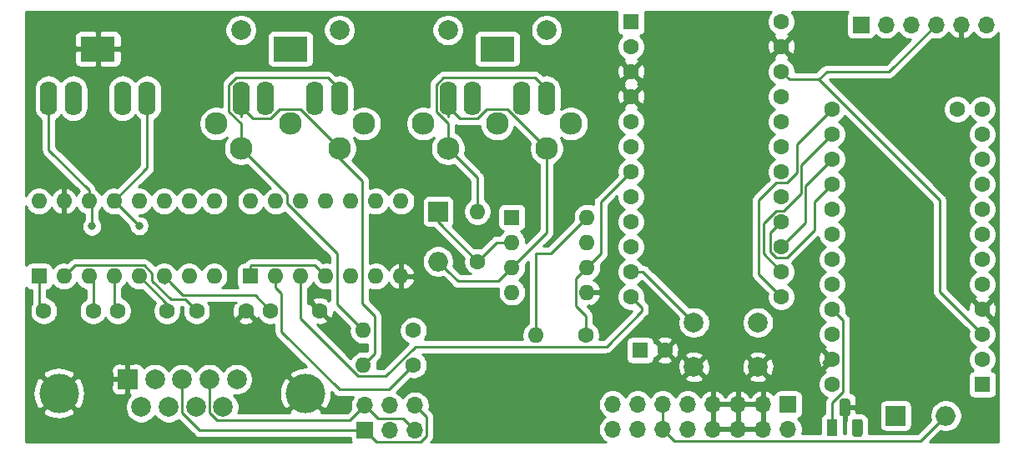
<source format=gtl>
G04 #@! TF.GenerationSoftware,KiCad,Pcbnew,5.1.10*
G04 #@! TF.CreationDate,2022-02-22T14:04:46+13:00*
G04 #@! TF.ProjectId,transcribe_circuit,7472616e-7363-4726-9962-655f63697263,v0_5_1*
G04 #@! TF.SameCoordinates,Original*
G04 #@! TF.FileFunction,Copper,L1,Top*
G04 #@! TF.FilePolarity,Positive*
%FSLAX46Y46*%
G04 Gerber Fmt 4.6, Leading zero omitted, Abs format (unit mm)*
G04 Created by KiCad (PCBNEW 5.1.10) date 2022-02-22 14:04:46*
%MOMM*%
%LPD*%
G01*
G04 APERTURE LIST*
G04 #@! TA.AperFunction,ComponentPad*
%ADD10R,2.000000X2.000000*%
G04 #@! TD*
G04 #@! TA.AperFunction,ComponentPad*
%ADD11O,2.000000X2.000000*%
G04 #@! TD*
G04 #@! TA.AperFunction,ComponentPad*
%ADD12C,1.600000*%
G04 #@! TD*
G04 #@! TA.AperFunction,ComponentPad*
%ADD13R,1.600000X1.600000*%
G04 #@! TD*
G04 #@! TA.AperFunction,ComponentPad*
%ADD14O,1.600000X1.600000*%
G04 #@! TD*
G04 #@! TA.AperFunction,ComponentPad*
%ADD15R,1.700000X1.700000*%
G04 #@! TD*
G04 #@! TA.AperFunction,ComponentPad*
%ADD16O,1.700000X1.700000*%
G04 #@! TD*
G04 #@! TA.AperFunction,ComponentPad*
%ADD17R,1.100000X1.800000*%
G04 #@! TD*
G04 #@! TA.AperFunction,ComponentPad*
%ADD18R,3.500000X2.500000*%
G04 #@! TD*
G04 #@! TA.AperFunction,ComponentPad*
%ADD19O,1.750000X3.500000*%
G04 #@! TD*
G04 #@! TA.AperFunction,ComponentPad*
%ADD20C,2.000000*%
G04 #@! TD*
G04 #@! TA.AperFunction,ComponentPad*
%ADD21C,4.000000*%
G04 #@! TD*
G04 #@! TA.AperFunction,ComponentPad*
%ADD22C,2.300000*%
G04 #@! TD*
G04 #@! TA.AperFunction,ViaPad*
%ADD23C,0.800000*%
G04 #@! TD*
G04 #@! TA.AperFunction,Conductor*
%ADD24C,0.250000*%
G04 #@! TD*
G04 #@! TA.AperFunction,Conductor*
%ADD25C,0.254000*%
G04 #@! TD*
G04 #@! TA.AperFunction,Conductor*
%ADD26C,0.100000*%
G04 #@! TD*
G04 APERTURE END LIST*
D10*
X-247500000Y769080000D03*
D11*
X-247500000Y764000000D03*
D12*
X-207520000Y751530000D03*
X-207520000Y754070000D03*
X-207520000Y756610000D03*
X-207520000Y759150000D03*
X-207520000Y761690000D03*
X-207520000Y764230000D03*
X-207520000Y766770000D03*
X-207520000Y769310000D03*
X-207520000Y771850000D03*
X-207520000Y774390000D03*
X-207520000Y776930000D03*
X-207520000Y779470000D03*
X-192280000Y779470000D03*
X-192280000Y776930000D03*
X-192280000Y774390000D03*
X-192280000Y771850000D03*
X-192280000Y769310000D03*
X-192280000Y766770000D03*
X-192280000Y764230000D03*
X-192280000Y761690000D03*
X-192280000Y759150000D03*
X-192280000Y756610000D03*
X-192280000Y754070000D03*
D13*
X-192280000Y751530000D03*
D12*
X-194820000Y779470000D03*
D14*
X-255080000Y753500000D03*
D12*
X-250000000Y753500000D03*
D13*
X-288000000Y762500000D03*
D14*
X-270220000Y770120000D03*
X-285460000Y762500000D03*
X-272760000Y770120000D03*
X-282920000Y762500000D03*
X-275300000Y770120000D03*
X-280380000Y762500000D03*
X-277840000Y770120000D03*
X-277840000Y762500000D03*
X-280380000Y770120000D03*
X-275300000Y762500000D03*
X-282920000Y770120000D03*
X-272760000Y762500000D03*
X-285460000Y770120000D03*
X-270220000Y762500000D03*
X-288000000Y770120000D03*
D13*
X-240000000Y768500000D03*
D14*
X-232380000Y760880000D03*
X-240000000Y765960000D03*
X-232380000Y763420000D03*
X-240000000Y763420000D03*
X-232380000Y765960000D03*
X-240000000Y760880000D03*
X-232380000Y768500000D03*
D12*
X-243500000Y764000000D03*
D14*
X-243500000Y769080000D03*
X-237580000Y756500000D03*
D12*
X-232500000Y756500000D03*
X-250000000Y757000000D03*
D14*
X-255080000Y757000000D03*
D13*
X-266500000Y762500000D03*
D14*
X-251260000Y770120000D03*
X-263960000Y762500000D03*
X-253800000Y770120000D03*
X-261420000Y762500000D03*
X-256340000Y770120000D03*
X-258880000Y762500000D03*
X-258880000Y770120000D03*
X-256340000Y762500000D03*
X-261420000Y770120000D03*
X-253800000Y762500000D03*
X-263960000Y770120000D03*
X-251260000Y762500000D03*
X-266500000Y770120000D03*
D12*
X-212680000Y788370000D03*
X-212680000Y785830000D03*
X-212680000Y783290000D03*
X-212680000Y780750000D03*
X-212680000Y778210000D03*
X-212680000Y775670000D03*
X-212680000Y773130000D03*
X-212680000Y770590000D03*
X-212680000Y768050000D03*
X-212680000Y765510000D03*
X-212680000Y762970000D03*
X-212680000Y760430000D03*
X-227920000Y760430000D03*
X-227920000Y762970000D03*
X-227920000Y765510000D03*
X-227920000Y768050000D03*
X-227920000Y770590000D03*
X-227920000Y773130000D03*
X-227920000Y775670000D03*
X-227920000Y778210000D03*
X-227920000Y780750000D03*
X-227920000Y783290000D03*
X-227920000Y785830000D03*
D13*
X-227920000Y788370000D03*
X-227000000Y755000000D03*
D12*
X-224500000Y755000000D03*
X-287500000Y759000000D03*
X-282500000Y759000000D03*
X-267000000Y759000000D03*
X-272000000Y759000000D03*
X-275000000Y759000000D03*
X-280000000Y759000000D03*
X-264500000Y759000000D03*
X-259500000Y759000000D03*
D11*
X-195995000Y748350000D03*
D10*
X-201075000Y748350000D03*
D15*
X-212000000Y749500000D03*
D16*
X-212000000Y746960000D03*
X-214540000Y749500000D03*
X-214540000Y746960000D03*
X-217080000Y749500000D03*
X-217080000Y746960000D03*
X-219620000Y749500000D03*
X-219620000Y746960000D03*
X-222160000Y749500000D03*
X-222160000Y746960000D03*
X-224700000Y749500000D03*
X-224700000Y746960000D03*
X-227240000Y749500000D03*
X-227240000Y746960000D03*
X-229780000Y749500000D03*
X-229780000Y746960000D03*
D15*
X-204600000Y788050000D03*
D16*
X-202060000Y788050000D03*
X-199520000Y788050000D03*
X-196980000Y788050000D03*
X-194440000Y788050000D03*
X-191900000Y788050000D03*
G04 #@! TA.AperFunction,ComponentPad*
G36*
G01*
X-206780000Y748545000D02*
X-206780000Y749795000D01*
G75*
G02*
X-206505000Y750070000I275000J0D01*
G01*
X-205955000Y750070000D01*
G75*
G02*
X-205680000Y749795000I0J-275000D01*
G01*
X-205680000Y748545000D01*
G75*
G02*
X-205955000Y748270000I-275000J0D01*
G01*
X-206505000Y748270000D01*
G75*
G02*
X-206780000Y748545000I0J275000D01*
G01*
G37*
G04 #@! TD.AperFunction*
G04 #@! TA.AperFunction,ComponentPad*
G36*
G01*
X-205510000Y746475000D02*
X-205510000Y747725000D01*
G75*
G02*
X-205235000Y748000000I275000J0D01*
G01*
X-204685000Y748000000D01*
G75*
G02*
X-204410000Y747725000I0J-275000D01*
G01*
X-204410000Y746475000D01*
G75*
G02*
X-204685000Y746200000I-275000J0D01*
G01*
X-205235000Y746200000D01*
G75*
G02*
X-205510000Y746475000I0J275000D01*
G01*
G37*
G04 #@! TD.AperFunction*
D17*
X-207500000Y747100000D03*
D18*
X-282000000Y785596000D03*
D19*
X-277000000Y780590000D03*
X-287000000Y780590000D03*
X-279500000Y780590000D03*
X-284500000Y780590000D03*
D10*
X-279000000Y752050000D03*
D20*
X-276230000Y752050000D03*
X-273460000Y752050000D03*
X-270690000Y752050000D03*
X-267920000Y752050000D03*
X-277615000Y749210000D03*
X-274845000Y749210000D03*
X-272075000Y749210000D03*
X-269305000Y749210000D03*
D21*
X-285960000Y750630000D03*
X-260960000Y750630000D03*
D19*
X-244000000Y780590000D03*
X-239000000Y780590000D03*
X-246500000Y780590000D03*
X-236500000Y780590000D03*
D18*
X-241500000Y785596000D03*
D22*
X-236500000Y775500000D03*
D20*
X-246500000Y787500000D03*
D22*
X-234000000Y778000000D03*
X-241500000Y778000000D03*
X-249000000Y778000000D03*
X-246500000Y775500000D03*
D20*
X-236500000Y787500000D03*
D19*
X-265000000Y780590000D03*
X-260000000Y780590000D03*
X-267500000Y780590000D03*
X-257500000Y780590000D03*
D18*
X-262500000Y785596000D03*
D20*
X-257500000Y787500000D03*
D22*
X-267500000Y775500000D03*
X-270000000Y778000000D03*
X-262500000Y778000000D03*
X-255000000Y778000000D03*
D20*
X-267500000Y787500000D03*
D22*
X-257500000Y775500000D03*
D15*
X-254925000Y746850000D03*
D16*
X-254925000Y749390000D03*
X-252385000Y746850000D03*
X-252385000Y749390000D03*
X-249845000Y746850000D03*
X-249845000Y749390000D03*
D20*
X-215050000Y757800000D03*
X-215050000Y753300000D03*
X-221550000Y757800000D03*
X-221550000Y753300000D03*
D23*
X-282625000Y767575000D03*
X-277825000Y767625000D03*
D24*
X-283500000Y762500000D02*
X-282920000Y762500000D01*
X-282500000Y762080000D02*
X-282920000Y762500000D01*
X-282500000Y759000000D02*
X-282500000Y762080000D01*
X-288000000Y759500000D02*
X-287500000Y759000000D01*
X-288000000Y762500000D02*
X-288000000Y759500000D01*
X-208419999Y753770001D02*
X-207620000Y754570000D01*
X-267920000Y758080000D02*
X-267000000Y759000000D01*
X-273125001Y760125001D02*
X-272799999Y759799999D01*
X-272799999Y759799999D02*
X-272000000Y759000000D01*
X-274590003Y760125001D02*
X-273125001Y760125001D01*
X-277299999Y763625001D02*
X-276500000Y762825002D01*
X-276500000Y762034998D02*
X-274590003Y760125001D01*
X-276500000Y762825002D02*
X-276500000Y762034998D01*
X-284334999Y763625001D02*
X-277299999Y763625001D01*
X-285460000Y762500000D02*
X-284334999Y763625001D01*
X-278500000Y762500000D02*
X-277840000Y762500000D01*
X-275000000Y759660000D02*
X-275000000Y759000000D01*
X-277840000Y762500000D02*
X-275000000Y759660000D01*
X-243460000Y764000000D02*
X-243500000Y764000000D01*
X-247500000Y768000000D02*
X-247500000Y769080000D01*
X-243500000Y764000000D02*
X-247500000Y768000000D01*
X-241540000Y765960000D02*
X-243500000Y764000000D01*
X-240000000Y765960000D02*
X-241540000Y765960000D01*
X-246500000Y778715000D02*
X-246500000Y779590000D01*
X-243502940Y778514990D02*
X-245299990Y778514990D01*
X-245299990Y778514990D02*
X-246500000Y779715000D01*
X-242542929Y779475001D02*
X-243502940Y778514990D01*
X-240475001Y779475001D02*
X-242542929Y779475001D01*
X-246500000Y779715000D02*
X-246500000Y780590000D01*
X-236500000Y775500000D02*
X-240475001Y779475001D01*
X-236500000Y766920000D02*
X-240000000Y763420000D01*
X-236500000Y774500000D02*
X-236500000Y766920000D01*
X-246500001Y763000001D02*
X-247500000Y764000000D01*
X-245500000Y762000000D02*
X-246500001Y763000001D01*
X-241420000Y762000000D02*
X-245500000Y762000000D01*
X-240000000Y763420000D02*
X-241420000Y762000000D01*
X-287000000Y778590000D02*
X-287000000Y780590000D01*
X-287000000Y775331370D02*
X-287000000Y778590000D01*
X-282920000Y771251370D02*
X-287000000Y775331370D01*
X-282920000Y770120000D02*
X-282920000Y771251370D01*
X-282625000Y769825000D02*
X-282920000Y770120000D01*
X-282625000Y767575000D02*
X-282625000Y769825000D01*
X-277000000Y773500000D02*
X-277000000Y780590000D01*
X-280380000Y770120000D02*
X-277000000Y773500000D01*
X-280320000Y770120000D02*
X-280380000Y770120000D01*
X-277825000Y767625000D02*
X-280320000Y770120000D01*
X-236500000Y780465000D02*
X-236500000Y779590000D01*
X-246420000Y774500000D02*
X-246500000Y774500000D01*
X-246500000Y775500000D02*
X-246500000Y778017930D01*
X-246997060Y782665010D02*
X-237665010Y782665010D01*
X-236500000Y781500000D02*
X-236500000Y780590000D01*
X-237665010Y782665010D02*
X-236500000Y781500000D01*
X-247700010Y781962060D02*
X-246997060Y782665010D01*
X-247700010Y779217940D02*
X-247700010Y781962060D01*
X-246500000Y778017930D02*
X-247700010Y779217940D01*
X-243500000Y772500000D02*
X-246500000Y775500000D01*
X-243500000Y769080000D02*
X-243500000Y772500000D01*
X-257500000Y780465000D02*
X-257500000Y779590000D01*
X-257500000Y781465000D02*
X-257500000Y780590000D01*
X-258700010Y782665010D02*
X-257500000Y781465000D01*
X-267997060Y782665010D02*
X-258700010Y782665010D01*
X-268700010Y779217940D02*
X-268700010Y781962060D01*
X-268700010Y781962060D02*
X-267997060Y782665010D01*
X-267500000Y778017930D02*
X-268700010Y779217940D01*
X-267500000Y775500000D02*
X-267500000Y778017930D01*
X-266350001Y774350001D02*
X-267500000Y775500000D01*
X-262834999Y769869997D02*
X-262834999Y770834999D01*
X-257754999Y764789997D02*
X-262834999Y769869997D01*
X-257754999Y759674999D02*
X-257754999Y764789997D01*
X-262834999Y770834999D02*
X-266350001Y774350001D01*
X-255080000Y757000000D02*
X-257754999Y759674999D01*
X-267500000Y778715000D02*
X-267500000Y779590000D01*
X-256350001Y773350001D02*
X-257500000Y774500000D01*
X-255214999Y772214999D02*
X-256350001Y773350001D01*
X-255214999Y759749997D02*
X-255214999Y772214999D01*
X-253954999Y758489997D02*
X-255214999Y759749997D01*
X-253954999Y754625001D02*
X-253954999Y758489997D01*
X-255080000Y753500000D02*
X-253954999Y754625001D01*
X-267500000Y779715000D02*
X-267500000Y780590000D01*
X-263542929Y779475001D02*
X-264502940Y778514990D01*
X-266299990Y778514990D02*
X-267500000Y779715000D01*
X-264502940Y778514990D02*
X-266299990Y778514990D01*
X-261475001Y779475001D02*
X-263542929Y779475001D01*
X-257500000Y775500000D02*
X-261475001Y779475001D01*
X-267500000Y778715000D02*
X-267500000Y780590000D01*
X-236080000Y764800000D02*
X-232380000Y768500000D01*
X-237580000Y764800000D02*
X-236080000Y764800000D01*
X-237580000Y756500000D02*
X-237580000Y764800000D01*
X-232500000Y758500000D02*
X-232500000Y756500000D01*
X-233505001Y759505001D02*
X-232500000Y758500000D01*
X-233505001Y762294999D02*
X-232380000Y763420000D01*
X-233505001Y759505001D02*
X-233505001Y762294999D01*
X-231000000Y770050000D02*
X-228719999Y772330001D01*
X-228719999Y772330001D02*
X-227920000Y773130000D01*
X-231000000Y764800000D02*
X-231000000Y770050000D01*
X-232380000Y763420000D02*
X-231000000Y764800000D01*
X-249790003Y755374999D02*
X-230425001Y755374999D01*
X-252790003Y752374999D02*
X-249790003Y755374999D01*
X-261420000Y758174998D02*
X-255620001Y752374999D01*
X-255620001Y752374999D02*
X-252790003Y752374999D01*
X-261420000Y762500000D02*
X-261420000Y758174998D01*
X-230425001Y755374999D02*
X-226794999Y759005001D01*
X-226794999Y759304999D02*
X-227920000Y760430000D01*
X-226794999Y759005001D02*
X-226794999Y759304999D01*
X-208874999Y782490001D02*
X-196600000Y770215002D01*
X-211880001Y782490001D02*
X-208874999Y782490001D01*
X-212680000Y783290000D02*
X-211880001Y782490001D01*
X-196600000Y760930000D02*
X-192280000Y756610000D01*
X-196600000Y770215002D02*
X-196600000Y760930000D01*
X-208075000Y783290000D02*
X-208874999Y782490001D01*
X-201740000Y783290000D02*
X-208075000Y783290000D01*
X-196980000Y788050000D02*
X-201740000Y783290000D01*
X-213220001Y764384999D02*
X-212139999Y764384999D01*
X-213805001Y764969999D02*
X-213220001Y764384999D01*
X-213805001Y766924999D02*
X-213805001Y764969999D01*
X-212139999Y764384999D02*
X-209300000Y767224998D01*
X-212680000Y768050000D02*
X-213805001Y766924999D01*
X-209300000Y770070000D02*
X-207520000Y771850000D01*
X-209300000Y767224998D02*
X-209300000Y770070000D01*
X-208319999Y773590001D02*
X-207520000Y774390000D01*
X-210200000Y771710000D02*
X-208319999Y773590001D01*
X-210200000Y767990000D02*
X-210200000Y771710000D01*
X-212680000Y765510000D02*
X-210200000Y767990000D01*
X-212429997Y769175001D02*
X-213220001Y769175001D01*
X-213220001Y769175001D02*
X-214500000Y767895002D01*
X-210650010Y770954988D02*
X-212429997Y769175001D01*
X-210650010Y773799990D02*
X-210650010Y770954988D01*
X-207520000Y776930000D02*
X-210650010Y773799990D01*
X-214500000Y764790000D02*
X-212680000Y762970000D01*
X-214500000Y767895002D02*
X-214500000Y764790000D01*
X-208319999Y778670001D02*
X-207520000Y779470000D01*
X-211100020Y775889980D02*
X-208319999Y778670001D01*
X-213220001Y772004999D02*
X-212139999Y772004999D01*
X-211100020Y773044978D02*
X-211100020Y775889980D01*
X-214950009Y762700009D02*
X-214950009Y770274991D01*
X-212139999Y772004999D02*
X-211100020Y773044978D01*
X-214950009Y770274991D02*
X-213220001Y772004999D01*
X-212680000Y760430000D02*
X-214950009Y762700009D01*
X-207500000Y747725000D02*
X-207500000Y747500000D01*
X-207520000Y759150000D02*
X-206394999Y758024999D01*
X-207500000Y749648544D02*
X-207500000Y747500000D01*
X-206394999Y750753545D02*
X-207500000Y749648544D01*
X-206394999Y758024999D02*
X-206394999Y750753545D01*
X-266424999Y763625001D02*
X-266500000Y763550000D01*
X-266500000Y763550000D02*
X-266500000Y762500000D01*
X-260005001Y763625001D02*
X-266424999Y763625001D01*
X-258880000Y762500000D02*
X-260005001Y763625001D01*
X-281000000Y762500000D02*
X-280380000Y762500000D01*
X-280380000Y759380000D02*
X-280000000Y759000000D01*
X-280380000Y762500000D02*
X-280380000Y759380000D01*
X-275300000Y761800000D02*
X-275300000Y762500000D01*
X-274500001Y761700001D02*
X-275300000Y762500000D01*
X-273375010Y760575010D02*
X-274500001Y761700001D01*
X-266075010Y760575010D02*
X-273375010Y760575010D01*
X-264500000Y759000000D02*
X-266075010Y760575010D01*
X-263960000Y761368630D02*
X-263960000Y762500000D01*
X-263374999Y760783629D02*
X-263960000Y761368630D01*
X-263374999Y756874999D02*
X-263374999Y760783629D01*
X-257500000Y751000000D02*
X-263374999Y756874999D01*
X-252500000Y751000000D02*
X-257500000Y751000000D01*
X-250000000Y753500000D02*
X-252500000Y751000000D01*
X-224700000Y746960000D02*
X-224700000Y749500000D01*
X-198560001Y745784999D02*
X-195995000Y748350000D01*
X-223524999Y745784999D02*
X-198560001Y745784999D01*
X-224700000Y746960000D02*
X-223524999Y745784999D01*
X-253749999Y745674999D02*
X-254925000Y746850000D01*
X-249280999Y745674999D02*
X-253749999Y745674999D01*
X-248669999Y746285999D02*
X-249280999Y745674999D01*
X-248669999Y748214999D02*
X-248669999Y746285999D01*
X-249845000Y749390000D02*
X-248669999Y748214999D01*
X-271676002Y746850000D02*
X-254925000Y746850000D01*
X-273460000Y748633998D02*
X-271676002Y746850000D01*
X-273460000Y752050000D02*
X-273460000Y748633998D01*
X-253560001Y748025001D02*
X-254925000Y749390000D01*
X-251020001Y748025001D02*
X-253560001Y748025001D01*
X-249845000Y746850000D02*
X-251020001Y748025001D01*
X-256430001Y747884999D02*
X-254925000Y749390000D01*
X-269941001Y747884999D02*
X-256430001Y747884999D01*
X-270690000Y748633998D02*
X-269941001Y747884999D01*
X-270690000Y752050000D02*
X-270690000Y748633998D01*
X-226720000Y762970000D02*
X-227920000Y762970000D01*
X-221550000Y757800000D02*
X-226720000Y762970000D01*
D25*
X-229345812Y789294482D02*
X-229358072Y789170000D01*
X-229358072Y787570000D01*
X-229345812Y787445518D01*
X-229309502Y787325820D01*
X-229250537Y787215506D01*
X-229171185Y787118815D01*
X-229074494Y787039463D01*
X-228964180Y786980498D01*
X-228844482Y786944188D01*
X-228836039Y786943357D01*
X-229034637Y786744759D01*
X-229191680Y786509727D01*
X-229299853Y786248574D01*
X-229355000Y785971335D01*
X-229355000Y785688665D01*
X-229299853Y785411426D01*
X-229191680Y785150273D01*
X-229034637Y784915241D01*
X-228834759Y784715363D01*
X-228600872Y784559085D01*
X-228661514Y784526671D01*
X-228733097Y784282702D01*
X-227920000Y783469605D01*
X-227106903Y784282702D01*
X-227178486Y784526671D01*
X-227242992Y784557194D01*
X-227240273Y784558320D01*
X-227005241Y784715363D01*
X-226805363Y784915241D01*
X-226648320Y785150273D01*
X-226540147Y785411426D01*
X-226485000Y785688665D01*
X-226485000Y785759488D01*
X-214120217Y785759488D01*
X-214078787Y785479870D01*
X-213983603Y785213708D01*
X-213916671Y785088486D01*
X-213672702Y785016903D01*
X-212859605Y785830000D01*
X-212500395Y785830000D01*
X-211687298Y785016903D01*
X-211443329Y785088486D01*
X-211322429Y785343996D01*
X-211253700Y785618184D01*
X-211239783Y785900512D01*
X-211281213Y786180130D01*
X-211376397Y786446292D01*
X-211443329Y786571514D01*
X-211687298Y786643097D01*
X-212500395Y785830000D01*
X-212859605Y785830000D01*
X-213672702Y786643097D01*
X-213916671Y786571514D01*
X-214037571Y786316004D01*
X-214106300Y786041816D01*
X-214120217Y785759488D01*
X-226485000Y785759488D01*
X-226485000Y785971335D01*
X-226540147Y786248574D01*
X-226648320Y786509727D01*
X-226805363Y786744759D01*
X-227003961Y786943357D01*
X-226995518Y786944188D01*
X-226875820Y786980498D01*
X-226765506Y787039463D01*
X-226668815Y787118815D01*
X-226589463Y787215506D01*
X-226530498Y787325820D01*
X-226494188Y787445518D01*
X-226481928Y787570000D01*
X-226481928Y789170000D01*
X-226494188Y789294482D01*
X-226507996Y789340000D01*
X-213739396Y789340000D01*
X-213794637Y789284759D01*
X-213951680Y789049727D01*
X-214059853Y788788574D01*
X-214115000Y788511335D01*
X-214115000Y788228665D01*
X-214059853Y787951426D01*
X-213951680Y787690273D01*
X-213794637Y787455241D01*
X-213594759Y787255363D01*
X-213360872Y787099085D01*
X-213421514Y787066671D01*
X-213493097Y786822702D01*
X-212680000Y786009605D01*
X-211866903Y786822702D01*
X-211938486Y787066671D01*
X-212002992Y787097194D01*
X-212000273Y787098320D01*
X-211765241Y787255363D01*
X-211565363Y787455241D01*
X-211408320Y787690273D01*
X-211300147Y787951426D01*
X-211245000Y788228665D01*
X-211245000Y788511335D01*
X-211300147Y788788574D01*
X-211408320Y789049727D01*
X-211565363Y789284759D01*
X-211620604Y789340000D01*
X-205910364Y789340000D01*
X-205980537Y789254494D01*
X-206039502Y789144180D01*
X-206075812Y789024482D01*
X-206088072Y788900000D01*
X-206088072Y787200000D01*
X-206075812Y787075518D01*
X-206039502Y786955820D01*
X-205980537Y786845506D01*
X-205901185Y786748815D01*
X-205804494Y786669463D01*
X-205694180Y786610498D01*
X-205574482Y786574188D01*
X-205450000Y786561928D01*
X-203750000Y786561928D01*
X-203625518Y786574188D01*
X-203505820Y786610498D01*
X-203395506Y786669463D01*
X-203298815Y786748815D01*
X-203219463Y786845506D01*
X-203160498Y786955820D01*
X-203138487Y787028380D01*
X-203006632Y786896525D01*
X-202763411Y786734010D01*
X-202493158Y786622068D01*
X-202206260Y786565000D01*
X-201913740Y786565000D01*
X-201626842Y786622068D01*
X-201356589Y786734010D01*
X-201113368Y786896525D01*
X-200906525Y787103368D01*
X-200790000Y787277760D01*
X-200673475Y787103368D01*
X-200466632Y786896525D01*
X-200223411Y786734010D01*
X-199953158Y786622068D01*
X-199666260Y786565000D01*
X-199539802Y786565000D01*
X-202054801Y784050000D01*
X-208037678Y784050000D01*
X-208075001Y784053676D01*
X-208112324Y784050000D01*
X-208112333Y784050000D01*
X-208223986Y784039003D01*
X-208367247Y783995546D01*
X-208499276Y783924974D01*
X-208499278Y783924973D01*
X-208499277Y783924973D01*
X-208586004Y783853799D01*
X-208586008Y783853795D01*
X-208615001Y783830001D01*
X-208638795Y783801008D01*
X-209189801Y783250001D01*
X-211245000Y783250001D01*
X-211245000Y783431335D01*
X-211300147Y783708574D01*
X-211408320Y783969727D01*
X-211565363Y784204759D01*
X-211765241Y784404637D01*
X-211999128Y784560915D01*
X-211938486Y784593329D01*
X-211866903Y784837298D01*
X-212680000Y785650395D01*
X-213493097Y784837298D01*
X-213421514Y784593329D01*
X-213357008Y784562806D01*
X-213359727Y784561680D01*
X-213594759Y784404637D01*
X-213794637Y784204759D01*
X-213951680Y783969727D01*
X-214059853Y783708574D01*
X-214115000Y783431335D01*
X-214115000Y783148665D01*
X-214059853Y782871426D01*
X-213951680Y782610273D01*
X-213794637Y782375241D01*
X-213594759Y782175363D01*
X-213362241Y782020000D01*
X-213594759Y781864637D01*
X-213794637Y781664759D01*
X-213951680Y781429727D01*
X-214059853Y781168574D01*
X-214115000Y780891335D01*
X-214115000Y780608665D01*
X-214059853Y780331426D01*
X-213951680Y780070273D01*
X-213794637Y779835241D01*
X-213594759Y779635363D01*
X-213362241Y779480000D01*
X-213594759Y779324637D01*
X-213794637Y779124759D01*
X-213951680Y778889727D01*
X-214059853Y778628574D01*
X-214115000Y778351335D01*
X-214115000Y778068665D01*
X-214059853Y777791426D01*
X-213951680Y777530273D01*
X-213794637Y777295241D01*
X-213594759Y777095363D01*
X-213362241Y776940000D01*
X-213594759Y776784637D01*
X-213794637Y776584759D01*
X-213951680Y776349727D01*
X-214059853Y776088574D01*
X-214115000Y775811335D01*
X-214115000Y775528665D01*
X-214059853Y775251426D01*
X-213951680Y774990273D01*
X-213794637Y774755241D01*
X-213594759Y774555363D01*
X-213362241Y774400000D01*
X-213594759Y774244637D01*
X-213794637Y774044759D01*
X-213951680Y773809727D01*
X-214059853Y773548574D01*
X-214115000Y773271335D01*
X-214115000Y772988665D01*
X-214059853Y772711426D01*
X-213951680Y772450273D01*
X-213910764Y772389038D01*
X-215461011Y770838790D01*
X-215490009Y770814992D01*
X-215513807Y770785994D01*
X-215513808Y770785993D01*
X-215584983Y770699267D01*
X-215655555Y770567237D01*
X-215679683Y770487694D01*
X-215698810Y770424637D01*
X-215699011Y770423976D01*
X-215713685Y770274991D01*
X-215710008Y770237659D01*
X-215710009Y762737331D01*
X-215713685Y762700009D01*
X-215710009Y762662687D01*
X-215710009Y762662677D01*
X-215699012Y762551024D01*
X-215666542Y762443984D01*
X-215655555Y762407763D01*
X-215584983Y762275733D01*
X-215573058Y762261203D01*
X-215490010Y762160008D01*
X-215461006Y762136205D01*
X-214078688Y760753886D01*
X-214115000Y760571335D01*
X-214115000Y760288665D01*
X-214059853Y760011426D01*
X-213951680Y759750273D01*
X-213794637Y759515241D01*
X-213594759Y759315363D01*
X-213359727Y759158320D01*
X-213098574Y759050147D01*
X-212821335Y758995000D01*
X-212538665Y758995000D01*
X-212261426Y759050147D01*
X-212000273Y759158320D01*
X-211765241Y759315363D01*
X-211565363Y759515241D01*
X-211408320Y759750273D01*
X-211300147Y760011426D01*
X-211245000Y760288665D01*
X-211245000Y760571335D01*
X-211300147Y760848574D01*
X-211408320Y761109727D01*
X-211565363Y761344759D01*
X-211765241Y761544637D01*
X-211997759Y761700000D01*
X-211765241Y761855363D01*
X-211565363Y762055241D01*
X-211408320Y762290273D01*
X-211300147Y762551426D01*
X-211245000Y762828665D01*
X-211245000Y763111335D01*
X-211300147Y763388574D01*
X-211408320Y763649727D01*
X-211565363Y763884759D01*
X-211565400Y763884796D01*
X-208932856Y766517340D01*
X-208899853Y766351426D01*
X-208791680Y766090273D01*
X-208634637Y765855241D01*
X-208434759Y765655363D01*
X-208202241Y765500000D01*
X-208434759Y765344637D01*
X-208634637Y765144759D01*
X-208791680Y764909727D01*
X-208899853Y764648574D01*
X-208955000Y764371335D01*
X-208955000Y764088665D01*
X-208899853Y763811426D01*
X-208791680Y763550273D01*
X-208634637Y763315241D01*
X-208434759Y763115363D01*
X-208202241Y762960000D01*
X-208434759Y762804637D01*
X-208634637Y762604759D01*
X-208791680Y762369727D01*
X-208899853Y762108574D01*
X-208955000Y761831335D01*
X-208955000Y761548665D01*
X-208899853Y761271426D01*
X-208791680Y761010273D01*
X-208634637Y760775241D01*
X-208434759Y760575363D01*
X-208202241Y760420000D01*
X-208434759Y760264637D01*
X-208634637Y760064759D01*
X-208791680Y759829727D01*
X-208899853Y759568574D01*
X-208955000Y759291335D01*
X-208955000Y759008665D01*
X-208899853Y758731426D01*
X-208791680Y758470273D01*
X-208634637Y758235241D01*
X-208434759Y758035363D01*
X-208202241Y757880000D01*
X-208434759Y757724637D01*
X-208634637Y757524759D01*
X-208791680Y757289727D01*
X-208899853Y757028574D01*
X-208955000Y756751335D01*
X-208955000Y756468665D01*
X-208899853Y756191426D01*
X-208791680Y755930273D01*
X-208634637Y755695241D01*
X-208434759Y755495363D01*
X-208200872Y755339085D01*
X-208261514Y755306671D01*
X-208333097Y755062702D01*
X-207520000Y754249605D01*
X-207505858Y754263748D01*
X-207326253Y754084143D01*
X-207340395Y754070000D01*
X-207326253Y754055858D01*
X-207505858Y753876253D01*
X-207520000Y753890395D01*
X-208333097Y753077298D01*
X-208261514Y752833329D01*
X-208197008Y752802806D01*
X-208199727Y752801680D01*
X-208434759Y752644637D01*
X-208634637Y752444759D01*
X-208791680Y752209727D01*
X-208899853Y751948574D01*
X-208955000Y751671335D01*
X-208955000Y751388665D01*
X-208899853Y751111426D01*
X-208791680Y750850273D01*
X-208634637Y750615241D01*
X-208434759Y750415363D01*
X-208199727Y750258320D01*
X-208037074Y750190947D01*
X-208040001Y750188545D01*
X-208083965Y750134974D01*
X-208134974Y750072820D01*
X-208179313Y749989868D01*
X-208205546Y749940790D01*
X-208249003Y749797529D01*
X-208260000Y749685876D01*
X-208260000Y749685866D01*
X-208263676Y749648544D01*
X-208260000Y749611221D01*
X-208260000Y748599871D01*
X-208294180Y748589502D01*
X-208404494Y748530537D01*
X-208501185Y748451185D01*
X-208580537Y748354494D01*
X-208639502Y748244180D01*
X-208675812Y748124482D01*
X-208688072Y748000000D01*
X-208688072Y746544999D01*
X-210568456Y746544999D01*
X-210515000Y746813740D01*
X-210515000Y747106260D01*
X-210572068Y747393158D01*
X-210684010Y747663411D01*
X-210846525Y747906632D01*
X-210978380Y748038487D01*
X-210905820Y748060498D01*
X-210795506Y748119463D01*
X-210698815Y748198815D01*
X-210619463Y748295506D01*
X-210560498Y748405820D01*
X-210524188Y748525518D01*
X-210511928Y748650000D01*
X-210511928Y750350000D01*
X-210524188Y750474482D01*
X-210560498Y750594180D01*
X-210619463Y750704494D01*
X-210698815Y750801185D01*
X-210795506Y750880537D01*
X-210905820Y750939502D01*
X-211025518Y750975812D01*
X-211150000Y750988072D01*
X-212850000Y750988072D01*
X-212974482Y750975812D01*
X-213094180Y750939502D01*
X-213204494Y750880537D01*
X-213301185Y750801185D01*
X-213380537Y750704494D01*
X-213439502Y750594180D01*
X-213463966Y750513534D01*
X-213539731Y750597588D01*
X-213773080Y750771641D01*
X-214035901Y750896825D01*
X-214183110Y750941476D01*
X-214413000Y750820155D01*
X-214413000Y749627000D01*
X-214393000Y749627000D01*
X-214393000Y749373000D01*
X-214413000Y749373000D01*
X-214413000Y747087000D01*
X-214393000Y747087000D01*
X-214393000Y746833000D01*
X-214413000Y746833000D01*
X-214413000Y746813000D01*
X-214667000Y746813000D01*
X-214667000Y746833000D01*
X-216953000Y746833000D01*
X-216953000Y746813000D01*
X-217207000Y746813000D01*
X-217207000Y746833000D01*
X-219493000Y746833000D01*
X-219493000Y746813000D01*
X-219747000Y746813000D01*
X-219747000Y746833000D01*
X-219767000Y746833000D01*
X-219767000Y747087000D01*
X-219747000Y747087000D01*
X-219747000Y749373000D01*
X-219493000Y749373000D01*
X-219493000Y747087000D01*
X-217207000Y747087000D01*
X-217207000Y749373000D01*
X-216953000Y749373000D01*
X-216953000Y747087000D01*
X-214667000Y747087000D01*
X-214667000Y749373000D01*
X-216953000Y749373000D01*
X-217207000Y749373000D01*
X-219493000Y749373000D01*
X-219747000Y749373000D01*
X-219767000Y749373000D01*
X-219767000Y749627000D01*
X-219747000Y749627000D01*
X-219747000Y750820155D01*
X-219493000Y750820155D01*
X-219493000Y749627000D01*
X-217207000Y749627000D01*
X-217207000Y750820155D01*
X-216953000Y750820155D01*
X-216953000Y749627000D01*
X-214667000Y749627000D01*
X-214667000Y750820155D01*
X-214896890Y750941476D01*
X-215044099Y750896825D01*
X-215306920Y750771641D01*
X-215540269Y750597588D01*
X-215735178Y750381355D01*
X-215810000Y750255745D01*
X-215884822Y750381355D01*
X-216079731Y750597588D01*
X-216313080Y750771641D01*
X-216575901Y750896825D01*
X-216723110Y750941476D01*
X-216953000Y750820155D01*
X-217207000Y750820155D01*
X-217436890Y750941476D01*
X-217584099Y750896825D01*
X-217846920Y750771641D01*
X-218080269Y750597588D01*
X-218275178Y750381355D01*
X-218350000Y750255745D01*
X-218424822Y750381355D01*
X-218619731Y750597588D01*
X-218853080Y750771641D01*
X-219115901Y750896825D01*
X-219263110Y750941476D01*
X-219493000Y750820155D01*
X-219747000Y750820155D01*
X-219976890Y750941476D01*
X-220124099Y750896825D01*
X-220386920Y750771641D01*
X-220620269Y750597588D01*
X-220815178Y750381355D01*
X-220884805Y750264466D01*
X-221006525Y750446632D01*
X-221213368Y750653475D01*
X-221456589Y750815990D01*
X-221726842Y750927932D01*
X-222013740Y750985000D01*
X-222306260Y750985000D01*
X-222593158Y750927932D01*
X-222863411Y750815990D01*
X-223106632Y750653475D01*
X-223313475Y750446632D01*
X-223430000Y750272240D01*
X-223546525Y750446632D01*
X-223753368Y750653475D01*
X-223996589Y750815990D01*
X-224266842Y750927932D01*
X-224553740Y750985000D01*
X-224846260Y750985000D01*
X-225133158Y750927932D01*
X-225403411Y750815990D01*
X-225646632Y750653475D01*
X-225853475Y750446632D01*
X-225970000Y750272240D01*
X-226086525Y750446632D01*
X-226293368Y750653475D01*
X-226536589Y750815990D01*
X-226806842Y750927932D01*
X-227093740Y750985000D01*
X-227386260Y750985000D01*
X-227673158Y750927932D01*
X-227943411Y750815990D01*
X-228186632Y750653475D01*
X-228393475Y750446632D01*
X-228510000Y750272240D01*
X-228626525Y750446632D01*
X-228833368Y750653475D01*
X-229076589Y750815990D01*
X-229346842Y750927932D01*
X-229633740Y750985000D01*
X-229926260Y750985000D01*
X-230213158Y750927932D01*
X-230483411Y750815990D01*
X-230726632Y750653475D01*
X-230933475Y750446632D01*
X-231095990Y750203411D01*
X-231207932Y749933158D01*
X-231265000Y749646260D01*
X-231265000Y749353740D01*
X-231207932Y749066842D01*
X-231095990Y748796589D01*
X-230933475Y748553368D01*
X-230726632Y748346525D01*
X-230552240Y748230000D01*
X-230726632Y748113475D01*
X-230933475Y747906632D01*
X-231095990Y747663411D01*
X-231207932Y747393158D01*
X-231265000Y747106260D01*
X-231265000Y746813740D01*
X-231207932Y746526842D01*
X-231095990Y746256589D01*
X-230933475Y746013368D01*
X-230726632Y745806525D01*
X-230507342Y745660000D01*
X-248221195Y745660000D01*
X-248158991Y745722204D01*
X-248129998Y745745998D01*
X-248106204Y745774991D01*
X-248106200Y745774995D01*
X-248035026Y745861722D01*
X-248034657Y745862412D01*
X-247964453Y745993752D01*
X-247920996Y746137013D01*
X-247909999Y746248666D01*
X-247909999Y746248675D01*
X-247906323Y746285998D01*
X-247909999Y746323321D01*
X-247909999Y748177677D01*
X-247906323Y748215000D01*
X-247909999Y748252323D01*
X-247909999Y748252332D01*
X-247920996Y748363985D01*
X-247964453Y748507246D01*
X-248035025Y748639275D01*
X-248129998Y748755000D01*
X-248158995Y748778797D01*
X-248403790Y749023592D01*
X-248360000Y749243740D01*
X-248360000Y749536260D01*
X-248417068Y749823158D01*
X-248529010Y750093411D01*
X-248691525Y750336632D01*
X-248898368Y750543475D01*
X-249141589Y750705990D01*
X-249411842Y750817932D01*
X-249698740Y750875000D01*
X-249991260Y750875000D01*
X-250278158Y750817932D01*
X-250548411Y750705990D01*
X-250791632Y750543475D01*
X-250998475Y750336632D01*
X-251115000Y750162240D01*
X-251231525Y750336632D01*
X-251438368Y750543475D01*
X-251681589Y750705990D01*
X-251708190Y750717009D01*
X-250323886Y752101312D01*
X-250141335Y752065000D01*
X-249858665Y752065000D01*
X-249581426Y752120147D01*
X-249474139Y752164587D01*
X-222505808Y752164587D01*
X-222410044Y751900186D01*
X-222120429Y751759296D01*
X-221808892Y751677616D01*
X-221487405Y751658282D01*
X-221168325Y751702039D01*
X-220863912Y751807205D01*
X-220689956Y751900186D01*
X-220594192Y752164587D01*
X-216005808Y752164587D01*
X-215910044Y751900186D01*
X-215620429Y751759296D01*
X-215308892Y751677616D01*
X-214987405Y751658282D01*
X-214668325Y751702039D01*
X-214363912Y751807205D01*
X-214189956Y751900186D01*
X-214094192Y752164587D01*
X-215050000Y753120395D01*
X-216005808Y752164587D01*
X-220594192Y752164587D01*
X-221550000Y753120395D01*
X-222505808Y752164587D01*
X-249474139Y752164587D01*
X-249320273Y752228320D01*
X-249085241Y752385363D01*
X-248885363Y752585241D01*
X-248728320Y752820273D01*
X-248620147Y753081426D01*
X-248589121Y753237405D01*
X-223191718Y753237405D01*
X-223147961Y752918325D01*
X-223042795Y752613912D01*
X-222949814Y752439956D01*
X-222685413Y752344192D01*
X-221729605Y753300000D01*
X-221370395Y753300000D01*
X-220414587Y752344192D01*
X-220150186Y752439956D01*
X-220009296Y752729571D01*
X-219927616Y753041108D01*
X-219915811Y753237405D01*
X-216691718Y753237405D01*
X-216647961Y752918325D01*
X-216542795Y752613912D01*
X-216449814Y752439956D01*
X-216185413Y752344192D01*
X-215229605Y753300000D01*
X-214870395Y753300000D01*
X-213914587Y752344192D01*
X-213650186Y752439956D01*
X-213509296Y752729571D01*
X-213427616Y753041108D01*
X-213408282Y753362595D01*
X-213452039Y753681675D01*
X-213557205Y753986088D01*
X-213564367Y753999488D01*
X-208960217Y753999488D01*
X-208918787Y753719870D01*
X-208823603Y753453708D01*
X-208756671Y753328486D01*
X-208512702Y753256903D01*
X-207699605Y754070000D01*
X-208512702Y754883097D01*
X-208756671Y754811514D01*
X-208877571Y754556004D01*
X-208946300Y754281816D01*
X-208960217Y753999488D01*
X-213564367Y753999488D01*
X-213650186Y754160044D01*
X-213914587Y754255808D01*
X-214870395Y753300000D01*
X-215229605Y753300000D01*
X-216185413Y754255808D01*
X-216449814Y754160044D01*
X-216590704Y753870429D01*
X-216672384Y753558892D01*
X-216691718Y753237405D01*
X-219915811Y753237405D01*
X-219908282Y753362595D01*
X-219952039Y753681675D01*
X-220057205Y753986088D01*
X-220150186Y754160044D01*
X-220414587Y754255808D01*
X-221370395Y753300000D01*
X-221729605Y753300000D01*
X-222685413Y754255808D01*
X-222949814Y754160044D01*
X-223090704Y753870429D01*
X-223172384Y753558892D01*
X-223191718Y753237405D01*
X-248589121Y753237405D01*
X-248565000Y753358665D01*
X-248565000Y753641335D01*
X-248620147Y753918574D01*
X-248728320Y754179727D01*
X-248885363Y754414759D01*
X-249085241Y754614637D01*
X-249085783Y754614999D01*
X-230462323Y754614999D01*
X-230425001Y754611323D01*
X-230387679Y754614999D01*
X-230387668Y754614999D01*
X-230276015Y754625996D01*
X-230132754Y754669453D01*
X-230000725Y754740025D01*
X-229885000Y754834998D01*
X-229861197Y754864002D01*
X-228925199Y755800000D01*
X-228438072Y755800000D01*
X-228438072Y754200000D01*
X-228425812Y754075518D01*
X-228389502Y753955820D01*
X-228330537Y753845506D01*
X-228251185Y753748815D01*
X-228154494Y753669463D01*
X-228044180Y753610498D01*
X-227924482Y753574188D01*
X-227800000Y753561928D01*
X-226200000Y753561928D01*
X-226075518Y753574188D01*
X-225955820Y753610498D01*
X-225845506Y753669463D01*
X-225748815Y753748815D01*
X-225669463Y753845506D01*
X-225610498Y753955820D01*
X-225594883Y754007298D01*
X-225313097Y754007298D01*
X-225241514Y753763329D01*
X-224986004Y753642429D01*
X-224711816Y753573700D01*
X-224429488Y753559783D01*
X-224149870Y753601213D01*
X-223883708Y753696397D01*
X-223758486Y753763329D01*
X-223686903Y754007298D01*
X-224500000Y754820395D01*
X-225313097Y754007298D01*
X-225594883Y754007298D01*
X-225574188Y754075518D01*
X-225561928Y754200000D01*
X-225561928Y754207215D01*
X-225492702Y754186903D01*
X-224679605Y755000000D01*
X-224320395Y755000000D01*
X-223507298Y754186903D01*
X-223263329Y754258486D01*
X-223179613Y754435413D01*
X-222505808Y754435413D01*
X-221550000Y753479605D01*
X-220594192Y754435413D01*
X-216005808Y754435413D01*
X-215050000Y753479605D01*
X-214094192Y754435413D01*
X-214189956Y754699814D01*
X-214479571Y754840704D01*
X-214791108Y754922384D01*
X-215112595Y754941718D01*
X-215431675Y754897961D01*
X-215736088Y754792795D01*
X-215910044Y754699814D01*
X-216005808Y754435413D01*
X-220594192Y754435413D01*
X-220689956Y754699814D01*
X-220979571Y754840704D01*
X-221291108Y754922384D01*
X-221612595Y754941718D01*
X-221931675Y754897961D01*
X-222236088Y754792795D01*
X-222410044Y754699814D01*
X-222505808Y754435413D01*
X-223179613Y754435413D01*
X-223142429Y754513996D01*
X-223073700Y754788184D01*
X-223059783Y755070512D01*
X-223101213Y755350130D01*
X-223196397Y755616292D01*
X-223263329Y755741514D01*
X-223507298Y755813097D01*
X-224320395Y755000000D01*
X-224679605Y755000000D01*
X-225492702Y755813097D01*
X-225561928Y755792785D01*
X-225561928Y755800000D01*
X-225574188Y755924482D01*
X-225594882Y755992702D01*
X-225313097Y755992702D01*
X-224500000Y755179605D01*
X-223686903Y755992702D01*
X-223758486Y756236671D01*
X-224013996Y756357571D01*
X-224288184Y756426300D01*
X-224570512Y756440217D01*
X-224850130Y756398787D01*
X-225116292Y756303603D01*
X-225241514Y756236671D01*
X-225313097Y755992702D01*
X-225594882Y755992702D01*
X-225610498Y756044180D01*
X-225669463Y756154494D01*
X-225748815Y756251185D01*
X-225845506Y756330537D01*
X-225955820Y756389502D01*
X-226075518Y756425812D01*
X-226200000Y756438072D01*
X-227800000Y756438072D01*
X-227924482Y756425812D01*
X-228044180Y756389502D01*
X-228154494Y756330537D01*
X-228251185Y756251185D01*
X-228330537Y756154494D01*
X-228389502Y756044180D01*
X-228425812Y755924482D01*
X-228438072Y755800000D01*
X-228925199Y755800000D01*
X-226283995Y758441203D01*
X-226254998Y758465000D01*
X-226203845Y758527330D01*
X-226160025Y758580724D01*
X-226089453Y758712754D01*
X-226077852Y758750997D01*
X-226045996Y758856015D01*
X-226034999Y758967668D01*
X-226034999Y758967677D01*
X-226031323Y759005000D01*
X-226034999Y759042323D01*
X-226034999Y759267674D01*
X-226031323Y759304999D01*
X-226034999Y759342324D01*
X-226034999Y759342331D01*
X-226045996Y759453984D01*
X-226047138Y759457751D01*
X-226089453Y759597246D01*
X-226160025Y759729275D01*
X-226231200Y759816002D01*
X-226254998Y759845000D01*
X-226283996Y759868798D01*
X-226521312Y760106114D01*
X-226485000Y760288665D01*
X-226485000Y760571335D01*
X-226540147Y760848574D01*
X-226648320Y761109727D01*
X-226805363Y761344759D01*
X-227005241Y761544637D01*
X-227237759Y761700000D01*
X-227005241Y761855363D01*
X-226842703Y762017901D01*
X-223116177Y758291375D01*
X-223122168Y758276912D01*
X-223185000Y757961033D01*
X-223185000Y757638967D01*
X-223122168Y757323088D01*
X-222998918Y757025537D01*
X-222819987Y756757748D01*
X-222592252Y756530013D01*
X-222324463Y756351082D01*
X-222026912Y756227832D01*
X-221711033Y756165000D01*
X-221388967Y756165000D01*
X-221073088Y756227832D01*
X-220775537Y756351082D01*
X-220507748Y756530013D01*
X-220280013Y756757748D01*
X-220101082Y757025537D01*
X-219977832Y757323088D01*
X-219915000Y757638967D01*
X-219915000Y757961033D01*
X-216685000Y757961033D01*
X-216685000Y757638967D01*
X-216622168Y757323088D01*
X-216498918Y757025537D01*
X-216319987Y756757748D01*
X-216092252Y756530013D01*
X-215824463Y756351082D01*
X-215526912Y756227832D01*
X-215211033Y756165000D01*
X-214888967Y756165000D01*
X-214573088Y756227832D01*
X-214275537Y756351082D01*
X-214007748Y756530013D01*
X-213780013Y756757748D01*
X-213601082Y757025537D01*
X-213477832Y757323088D01*
X-213415000Y757638967D01*
X-213415000Y757961033D01*
X-213477832Y758276912D01*
X-213601082Y758574463D01*
X-213780013Y758842252D01*
X-214007748Y759069987D01*
X-214275537Y759248918D01*
X-214573088Y759372168D01*
X-214888967Y759435000D01*
X-215211033Y759435000D01*
X-215526912Y759372168D01*
X-215824463Y759248918D01*
X-216092252Y759069987D01*
X-216319987Y758842252D01*
X-216498918Y758574463D01*
X-216622168Y758276912D01*
X-216685000Y757961033D01*
X-219915000Y757961033D01*
X-219977832Y758276912D01*
X-220101082Y758574463D01*
X-220280013Y758842252D01*
X-220507748Y759069987D01*
X-220775537Y759248918D01*
X-221073088Y759372168D01*
X-221388967Y759435000D01*
X-221711033Y759435000D01*
X-222026912Y759372168D01*
X-222041375Y759366177D01*
X-226156196Y763480997D01*
X-226179999Y763510001D01*
X-226295724Y763604974D01*
X-226427753Y763675546D01*
X-226571014Y763719003D01*
X-226682667Y763730000D01*
X-226682678Y763730000D01*
X-226703315Y763732033D01*
X-226805363Y763884759D01*
X-227005241Y764084637D01*
X-227237759Y764240000D01*
X-227005241Y764395363D01*
X-226805363Y764595241D01*
X-226648320Y764830273D01*
X-226540147Y765091426D01*
X-226485000Y765368665D01*
X-226485000Y765651335D01*
X-226540147Y765928574D01*
X-226648320Y766189727D01*
X-226805363Y766424759D01*
X-227005241Y766624637D01*
X-227237759Y766780000D01*
X-227005241Y766935363D01*
X-226805363Y767135241D01*
X-226648320Y767370273D01*
X-226540147Y767631426D01*
X-226485000Y767908665D01*
X-226485000Y768191335D01*
X-226540147Y768468574D01*
X-226648320Y768729727D01*
X-226805363Y768964759D01*
X-227005241Y769164637D01*
X-227237759Y769320000D01*
X-227005241Y769475363D01*
X-226805363Y769675241D01*
X-226648320Y769910273D01*
X-226540147Y770171426D01*
X-226485000Y770448665D01*
X-226485000Y770731335D01*
X-226540147Y771008574D01*
X-226648320Y771269727D01*
X-226805363Y771504759D01*
X-227005241Y771704637D01*
X-227237759Y771860000D01*
X-227005241Y772015363D01*
X-226805363Y772215241D01*
X-226648320Y772450273D01*
X-226540147Y772711426D01*
X-226485000Y772988665D01*
X-226485000Y773271335D01*
X-226540147Y773548574D01*
X-226648320Y773809727D01*
X-226805363Y774044759D01*
X-227005241Y774244637D01*
X-227237759Y774400000D01*
X-227005241Y774555363D01*
X-226805363Y774755241D01*
X-226648320Y774990273D01*
X-226540147Y775251426D01*
X-226485000Y775528665D01*
X-226485000Y775811335D01*
X-226540147Y776088574D01*
X-226648320Y776349727D01*
X-226805363Y776584759D01*
X-227005241Y776784637D01*
X-227237759Y776940000D01*
X-227005241Y777095363D01*
X-226805363Y777295241D01*
X-226648320Y777530273D01*
X-226540147Y777791426D01*
X-226485000Y778068665D01*
X-226485000Y778351335D01*
X-226540147Y778628574D01*
X-226648320Y778889727D01*
X-226805363Y779124759D01*
X-227005241Y779324637D01*
X-227239128Y779480915D01*
X-227178486Y779513329D01*
X-227106903Y779757298D01*
X-227920000Y780570395D01*
X-228733097Y779757298D01*
X-228661514Y779513329D01*
X-228597008Y779482806D01*
X-228599727Y779481680D01*
X-228834759Y779324637D01*
X-229034637Y779124759D01*
X-229191680Y778889727D01*
X-229299853Y778628574D01*
X-229355000Y778351335D01*
X-229355000Y778068665D01*
X-229299853Y777791426D01*
X-229191680Y777530273D01*
X-229034637Y777295241D01*
X-228834759Y777095363D01*
X-228602241Y776940000D01*
X-228834759Y776784637D01*
X-229034637Y776584759D01*
X-229191680Y776349727D01*
X-229299853Y776088574D01*
X-229355000Y775811335D01*
X-229355000Y775528665D01*
X-229299853Y775251426D01*
X-229191680Y774990273D01*
X-229034637Y774755241D01*
X-228834759Y774555363D01*
X-228602241Y774400000D01*
X-228834759Y774244637D01*
X-229034637Y774044759D01*
X-229191680Y773809727D01*
X-229299853Y773548574D01*
X-229355000Y773271335D01*
X-229355000Y772988665D01*
X-229318688Y772806114D01*
X-231511002Y770613799D01*
X-231540000Y770590001D01*
X-231563798Y770561003D01*
X-231563799Y770561002D01*
X-231634974Y770474276D01*
X-231705546Y770342246D01*
X-231730089Y770261335D01*
X-231749002Y770198986D01*
X-231757053Y770117247D01*
X-231763676Y770050000D01*
X-231759999Y770012668D01*
X-231759999Y769796419D01*
X-231961426Y769879853D01*
X-232238665Y769935000D01*
X-232521335Y769935000D01*
X-232798574Y769879853D01*
X-233059727Y769771680D01*
X-233294759Y769614637D01*
X-233494637Y769414759D01*
X-233651680Y769179727D01*
X-233759853Y768918574D01*
X-233815000Y768641335D01*
X-233815000Y768358665D01*
X-233778688Y768176114D01*
X-236394801Y765560000D01*
X-236785197Y765560000D01*
X-235988992Y766356205D01*
X-235959999Y766379999D01*
X-235936205Y766408992D01*
X-235936201Y766408996D01*
X-235865027Y766495723D01*
X-235852343Y766519452D01*
X-235794454Y766627753D01*
X-235750997Y766771014D01*
X-235740000Y766882667D01*
X-235740000Y766882676D01*
X-235736324Y766919999D01*
X-235740000Y766957322D01*
X-235740000Y773882732D01*
X-235654485Y773918153D01*
X-235362129Y774113500D01*
X-235113500Y774362129D01*
X-234918153Y774654485D01*
X-234783596Y774979335D01*
X-234715000Y775324193D01*
X-234715000Y775675807D01*
X-234783596Y776020665D01*
X-234918153Y776345515D01*
X-235064424Y776564424D01*
X-234845515Y776418153D01*
X-234520665Y776283596D01*
X-234175807Y776215000D01*
X-233824193Y776215000D01*
X-233479335Y776283596D01*
X-233154485Y776418153D01*
X-232862129Y776613500D01*
X-232613500Y776862129D01*
X-232418153Y777154485D01*
X-232283596Y777479335D01*
X-232215000Y777824193D01*
X-232215000Y778175807D01*
X-232283596Y778520665D01*
X-232418153Y778845515D01*
X-232613500Y779137871D01*
X-232862129Y779386500D01*
X-233154485Y779581847D01*
X-233479335Y779716404D01*
X-233824193Y779785000D01*
X-234175807Y779785000D01*
X-234520665Y779716404D01*
X-234845515Y779581847D01*
X-235006396Y779474349D01*
X-234990000Y779640822D01*
X-234990000Y780679488D01*
X-229360217Y780679488D01*
X-229318787Y780399870D01*
X-229223603Y780133708D01*
X-229156671Y780008486D01*
X-228912702Y779936903D01*
X-228099605Y780750000D01*
X-227740395Y780750000D01*
X-226927298Y779936903D01*
X-226683329Y780008486D01*
X-226562429Y780263996D01*
X-226493700Y780538184D01*
X-226479783Y780820512D01*
X-226521213Y781100130D01*
X-226616397Y781366292D01*
X-226683329Y781491514D01*
X-226927298Y781563097D01*
X-227740395Y780750000D01*
X-228099605Y780750000D01*
X-228912702Y781563097D01*
X-229156671Y781491514D01*
X-229277571Y781236004D01*
X-229346300Y780961816D01*
X-229360217Y780679488D01*
X-234990000Y780679488D01*
X-234990000Y781539178D01*
X-235011849Y781761012D01*
X-235098192Y782045648D01*
X-235232701Y782297298D01*
X-228733097Y782297298D01*
X-228661514Y782053329D01*
X-228595364Y782022029D01*
X-228661514Y781986671D01*
X-228733097Y781742702D01*
X-227920000Y780929605D01*
X-227106903Y781742702D01*
X-227178486Y781986671D01*
X-227244636Y782017971D01*
X-227178486Y782053329D01*
X-227106903Y782297298D01*
X-227920000Y783110395D01*
X-228733097Y782297298D01*
X-235232701Y782297298D01*
X-235238406Y782307970D01*
X-235427103Y782537897D01*
X-235657031Y782726594D01*
X-235919353Y782866808D01*
X-236203989Y782953151D01*
X-236500000Y782982306D01*
X-236796012Y782953151D01*
X-236859186Y782933987D01*
X-237101206Y783176007D01*
X-237125009Y783205011D01*
X-237142649Y783219488D01*
X-229360217Y783219488D01*
X-229318787Y782939870D01*
X-229223603Y782673708D01*
X-229156671Y782548486D01*
X-228912702Y782476903D01*
X-228099605Y783290000D01*
X-227740395Y783290000D01*
X-226927298Y782476903D01*
X-226683329Y782548486D01*
X-226562429Y782803996D01*
X-226493700Y783078184D01*
X-226479783Y783360512D01*
X-226521213Y783640130D01*
X-226616397Y783906292D01*
X-226683329Y784031514D01*
X-226927298Y784103097D01*
X-227740395Y783290000D01*
X-228099605Y783290000D01*
X-228912702Y784103097D01*
X-229156671Y784031514D01*
X-229277571Y783776004D01*
X-229346300Y783501816D01*
X-229360217Y783219488D01*
X-237142649Y783219488D01*
X-237240734Y783299984D01*
X-237372763Y783370556D01*
X-237516024Y783414013D01*
X-237627677Y783425010D01*
X-237627688Y783425010D01*
X-237665010Y783428686D01*
X-237702332Y783425010D01*
X-246959738Y783425010D01*
X-246997061Y783428686D01*
X-247034384Y783425010D01*
X-247034393Y783425010D01*
X-247146046Y783414013D01*
X-247289307Y783370556D01*
X-247421336Y783299984D01*
X-247433503Y783289999D01*
X-247508064Y783228809D01*
X-247508068Y783228805D01*
X-247537061Y783205011D01*
X-247560855Y783176018D01*
X-248211013Y782525859D01*
X-248240010Y782502061D01*
X-248263808Y782473063D01*
X-248263809Y782473062D01*
X-248334984Y782386336D01*
X-248405556Y782254306D01*
X-248422710Y782197755D01*
X-248449012Y782111046D01*
X-248459457Y782005001D01*
X-248463686Y781962060D01*
X-248460009Y781924728D01*
X-248460010Y779708399D01*
X-248479335Y779716404D01*
X-248824193Y779785000D01*
X-249175807Y779785000D01*
X-249520665Y779716404D01*
X-249845515Y779581847D01*
X-250137871Y779386500D01*
X-250386500Y779137871D01*
X-250581847Y778845515D01*
X-250716404Y778520665D01*
X-250785000Y778175807D01*
X-250785000Y777824193D01*
X-250716404Y777479335D01*
X-250581847Y777154485D01*
X-250386500Y776862129D01*
X-250137871Y776613500D01*
X-249845515Y776418153D01*
X-249520665Y776283596D01*
X-249175807Y776215000D01*
X-248824193Y776215000D01*
X-248479335Y776283596D01*
X-248154485Y776418153D01*
X-247935576Y776564424D01*
X-248081847Y776345515D01*
X-248216404Y776020665D01*
X-248285000Y775675807D01*
X-248285000Y775324193D01*
X-248216404Y774979335D01*
X-248081847Y774654485D01*
X-247886500Y774362129D01*
X-247637871Y774113500D01*
X-247345515Y773918153D01*
X-247020665Y773783596D01*
X-246675807Y773715000D01*
X-246324193Y773715000D01*
X-245979335Y773783596D01*
X-245893819Y773819018D01*
X-244259999Y772185197D01*
X-244260000Y770298044D01*
X-244414759Y770194637D01*
X-244614637Y769994759D01*
X-244771680Y769759727D01*
X-244879853Y769498574D01*
X-244935000Y769221335D01*
X-244935000Y768938665D01*
X-244879853Y768661426D01*
X-244771680Y768400273D01*
X-244614637Y768165241D01*
X-244414759Y767965363D01*
X-244179727Y767808320D01*
X-243918574Y767700147D01*
X-243641335Y767645000D01*
X-243358665Y767645000D01*
X-243081426Y767700147D01*
X-242820273Y767808320D01*
X-242585241Y767965363D01*
X-242385363Y768165241D01*
X-242228320Y768400273D01*
X-242120147Y768661426D01*
X-242065000Y768938665D01*
X-242065000Y769221335D01*
X-242120147Y769498574D01*
X-242228320Y769759727D01*
X-242385363Y769994759D01*
X-242585241Y770194637D01*
X-242740000Y770298043D01*
X-242740000Y772462675D01*
X-242736324Y772500000D01*
X-242740000Y772537325D01*
X-242740000Y772537333D01*
X-242750997Y772648986D01*
X-242794454Y772792247D01*
X-242865026Y772924276D01*
X-242959999Y773040001D01*
X-242988997Y773063799D01*
X-244819018Y774893819D01*
X-244783596Y774979335D01*
X-244715000Y775324193D01*
X-244715000Y775675807D01*
X-244783596Y776020665D01*
X-244918153Y776345515D01*
X-245113500Y776637871D01*
X-245362129Y776886500D01*
X-245654485Y777081847D01*
X-245740000Y777117268D01*
X-245740000Y777892929D01*
X-245724266Y777880016D01*
X-245592237Y777809444D01*
X-245448976Y777765987D01*
X-245337323Y777754990D01*
X-245337314Y777754990D01*
X-245299991Y777751314D01*
X-245262668Y777754990D01*
X-243540262Y777754990D01*
X-243502940Y777751314D01*
X-243465618Y777754990D01*
X-243465607Y777754990D01*
X-243353954Y777765987D01*
X-243278005Y777789026D01*
X-243216404Y777479335D01*
X-243081847Y777154485D01*
X-242886500Y776862129D01*
X-242637871Y776613500D01*
X-242345515Y776418153D01*
X-242020665Y776283596D01*
X-241675807Y776215000D01*
X-241324193Y776215000D01*
X-240979335Y776283596D01*
X-240654485Y776418153D01*
X-240362129Y776613500D01*
X-240113500Y776862129D01*
X-239918153Y777154485D01*
X-239783596Y777479335D01*
X-239745526Y777670725D01*
X-238180982Y776106181D01*
X-238216404Y776020665D01*
X-238285000Y775675807D01*
X-238285000Y775324193D01*
X-238216404Y774979335D01*
X-238081847Y774654485D01*
X-237886500Y774362129D01*
X-237637871Y774113500D01*
X-237345515Y773918153D01*
X-237260000Y773882732D01*
X-237259999Y767234804D01*
X-238565000Y765929802D01*
X-238565000Y766101335D01*
X-238620147Y766378574D01*
X-238728320Y766639727D01*
X-238885363Y766874759D01*
X-239083961Y767073357D01*
X-239075518Y767074188D01*
X-238955820Y767110498D01*
X-238845506Y767169463D01*
X-238748815Y767248815D01*
X-238669463Y767345506D01*
X-238610498Y767455820D01*
X-238574188Y767575518D01*
X-238561928Y767700000D01*
X-238561928Y769300000D01*
X-238574188Y769424482D01*
X-238610498Y769544180D01*
X-238669463Y769654494D01*
X-238748815Y769751185D01*
X-238845506Y769830537D01*
X-238955820Y769889502D01*
X-239075518Y769925812D01*
X-239200000Y769938072D01*
X-240800000Y769938072D01*
X-240924482Y769925812D01*
X-241044180Y769889502D01*
X-241154494Y769830537D01*
X-241251185Y769751185D01*
X-241330537Y769654494D01*
X-241389502Y769544180D01*
X-241425812Y769424482D01*
X-241438072Y769300000D01*
X-241438072Y767700000D01*
X-241425812Y767575518D01*
X-241389502Y767455820D01*
X-241330537Y767345506D01*
X-241251185Y767248815D01*
X-241154494Y767169463D01*
X-241044180Y767110498D01*
X-240924482Y767074188D01*
X-240916039Y767073357D01*
X-241114637Y766874759D01*
X-241218043Y766720000D01*
X-241502667Y766720000D01*
X-241540000Y766723677D01*
X-241577333Y766720000D01*
X-241688986Y766709003D01*
X-241832247Y766665546D01*
X-241964276Y766594974D01*
X-242080001Y766500001D01*
X-242103799Y766471003D01*
X-243176114Y765398688D01*
X-243358665Y765435000D01*
X-243641335Y765435000D01*
X-243823886Y765398688D01*
X-246051670Y767626472D01*
X-246048815Y767628815D01*
X-245969463Y767725506D01*
X-245910498Y767835820D01*
X-245874188Y767955518D01*
X-245861928Y768080000D01*
X-245861928Y770080000D01*
X-245874188Y770204482D01*
X-245910498Y770324180D01*
X-245969463Y770434494D01*
X-246048815Y770531185D01*
X-246145506Y770610537D01*
X-246255820Y770669502D01*
X-246375518Y770705812D01*
X-246500000Y770718072D01*
X-248500000Y770718072D01*
X-248624482Y770705812D01*
X-248744180Y770669502D01*
X-248854494Y770610537D01*
X-248951185Y770531185D01*
X-249030537Y770434494D01*
X-249089502Y770324180D01*
X-249125812Y770204482D01*
X-249138072Y770080000D01*
X-249138072Y768080000D01*
X-249125812Y767955518D01*
X-249089502Y767835820D01*
X-249030537Y767725506D01*
X-248951185Y767628815D01*
X-248854494Y767549463D01*
X-248744180Y767490498D01*
X-248624482Y767454188D01*
X-248500000Y767441928D01*
X-248017981Y767441928D01*
X-248010997Y767436196D01*
X-244898688Y764323886D01*
X-244935000Y764141335D01*
X-244935000Y763858665D01*
X-244879853Y763581426D01*
X-244771680Y763320273D01*
X-244614637Y763085241D01*
X-244414759Y762885363D01*
X-244227140Y762760000D01*
X-245185198Y762760000D01*
X-245933823Y763508624D01*
X-245927832Y763523088D01*
X-245865000Y763838967D01*
X-245865000Y764161033D01*
X-245927832Y764476912D01*
X-246051082Y764774463D01*
X-246230013Y765042252D01*
X-246457748Y765269987D01*
X-246725537Y765448918D01*
X-247023088Y765572168D01*
X-247338967Y765635000D01*
X-247661033Y765635000D01*
X-247976912Y765572168D01*
X-248274463Y765448918D01*
X-248542252Y765269987D01*
X-248769987Y765042252D01*
X-248948918Y764774463D01*
X-249072168Y764476912D01*
X-249135000Y764161033D01*
X-249135000Y763838967D01*
X-249072168Y763523088D01*
X-248948918Y763225537D01*
X-248769987Y762957748D01*
X-248542252Y762730013D01*
X-248274463Y762551082D01*
X-247976912Y762427832D01*
X-247661033Y762365000D01*
X-247338967Y762365000D01*
X-247023088Y762427832D01*
X-247008624Y762433823D01*
X-246063799Y761488997D01*
X-246040001Y761459999D01*
X-246011003Y761436201D01*
X-245924277Y761365026D01*
X-245799955Y761298574D01*
X-245792247Y761294454D01*
X-245648986Y761250997D01*
X-245537333Y761240000D01*
X-245537323Y761240000D01*
X-245500000Y761236324D01*
X-245462677Y761240000D01*
X-241457322Y761240000D01*
X-241420000Y761236324D01*
X-241391681Y761239113D01*
X-241435000Y761021335D01*
X-241435000Y760738665D01*
X-241379853Y760461426D01*
X-241271680Y760200273D01*
X-241114637Y759965241D01*
X-240914759Y759765363D01*
X-240679727Y759608320D01*
X-240418574Y759500147D01*
X-240141335Y759445000D01*
X-239858665Y759445000D01*
X-239581426Y759500147D01*
X-239320273Y759608320D01*
X-239085241Y759765363D01*
X-238885363Y759965241D01*
X-238728320Y760200273D01*
X-238620147Y760461426D01*
X-238565000Y760738665D01*
X-238565000Y761021335D01*
X-238620147Y761298574D01*
X-238728320Y761559727D01*
X-238885363Y761794759D01*
X-239085241Y761994637D01*
X-239317759Y762150000D01*
X-239085241Y762305363D01*
X-238885363Y762505241D01*
X-238728320Y762740273D01*
X-238620147Y763001426D01*
X-238565000Y763278665D01*
X-238565000Y763561335D01*
X-238601312Y763743886D01*
X-238339999Y764005199D01*
X-238340000Y757718044D01*
X-238494759Y757614637D01*
X-238694637Y757414759D01*
X-238851680Y757179727D01*
X-238959853Y756918574D01*
X-239015000Y756641335D01*
X-239015000Y756358665D01*
X-238970509Y756134999D01*
X-248852116Y756134999D01*
X-248728320Y756320273D01*
X-248620147Y756581426D01*
X-248565000Y756858665D01*
X-248565000Y757141335D01*
X-248620147Y757418574D01*
X-248728320Y757679727D01*
X-248885363Y757914759D01*
X-249085241Y758114637D01*
X-249320273Y758271680D01*
X-249581426Y758379853D01*
X-249858665Y758435000D01*
X-250141335Y758435000D01*
X-250418574Y758379853D01*
X-250679727Y758271680D01*
X-250914759Y758114637D01*
X-251114637Y757914759D01*
X-251271680Y757679727D01*
X-251379853Y757418574D01*
X-251435000Y757141335D01*
X-251435000Y756858665D01*
X-251379853Y756581426D01*
X-251271680Y756320273D01*
X-251114637Y756085241D01*
X-250914759Y755885363D01*
X-250679727Y755728320D01*
X-250560761Y755679043D01*
X-253104804Y753134999D01*
X-253689491Y753134999D01*
X-253645000Y753358665D01*
X-253645000Y753641335D01*
X-253681312Y753823886D01*
X-253443995Y754061203D01*
X-253414998Y754085000D01*
X-253320025Y754200725D01*
X-253249453Y754332754D01*
X-253205996Y754476015D01*
X-253194999Y754587668D01*
X-253194999Y754587676D01*
X-253191323Y754625001D01*
X-253194999Y754662326D01*
X-253194999Y758452675D01*
X-253191323Y758489998D01*
X-253194999Y758527321D01*
X-253194999Y758527330D01*
X-253205996Y758638983D01*
X-253249453Y758782244D01*
X-253288885Y758856015D01*
X-253320025Y758914274D01*
X-253391200Y759001000D01*
X-253414998Y759029998D01*
X-253443996Y759053796D01*
X-254454999Y760064798D01*
X-254454999Y761218077D01*
X-254218574Y761120147D01*
X-253941335Y761065000D01*
X-253658665Y761065000D01*
X-253381426Y761120147D01*
X-253120273Y761228320D01*
X-252885241Y761385363D01*
X-252685363Y761585241D01*
X-252528320Y761820273D01*
X-252523933Y761830865D01*
X-252412385Y761644869D01*
X-252223414Y761436481D01*
X-251997420Y761268963D01*
X-251743087Y761148754D01*
X-251609039Y761108096D01*
X-251387000Y761230085D01*
X-251387000Y762373000D01*
X-251133000Y762373000D01*
X-251133000Y761230085D01*
X-250910961Y761108096D01*
X-250776913Y761148754D01*
X-250522580Y761268963D01*
X-250296586Y761436481D01*
X-250107615Y761644869D01*
X-249962930Y761886119D01*
X-249868091Y762150960D01*
X-249989376Y762373000D01*
X-251133000Y762373000D01*
X-251387000Y762373000D01*
X-251407000Y762373000D01*
X-251407000Y762627000D01*
X-251387000Y762627000D01*
X-251387000Y763769915D01*
X-251133000Y763769915D01*
X-251133000Y762627000D01*
X-249989376Y762627000D01*
X-249868091Y762849040D01*
X-249962930Y763113881D01*
X-250107615Y763355131D01*
X-250296586Y763563519D01*
X-250522580Y763731037D01*
X-250776913Y763851246D01*
X-250910961Y763891904D01*
X-251133000Y763769915D01*
X-251387000Y763769915D01*
X-251609039Y763891904D01*
X-251743087Y763851246D01*
X-251997420Y763731037D01*
X-252223414Y763563519D01*
X-252412385Y763355131D01*
X-252523933Y763169135D01*
X-252528320Y763179727D01*
X-252685363Y763414759D01*
X-252885241Y763614637D01*
X-253120273Y763771680D01*
X-253381426Y763879853D01*
X-253658665Y763935000D01*
X-253941335Y763935000D01*
X-254218574Y763879853D01*
X-254454999Y763781923D01*
X-254454999Y768838077D01*
X-254218574Y768740147D01*
X-253941335Y768685000D01*
X-253658665Y768685000D01*
X-253381426Y768740147D01*
X-253120273Y768848320D01*
X-252885241Y769005363D01*
X-252685363Y769205241D01*
X-252530000Y769437759D01*
X-252374637Y769205241D01*
X-252174759Y769005363D01*
X-251939727Y768848320D01*
X-251678574Y768740147D01*
X-251401335Y768685000D01*
X-251118665Y768685000D01*
X-250841426Y768740147D01*
X-250580273Y768848320D01*
X-250345241Y769005363D01*
X-250145363Y769205241D01*
X-249988320Y769440273D01*
X-249880147Y769701426D01*
X-249825000Y769978665D01*
X-249825000Y770261335D01*
X-249880147Y770538574D01*
X-249988320Y770799727D01*
X-250145363Y771034759D01*
X-250345241Y771234637D01*
X-250580273Y771391680D01*
X-250841426Y771499853D01*
X-251118665Y771555000D01*
X-251401335Y771555000D01*
X-251678574Y771499853D01*
X-251939727Y771391680D01*
X-252174759Y771234637D01*
X-252374637Y771034759D01*
X-252530000Y770802241D01*
X-252685363Y771034759D01*
X-252885241Y771234637D01*
X-253120273Y771391680D01*
X-253381426Y771499853D01*
X-253658665Y771555000D01*
X-253941335Y771555000D01*
X-254218574Y771499853D01*
X-254454999Y771401923D01*
X-254454999Y772177677D01*
X-254451323Y772215000D01*
X-254454999Y772252323D01*
X-254454999Y772252332D01*
X-254465996Y772363985D01*
X-254509453Y772507246D01*
X-254580025Y772639275D01*
X-254674998Y772755000D01*
X-254703996Y772778798D01*
X-255786198Y773860999D01*
X-255786202Y773861004D01*
X-256200414Y774275215D01*
X-256113500Y774362129D01*
X-255918153Y774654485D01*
X-255783596Y774979335D01*
X-255715000Y775324193D01*
X-255715000Y775675807D01*
X-255783596Y776020665D01*
X-255918153Y776345515D01*
X-256064424Y776564424D01*
X-255845515Y776418153D01*
X-255520665Y776283596D01*
X-255175807Y776215000D01*
X-254824193Y776215000D01*
X-254479335Y776283596D01*
X-254154485Y776418153D01*
X-253862129Y776613500D01*
X-253613500Y776862129D01*
X-253418153Y777154485D01*
X-253283596Y777479335D01*
X-253215000Y777824193D01*
X-253215000Y778175807D01*
X-253283596Y778520665D01*
X-253418153Y778845515D01*
X-253613500Y779137871D01*
X-253862129Y779386500D01*
X-254154485Y779581847D01*
X-254479335Y779716404D01*
X-254824193Y779785000D01*
X-255175807Y779785000D01*
X-255520665Y779716404D01*
X-255845515Y779581847D01*
X-256006396Y779474349D01*
X-255990000Y779640822D01*
X-255990000Y781539178D01*
X-256011849Y781761012D01*
X-256098192Y782045648D01*
X-256238406Y782307970D01*
X-256427103Y782537897D01*
X-256657031Y782726594D01*
X-256919353Y782866808D01*
X-257203989Y782953151D01*
X-257500000Y782982306D01*
X-257796012Y782953151D01*
X-257886040Y782925841D01*
X-258136207Y783176008D01*
X-258160009Y783205011D01*
X-258275734Y783299984D01*
X-258407763Y783370556D01*
X-258551024Y783414013D01*
X-258662677Y783425010D01*
X-258662688Y783425010D01*
X-258700010Y783428686D01*
X-258737332Y783425010D01*
X-267959738Y783425010D01*
X-267997061Y783428686D01*
X-268034384Y783425010D01*
X-268034393Y783425010D01*
X-268146046Y783414013D01*
X-268289307Y783370556D01*
X-268421336Y783299984D01*
X-268433503Y783289999D01*
X-268508064Y783228809D01*
X-268508068Y783228805D01*
X-268537061Y783205011D01*
X-268560855Y783176018D01*
X-269211013Y782525859D01*
X-269240010Y782502061D01*
X-269263808Y782473063D01*
X-269263809Y782473062D01*
X-269334984Y782386336D01*
X-269405556Y782254306D01*
X-269422710Y782197755D01*
X-269449012Y782111046D01*
X-269459457Y782005001D01*
X-269463686Y781962060D01*
X-269460009Y781924728D01*
X-269460010Y779708399D01*
X-269479335Y779716404D01*
X-269824193Y779785000D01*
X-270175807Y779785000D01*
X-270520665Y779716404D01*
X-270845515Y779581847D01*
X-271137871Y779386500D01*
X-271386500Y779137871D01*
X-271581847Y778845515D01*
X-271716404Y778520665D01*
X-271785000Y778175807D01*
X-271785000Y777824193D01*
X-271716404Y777479335D01*
X-271581847Y777154485D01*
X-271386500Y776862129D01*
X-271137871Y776613500D01*
X-270845515Y776418153D01*
X-270520665Y776283596D01*
X-270175807Y776215000D01*
X-269824193Y776215000D01*
X-269479335Y776283596D01*
X-269154485Y776418153D01*
X-268935576Y776564424D01*
X-269081847Y776345515D01*
X-269216404Y776020665D01*
X-269285000Y775675807D01*
X-269285000Y775324193D01*
X-269216404Y774979335D01*
X-269081847Y774654485D01*
X-268886500Y774362129D01*
X-268637871Y774113500D01*
X-268345515Y773918153D01*
X-268020665Y773783596D01*
X-267675807Y773715000D01*
X-267324193Y773715000D01*
X-266979335Y773783596D01*
X-266893820Y773819018D01*
X-264517224Y771442422D01*
X-264639727Y771391680D01*
X-264874759Y771234637D01*
X-265074637Y771034759D01*
X-265230000Y770802241D01*
X-265385363Y771034759D01*
X-265585241Y771234637D01*
X-265820273Y771391680D01*
X-266081426Y771499853D01*
X-266358665Y771555000D01*
X-266641335Y771555000D01*
X-266918574Y771499853D01*
X-267179727Y771391680D01*
X-267414759Y771234637D01*
X-267614637Y771034759D01*
X-267771680Y770799727D01*
X-267879853Y770538574D01*
X-267935000Y770261335D01*
X-267935000Y769978665D01*
X-267879853Y769701426D01*
X-267771680Y769440273D01*
X-267614637Y769205241D01*
X-267414759Y769005363D01*
X-267179727Y768848320D01*
X-266918574Y768740147D01*
X-266641335Y768685000D01*
X-266358665Y768685000D01*
X-266081426Y768740147D01*
X-265820273Y768848320D01*
X-265585241Y769005363D01*
X-265385363Y769205241D01*
X-265230000Y769437759D01*
X-265074637Y769205241D01*
X-264874759Y769005363D01*
X-264639727Y768848320D01*
X-264378574Y768740147D01*
X-264101335Y768685000D01*
X-263818665Y768685000D01*
X-263541426Y768740147D01*
X-263280273Y768848320D01*
X-263045241Y769005363D01*
X-263045204Y769005400D01*
X-258514998Y764475194D01*
X-258514998Y763890509D01*
X-258738665Y763935000D01*
X-259021335Y763935000D01*
X-259203887Y763898688D01*
X-259441197Y764135999D01*
X-259465000Y764165002D01*
X-259580725Y764259975D01*
X-259712754Y764330547D01*
X-259856015Y764374004D01*
X-259967668Y764385001D01*
X-259967679Y764385001D01*
X-260005001Y764388677D01*
X-260042323Y764385001D01*
X-266387677Y764385001D01*
X-266425000Y764388677D01*
X-266462322Y764385001D01*
X-266462332Y764385001D01*
X-266573985Y764374004D01*
X-266717246Y764330547D01*
X-266849275Y764259975D01*
X-266965000Y764165002D01*
X-266988800Y764136002D01*
X-267011000Y764113802D01*
X-267040001Y764090001D01*
X-267080217Y764040997D01*
X-267134974Y763974276D01*
X-267154326Y763938072D01*
X-267300000Y763938072D01*
X-267424482Y763925812D01*
X-267544180Y763889502D01*
X-267654494Y763830537D01*
X-267751185Y763751185D01*
X-267830537Y763654494D01*
X-267889502Y763544180D01*
X-267925812Y763424482D01*
X-267938072Y763300000D01*
X-267938072Y761700000D01*
X-267925812Y761575518D01*
X-267889502Y761455820D01*
X-267830537Y761345506D01*
X-267821923Y761335010D01*
X-269380600Y761335010D01*
X-269305241Y761385363D01*
X-269105363Y761585241D01*
X-268948320Y761820273D01*
X-268840147Y762081426D01*
X-268785000Y762358665D01*
X-268785000Y762641335D01*
X-268840147Y762918574D01*
X-268948320Y763179727D01*
X-269105363Y763414759D01*
X-269305241Y763614637D01*
X-269540273Y763771680D01*
X-269801426Y763879853D01*
X-270078665Y763935000D01*
X-270361335Y763935000D01*
X-270638574Y763879853D01*
X-270899727Y763771680D01*
X-271134759Y763614637D01*
X-271334637Y763414759D01*
X-271490000Y763182241D01*
X-271645363Y763414759D01*
X-271845241Y763614637D01*
X-272080273Y763771680D01*
X-272341426Y763879853D01*
X-272618665Y763935000D01*
X-272901335Y763935000D01*
X-273178574Y763879853D01*
X-273439727Y763771680D01*
X-273674759Y763614637D01*
X-273874637Y763414759D01*
X-274030000Y763182241D01*
X-274185363Y763414759D01*
X-274385241Y763614637D01*
X-274620273Y763771680D01*
X-274881426Y763879853D01*
X-275158665Y763935000D01*
X-275441335Y763935000D01*
X-275718574Y763879853D01*
X-275979727Y763771680D01*
X-276214759Y763614637D01*
X-276214796Y763614600D01*
X-276736196Y764135999D01*
X-276759998Y764165002D01*
X-276875723Y764259975D01*
X-277007752Y764330547D01*
X-277151013Y764374004D01*
X-277262666Y764385001D01*
X-277262677Y764385001D01*
X-277299999Y764388677D01*
X-277337321Y764385001D01*
X-284297674Y764385001D01*
X-284334999Y764388677D01*
X-284372324Y764385001D01*
X-284372332Y764385001D01*
X-284483985Y764374004D01*
X-284627246Y764330547D01*
X-284759275Y764259975D01*
X-284875000Y764165002D01*
X-284898798Y764136004D01*
X-285136114Y763898688D01*
X-285318665Y763935000D01*
X-285601335Y763935000D01*
X-285878574Y763879853D01*
X-286139727Y763771680D01*
X-286374759Y763614637D01*
X-286573357Y763416039D01*
X-286574188Y763424482D01*
X-286610498Y763544180D01*
X-286669463Y763654494D01*
X-286748815Y763751185D01*
X-286845506Y763830537D01*
X-286955820Y763889502D01*
X-287075518Y763925812D01*
X-287200000Y763938072D01*
X-288800000Y763938072D01*
X-288924482Y763925812D01*
X-289044180Y763889502D01*
X-289154494Y763830537D01*
X-289251185Y763751185D01*
X-289330537Y763654494D01*
X-289340000Y763636790D01*
X-289340000Y769605212D01*
X-289271680Y769440273D01*
X-289114637Y769205241D01*
X-288914759Y769005363D01*
X-288679727Y768848320D01*
X-288418574Y768740147D01*
X-288141335Y768685000D01*
X-287858665Y768685000D01*
X-287581426Y768740147D01*
X-287320273Y768848320D01*
X-287085241Y769005363D01*
X-286885363Y769205241D01*
X-286728320Y769440273D01*
X-286723933Y769450865D01*
X-286612385Y769264869D01*
X-286423414Y769056481D01*
X-286197420Y768888963D01*
X-285943087Y768768754D01*
X-285809039Y768728096D01*
X-285587000Y768850085D01*
X-285587000Y769993000D01*
X-285607000Y769993000D01*
X-285607000Y770247000D01*
X-285587000Y770247000D01*
X-285587000Y771389915D01*
X-285809039Y771511904D01*
X-285943087Y771471246D01*
X-286197420Y771351037D01*
X-286423414Y771183519D01*
X-286612385Y770975131D01*
X-286723933Y770789135D01*
X-286728320Y770799727D01*
X-286885363Y771034759D01*
X-287085241Y771234637D01*
X-287320273Y771391680D01*
X-287581426Y771499853D01*
X-287858665Y771555000D01*
X-288141335Y771555000D01*
X-288418574Y771499853D01*
X-288679727Y771391680D01*
X-288914759Y771234637D01*
X-289114637Y771034759D01*
X-289271680Y770799727D01*
X-289340000Y770634788D01*
X-289340000Y781539177D01*
X-288510000Y781539177D01*
X-288510000Y779640822D01*
X-288488150Y779418988D01*
X-288401807Y779134352D01*
X-288261593Y778872030D01*
X-288072896Y778642103D01*
X-287842969Y778453406D01*
X-287759999Y778409058D01*
X-287760000Y775368693D01*
X-287763676Y775331370D01*
X-287760000Y775294048D01*
X-287760000Y775294038D01*
X-287749003Y775182385D01*
X-287716648Y775075724D01*
X-287705546Y775039124D01*
X-287634974Y774907094D01*
X-287600450Y774865027D01*
X-287540001Y774791369D01*
X-287510997Y774767566D01*
X-283906414Y771162982D01*
X-284034637Y771034759D01*
X-284191680Y770799727D01*
X-284196067Y770789135D01*
X-284307615Y770975131D01*
X-284496586Y771183519D01*
X-284722580Y771351037D01*
X-284976913Y771471246D01*
X-285110961Y771511904D01*
X-285333000Y771389915D01*
X-285333000Y770247000D01*
X-285313000Y770247000D01*
X-285313000Y769993000D01*
X-285333000Y769993000D01*
X-285333000Y768850085D01*
X-285110961Y768728096D01*
X-284976913Y768768754D01*
X-284722580Y768888963D01*
X-284496586Y769056481D01*
X-284307615Y769264869D01*
X-284196067Y769450865D01*
X-284191680Y769440273D01*
X-284034637Y769205241D01*
X-283834759Y769005363D01*
X-283599727Y768848320D01*
X-283384999Y768759377D01*
X-283385000Y768278711D01*
X-283428937Y768234774D01*
X-283542205Y768065256D01*
X-283620226Y767876898D01*
X-283660000Y767676939D01*
X-283660000Y767473061D01*
X-283620226Y767273102D01*
X-283542205Y767084744D01*
X-283428937Y766915226D01*
X-283284774Y766771063D01*
X-283115256Y766657795D01*
X-282926898Y766579774D01*
X-282726939Y766540000D01*
X-282523061Y766540000D01*
X-282323102Y766579774D01*
X-282134744Y766657795D01*
X-281965226Y766771063D01*
X-281821063Y766915226D01*
X-281707795Y767084744D01*
X-281629774Y767273102D01*
X-281590000Y767473061D01*
X-281590000Y767676939D01*
X-281629774Y767876898D01*
X-281707795Y768065256D01*
X-281821063Y768234774D01*
X-281865000Y768278711D01*
X-281865000Y769145604D01*
X-281805363Y769205241D01*
X-281650000Y769437759D01*
X-281494637Y769205241D01*
X-281294759Y769005363D01*
X-281059727Y768848320D01*
X-280798574Y768740147D01*
X-280521335Y768685000D01*
X-280238665Y768685000D01*
X-280006068Y768731267D01*
X-278860000Y767585198D01*
X-278860000Y767523061D01*
X-278820226Y767323102D01*
X-278742205Y767134744D01*
X-278628937Y766965226D01*
X-278484774Y766821063D01*
X-278315256Y766707795D01*
X-278126898Y766629774D01*
X-277926939Y766590000D01*
X-277723061Y766590000D01*
X-277523102Y766629774D01*
X-277334744Y766707795D01*
X-277165226Y766821063D01*
X-277021063Y766965226D01*
X-276907795Y767134744D01*
X-276829774Y767323102D01*
X-276790000Y767523061D01*
X-276790000Y767726939D01*
X-276829774Y767926898D01*
X-276907795Y768115256D01*
X-277021063Y768284774D01*
X-277165226Y768428937D01*
X-277334744Y768542205D01*
X-277523102Y768620226D01*
X-277723061Y768660000D01*
X-277785198Y768660000D01*
X-277810198Y768685000D01*
X-277698665Y768685000D01*
X-277421426Y768740147D01*
X-277160273Y768848320D01*
X-276925241Y769005363D01*
X-276725363Y769205241D01*
X-276570000Y769437759D01*
X-276414637Y769205241D01*
X-276214759Y769005363D01*
X-275979727Y768848320D01*
X-275718574Y768740147D01*
X-275441335Y768685000D01*
X-275158665Y768685000D01*
X-274881426Y768740147D01*
X-274620273Y768848320D01*
X-274385241Y769005363D01*
X-274185363Y769205241D01*
X-274030000Y769437759D01*
X-273874637Y769205241D01*
X-273674759Y769005363D01*
X-273439727Y768848320D01*
X-273178574Y768740147D01*
X-272901335Y768685000D01*
X-272618665Y768685000D01*
X-272341426Y768740147D01*
X-272080273Y768848320D01*
X-271845241Y769005363D01*
X-271645363Y769205241D01*
X-271490000Y769437759D01*
X-271334637Y769205241D01*
X-271134759Y769005363D01*
X-270899727Y768848320D01*
X-270638574Y768740147D01*
X-270361335Y768685000D01*
X-270078665Y768685000D01*
X-269801426Y768740147D01*
X-269540273Y768848320D01*
X-269305241Y769005363D01*
X-269105363Y769205241D01*
X-268948320Y769440273D01*
X-268840147Y769701426D01*
X-268785000Y769978665D01*
X-268785000Y770261335D01*
X-268840147Y770538574D01*
X-268948320Y770799727D01*
X-269105363Y771034759D01*
X-269305241Y771234637D01*
X-269540273Y771391680D01*
X-269801426Y771499853D01*
X-270078665Y771555000D01*
X-270361335Y771555000D01*
X-270638574Y771499853D01*
X-270899727Y771391680D01*
X-271134759Y771234637D01*
X-271334637Y771034759D01*
X-271490000Y770802241D01*
X-271645363Y771034759D01*
X-271845241Y771234637D01*
X-272080273Y771391680D01*
X-272341426Y771499853D01*
X-272618665Y771555000D01*
X-272901335Y771555000D01*
X-273178574Y771499853D01*
X-273439727Y771391680D01*
X-273674759Y771234637D01*
X-273874637Y771034759D01*
X-274030000Y770802241D01*
X-274185363Y771034759D01*
X-274385241Y771234637D01*
X-274620273Y771391680D01*
X-274881426Y771499853D01*
X-275158665Y771555000D01*
X-275441335Y771555000D01*
X-275718574Y771499853D01*
X-275979727Y771391680D01*
X-276214759Y771234637D01*
X-276414637Y771034759D01*
X-276570000Y770802241D01*
X-276725363Y771034759D01*
X-276925241Y771234637D01*
X-277160273Y771391680D01*
X-277421426Y771499853D01*
X-277698665Y771555000D01*
X-277870198Y771555000D01*
X-276488996Y772936202D01*
X-276459999Y772959999D01*
X-276365026Y773075724D01*
X-276294454Y773207753D01*
X-276250997Y773351014D01*
X-276240000Y773462667D01*
X-276240000Y773462677D01*
X-276236324Y773500000D01*
X-276240000Y773537323D01*
X-276240000Y778409058D01*
X-276157030Y778453406D01*
X-275927103Y778642103D01*
X-275738406Y778872030D01*
X-275598192Y779134352D01*
X-275511849Y779418988D01*
X-275490000Y779640822D01*
X-275490000Y781539178D01*
X-275511849Y781761012D01*
X-275598192Y782045648D01*
X-275738406Y782307970D01*
X-275927103Y782537897D01*
X-276157031Y782726594D01*
X-276419353Y782866808D01*
X-276703989Y782953151D01*
X-277000000Y782982306D01*
X-277296012Y782953151D01*
X-277580648Y782866808D01*
X-277842970Y782726594D01*
X-278072897Y782537897D01*
X-278250000Y782322097D01*
X-278427103Y782537897D01*
X-278657031Y782726594D01*
X-278919353Y782866808D01*
X-279203989Y782953151D01*
X-279500000Y782982306D01*
X-279796012Y782953151D01*
X-280080648Y782866808D01*
X-280342970Y782726594D01*
X-280572897Y782537897D01*
X-280761594Y782307969D01*
X-280901808Y782045647D01*
X-280988151Y781761011D01*
X-281010000Y781539177D01*
X-281010000Y779640822D01*
X-280988150Y779418988D01*
X-280901807Y779134352D01*
X-280761593Y778872030D01*
X-280572896Y778642103D01*
X-280342969Y778453406D01*
X-280080647Y778313192D01*
X-279796011Y778226849D01*
X-279500000Y778197694D01*
X-279203988Y778226849D01*
X-278919352Y778313192D01*
X-278657030Y778453406D01*
X-278427103Y778642103D01*
X-278250000Y778857903D01*
X-278072896Y778642103D01*
X-277842969Y778453406D01*
X-277759999Y778409058D01*
X-277760000Y773814802D01*
X-280056113Y771518688D01*
X-280238665Y771555000D01*
X-280521335Y771555000D01*
X-280798574Y771499853D01*
X-281059727Y771391680D01*
X-281294759Y771234637D01*
X-281494637Y771034759D01*
X-281650000Y770802241D01*
X-281805363Y771034759D01*
X-282005241Y771234637D01*
X-282165202Y771341519D01*
X-282170997Y771400356D01*
X-282214454Y771543617D01*
X-282285026Y771675646D01*
X-282379999Y771791371D01*
X-282408997Y771815169D01*
X-286240000Y775646171D01*
X-286240000Y778409058D01*
X-286157030Y778453406D01*
X-285927103Y778642103D01*
X-285750000Y778857903D01*
X-285572896Y778642103D01*
X-285342969Y778453406D01*
X-285080647Y778313192D01*
X-284796011Y778226849D01*
X-284500000Y778197694D01*
X-284203988Y778226849D01*
X-283919352Y778313192D01*
X-283657030Y778453406D01*
X-283427103Y778642103D01*
X-283238406Y778872030D01*
X-283098192Y779134352D01*
X-283011849Y779418988D01*
X-282990000Y779640822D01*
X-282990000Y781539178D01*
X-283011849Y781761012D01*
X-283098192Y782045648D01*
X-283238406Y782307970D01*
X-283427103Y782537897D01*
X-283657031Y782726594D01*
X-283919353Y782866808D01*
X-284203989Y782953151D01*
X-284500000Y782982306D01*
X-284796012Y782953151D01*
X-285080648Y782866808D01*
X-285342970Y782726594D01*
X-285572897Y782537897D01*
X-285750000Y782322097D01*
X-285927103Y782537897D01*
X-286157031Y782726594D01*
X-286419353Y782866808D01*
X-286703989Y782953151D01*
X-287000000Y782982306D01*
X-287296012Y782953151D01*
X-287580648Y782866808D01*
X-287842970Y782726594D01*
X-288072897Y782537897D01*
X-288261594Y782307969D01*
X-288401808Y782045647D01*
X-288488151Y781761011D01*
X-288510000Y781539177D01*
X-289340000Y781539177D01*
X-289340000Y784346000D01*
X-284388072Y784346000D01*
X-284375812Y784221518D01*
X-284339502Y784101820D01*
X-284280537Y783991506D01*
X-284201185Y783894815D01*
X-284104494Y783815463D01*
X-283994180Y783756498D01*
X-283874482Y783720188D01*
X-283750000Y783707928D01*
X-282285750Y783711000D01*
X-282127000Y783869750D01*
X-282127000Y785469000D01*
X-281873000Y785469000D01*
X-281873000Y783869750D01*
X-281714250Y783711000D01*
X-280250000Y783707928D01*
X-280125518Y783720188D01*
X-280005820Y783756498D01*
X-279895506Y783815463D01*
X-279798815Y783894815D01*
X-279719463Y783991506D01*
X-279660498Y784101820D01*
X-279624188Y784221518D01*
X-279611928Y784346000D01*
X-279615000Y785310250D01*
X-279773750Y785469000D01*
X-281873000Y785469000D01*
X-282127000Y785469000D01*
X-284226250Y785469000D01*
X-284385000Y785310250D01*
X-284388072Y784346000D01*
X-289340000Y784346000D01*
X-289340000Y786846000D01*
X-284388072Y786846000D01*
X-284385000Y785881750D01*
X-284226250Y785723000D01*
X-282127000Y785723000D01*
X-282127000Y787322250D01*
X-281873000Y787322250D01*
X-281873000Y785723000D01*
X-279773750Y785723000D01*
X-279615000Y785881750D01*
X-279611928Y786846000D01*
X-279624188Y786970482D01*
X-279660498Y787090180D01*
X-279719463Y787200494D01*
X-279798815Y787297185D01*
X-279895506Y787376537D01*
X-280005820Y787435502D01*
X-280125518Y787471812D01*
X-280250000Y787484072D01*
X-281714250Y787481000D01*
X-281873000Y787322250D01*
X-282127000Y787322250D01*
X-282285750Y787481000D01*
X-283750000Y787484072D01*
X-283874482Y787471812D01*
X-283994180Y787435502D01*
X-284104494Y787376537D01*
X-284201185Y787297185D01*
X-284280537Y787200494D01*
X-284339502Y787090180D01*
X-284375812Y786970482D01*
X-284388072Y786846000D01*
X-289340000Y786846000D01*
X-289340000Y787661033D01*
X-269135000Y787661033D01*
X-269135000Y787338967D01*
X-269072168Y787023088D01*
X-268948918Y786725537D01*
X-268769987Y786457748D01*
X-268542252Y786230013D01*
X-268274463Y786051082D01*
X-267976912Y785927832D01*
X-267661033Y785865000D01*
X-267338967Y785865000D01*
X-267023088Y785927832D01*
X-266725537Y786051082D01*
X-266457748Y786230013D01*
X-266230013Y786457748D01*
X-266051082Y786725537D01*
X-266001185Y786846000D01*
X-264888072Y786846000D01*
X-264888072Y784346000D01*
X-264875812Y784221518D01*
X-264839502Y784101820D01*
X-264780537Y783991506D01*
X-264701185Y783894815D01*
X-264604494Y783815463D01*
X-264494180Y783756498D01*
X-264374482Y783720188D01*
X-264250000Y783707928D01*
X-260750000Y783707928D01*
X-260625518Y783720188D01*
X-260505820Y783756498D01*
X-260395506Y783815463D01*
X-260298815Y783894815D01*
X-260219463Y783991506D01*
X-260160498Y784101820D01*
X-260124188Y784221518D01*
X-260111928Y784346000D01*
X-260111928Y786846000D01*
X-260124188Y786970482D01*
X-260160498Y787090180D01*
X-260219463Y787200494D01*
X-260298815Y787297185D01*
X-260395506Y787376537D01*
X-260505820Y787435502D01*
X-260625518Y787471812D01*
X-260750000Y787484072D01*
X-264250000Y787484072D01*
X-264374482Y787471812D01*
X-264494180Y787435502D01*
X-264604494Y787376537D01*
X-264701185Y787297185D01*
X-264780537Y787200494D01*
X-264839502Y787090180D01*
X-264875812Y786970482D01*
X-264888072Y786846000D01*
X-266001185Y786846000D01*
X-265927832Y787023088D01*
X-265865000Y787338967D01*
X-265865000Y787661033D01*
X-259135000Y787661033D01*
X-259135000Y787338967D01*
X-259072168Y787023088D01*
X-258948918Y786725537D01*
X-258769987Y786457748D01*
X-258542252Y786230013D01*
X-258274463Y786051082D01*
X-257976912Y785927832D01*
X-257661033Y785865000D01*
X-257338967Y785865000D01*
X-257023088Y785927832D01*
X-256725537Y786051082D01*
X-256457748Y786230013D01*
X-256230013Y786457748D01*
X-256051082Y786725537D01*
X-255927832Y787023088D01*
X-255865000Y787338967D01*
X-255865000Y787661033D01*
X-248135000Y787661033D01*
X-248135000Y787338967D01*
X-248072168Y787023088D01*
X-247948918Y786725537D01*
X-247769987Y786457748D01*
X-247542252Y786230013D01*
X-247274463Y786051082D01*
X-246976912Y785927832D01*
X-246661033Y785865000D01*
X-246338967Y785865000D01*
X-246023088Y785927832D01*
X-245725537Y786051082D01*
X-245457748Y786230013D01*
X-245230013Y786457748D01*
X-245051082Y786725537D01*
X-245001185Y786846000D01*
X-243888072Y786846000D01*
X-243888072Y784346000D01*
X-243875812Y784221518D01*
X-243839502Y784101820D01*
X-243780537Y783991506D01*
X-243701185Y783894815D01*
X-243604494Y783815463D01*
X-243494180Y783756498D01*
X-243374482Y783720188D01*
X-243250000Y783707928D01*
X-239750000Y783707928D01*
X-239625518Y783720188D01*
X-239505820Y783756498D01*
X-239395506Y783815463D01*
X-239298815Y783894815D01*
X-239219463Y783991506D01*
X-239160498Y784101820D01*
X-239124188Y784221518D01*
X-239111928Y784346000D01*
X-239111928Y786846000D01*
X-239124188Y786970482D01*
X-239160498Y787090180D01*
X-239219463Y787200494D01*
X-239298815Y787297185D01*
X-239395506Y787376537D01*
X-239505820Y787435502D01*
X-239625518Y787471812D01*
X-239750000Y787484072D01*
X-243250000Y787484072D01*
X-243374482Y787471812D01*
X-243494180Y787435502D01*
X-243604494Y787376537D01*
X-243701185Y787297185D01*
X-243780537Y787200494D01*
X-243839502Y787090180D01*
X-243875812Y786970482D01*
X-243888072Y786846000D01*
X-245001185Y786846000D01*
X-244927832Y787023088D01*
X-244865000Y787338967D01*
X-244865000Y787661033D01*
X-238135000Y787661033D01*
X-238135000Y787338967D01*
X-238072168Y787023088D01*
X-237948918Y786725537D01*
X-237769987Y786457748D01*
X-237542252Y786230013D01*
X-237274463Y786051082D01*
X-236976912Y785927832D01*
X-236661033Y785865000D01*
X-236338967Y785865000D01*
X-236023088Y785927832D01*
X-235725537Y786051082D01*
X-235457748Y786230013D01*
X-235230013Y786457748D01*
X-235051082Y786725537D01*
X-234927832Y787023088D01*
X-234865000Y787338967D01*
X-234865000Y787661033D01*
X-234927832Y787976912D01*
X-235051082Y788274463D01*
X-235230013Y788542252D01*
X-235457748Y788769987D01*
X-235725537Y788948918D01*
X-236023088Y789072168D01*
X-236338967Y789135000D01*
X-236661033Y789135000D01*
X-236976912Y789072168D01*
X-237274463Y788948918D01*
X-237542252Y788769987D01*
X-237769987Y788542252D01*
X-237948918Y788274463D01*
X-238072168Y787976912D01*
X-238135000Y787661033D01*
X-244865000Y787661033D01*
X-244927832Y787976912D01*
X-245051082Y788274463D01*
X-245230013Y788542252D01*
X-245457748Y788769987D01*
X-245725537Y788948918D01*
X-246023088Y789072168D01*
X-246338967Y789135000D01*
X-246661033Y789135000D01*
X-246976912Y789072168D01*
X-247274463Y788948918D01*
X-247542252Y788769987D01*
X-247769987Y788542252D01*
X-247948918Y788274463D01*
X-248072168Y787976912D01*
X-248135000Y787661033D01*
X-255865000Y787661033D01*
X-255927832Y787976912D01*
X-256051082Y788274463D01*
X-256230013Y788542252D01*
X-256457748Y788769987D01*
X-256725537Y788948918D01*
X-257023088Y789072168D01*
X-257338967Y789135000D01*
X-257661033Y789135000D01*
X-257976912Y789072168D01*
X-258274463Y788948918D01*
X-258542252Y788769987D01*
X-258769987Y788542252D01*
X-258948918Y788274463D01*
X-259072168Y787976912D01*
X-259135000Y787661033D01*
X-265865000Y787661033D01*
X-265927832Y787976912D01*
X-266051082Y788274463D01*
X-266230013Y788542252D01*
X-266457748Y788769987D01*
X-266725537Y788948918D01*
X-267023088Y789072168D01*
X-267338967Y789135000D01*
X-267661033Y789135000D01*
X-267976912Y789072168D01*
X-268274463Y788948918D01*
X-268542252Y788769987D01*
X-268769987Y788542252D01*
X-268948918Y788274463D01*
X-269072168Y787976912D01*
X-269135000Y787661033D01*
X-289340000Y787661033D01*
X-289340000Y789340000D01*
X-229332004Y789340000D01*
X-229345812Y789294482D01*
G04 #@! TA.AperFunction,Conductor*
D26*
G36*
X-229345812Y789294482D02*
G01*
X-229358072Y789170000D01*
X-229358072Y787570000D01*
X-229345812Y787445518D01*
X-229309502Y787325820D01*
X-229250537Y787215506D01*
X-229171185Y787118815D01*
X-229074494Y787039463D01*
X-228964180Y786980498D01*
X-228844482Y786944188D01*
X-228836039Y786943357D01*
X-229034637Y786744759D01*
X-229191680Y786509727D01*
X-229299853Y786248574D01*
X-229355000Y785971335D01*
X-229355000Y785688665D01*
X-229299853Y785411426D01*
X-229191680Y785150273D01*
X-229034637Y784915241D01*
X-228834759Y784715363D01*
X-228600872Y784559085D01*
X-228661514Y784526671D01*
X-228733097Y784282702D01*
X-227920000Y783469605D01*
X-227106903Y784282702D01*
X-227178486Y784526671D01*
X-227242992Y784557194D01*
X-227240273Y784558320D01*
X-227005241Y784715363D01*
X-226805363Y784915241D01*
X-226648320Y785150273D01*
X-226540147Y785411426D01*
X-226485000Y785688665D01*
X-226485000Y785759488D01*
X-214120217Y785759488D01*
X-214078787Y785479870D01*
X-213983603Y785213708D01*
X-213916671Y785088486D01*
X-213672702Y785016903D01*
X-212859605Y785830000D01*
X-212500395Y785830000D01*
X-211687298Y785016903D01*
X-211443329Y785088486D01*
X-211322429Y785343996D01*
X-211253700Y785618184D01*
X-211239783Y785900512D01*
X-211281213Y786180130D01*
X-211376397Y786446292D01*
X-211443329Y786571514D01*
X-211687298Y786643097D01*
X-212500395Y785830000D01*
X-212859605Y785830000D01*
X-213672702Y786643097D01*
X-213916671Y786571514D01*
X-214037571Y786316004D01*
X-214106300Y786041816D01*
X-214120217Y785759488D01*
X-226485000Y785759488D01*
X-226485000Y785971335D01*
X-226540147Y786248574D01*
X-226648320Y786509727D01*
X-226805363Y786744759D01*
X-227003961Y786943357D01*
X-226995518Y786944188D01*
X-226875820Y786980498D01*
X-226765506Y787039463D01*
X-226668815Y787118815D01*
X-226589463Y787215506D01*
X-226530498Y787325820D01*
X-226494188Y787445518D01*
X-226481928Y787570000D01*
X-226481928Y789170000D01*
X-226494188Y789294482D01*
X-226507996Y789340000D01*
X-213739396Y789340000D01*
X-213794637Y789284759D01*
X-213951680Y789049727D01*
X-214059853Y788788574D01*
X-214115000Y788511335D01*
X-214115000Y788228665D01*
X-214059853Y787951426D01*
X-213951680Y787690273D01*
X-213794637Y787455241D01*
X-213594759Y787255363D01*
X-213360872Y787099085D01*
X-213421514Y787066671D01*
X-213493097Y786822702D01*
X-212680000Y786009605D01*
X-211866903Y786822702D01*
X-211938486Y787066671D01*
X-212002992Y787097194D01*
X-212000273Y787098320D01*
X-211765241Y787255363D01*
X-211565363Y787455241D01*
X-211408320Y787690273D01*
X-211300147Y787951426D01*
X-211245000Y788228665D01*
X-211245000Y788511335D01*
X-211300147Y788788574D01*
X-211408320Y789049727D01*
X-211565363Y789284759D01*
X-211620604Y789340000D01*
X-205910364Y789340000D01*
X-205980537Y789254494D01*
X-206039502Y789144180D01*
X-206075812Y789024482D01*
X-206088072Y788900000D01*
X-206088072Y787200000D01*
X-206075812Y787075518D01*
X-206039502Y786955820D01*
X-205980537Y786845506D01*
X-205901185Y786748815D01*
X-205804494Y786669463D01*
X-205694180Y786610498D01*
X-205574482Y786574188D01*
X-205450000Y786561928D01*
X-203750000Y786561928D01*
X-203625518Y786574188D01*
X-203505820Y786610498D01*
X-203395506Y786669463D01*
X-203298815Y786748815D01*
X-203219463Y786845506D01*
X-203160498Y786955820D01*
X-203138487Y787028380D01*
X-203006632Y786896525D01*
X-202763411Y786734010D01*
X-202493158Y786622068D01*
X-202206260Y786565000D01*
X-201913740Y786565000D01*
X-201626842Y786622068D01*
X-201356589Y786734010D01*
X-201113368Y786896525D01*
X-200906525Y787103368D01*
X-200790000Y787277760D01*
X-200673475Y787103368D01*
X-200466632Y786896525D01*
X-200223411Y786734010D01*
X-199953158Y786622068D01*
X-199666260Y786565000D01*
X-199539802Y786565000D01*
X-202054801Y784050000D01*
X-208037678Y784050000D01*
X-208075001Y784053676D01*
X-208112324Y784050000D01*
X-208112333Y784050000D01*
X-208223986Y784039003D01*
X-208367247Y783995546D01*
X-208499276Y783924974D01*
X-208499278Y783924973D01*
X-208499277Y783924973D01*
X-208586004Y783853799D01*
X-208586008Y783853795D01*
X-208615001Y783830001D01*
X-208638795Y783801008D01*
X-209189801Y783250001D01*
X-211245000Y783250001D01*
X-211245000Y783431335D01*
X-211300147Y783708574D01*
X-211408320Y783969727D01*
X-211565363Y784204759D01*
X-211765241Y784404637D01*
X-211999128Y784560915D01*
X-211938486Y784593329D01*
X-211866903Y784837298D01*
X-212680000Y785650395D01*
X-213493097Y784837298D01*
X-213421514Y784593329D01*
X-213357008Y784562806D01*
X-213359727Y784561680D01*
X-213594759Y784404637D01*
X-213794637Y784204759D01*
X-213951680Y783969727D01*
X-214059853Y783708574D01*
X-214115000Y783431335D01*
X-214115000Y783148665D01*
X-214059853Y782871426D01*
X-213951680Y782610273D01*
X-213794637Y782375241D01*
X-213594759Y782175363D01*
X-213362241Y782020000D01*
X-213594759Y781864637D01*
X-213794637Y781664759D01*
X-213951680Y781429727D01*
X-214059853Y781168574D01*
X-214115000Y780891335D01*
X-214115000Y780608665D01*
X-214059853Y780331426D01*
X-213951680Y780070273D01*
X-213794637Y779835241D01*
X-213594759Y779635363D01*
X-213362241Y779480000D01*
X-213594759Y779324637D01*
X-213794637Y779124759D01*
X-213951680Y778889727D01*
X-214059853Y778628574D01*
X-214115000Y778351335D01*
X-214115000Y778068665D01*
X-214059853Y777791426D01*
X-213951680Y777530273D01*
X-213794637Y777295241D01*
X-213594759Y777095363D01*
X-213362241Y776940000D01*
X-213594759Y776784637D01*
X-213794637Y776584759D01*
X-213951680Y776349727D01*
X-214059853Y776088574D01*
X-214115000Y775811335D01*
X-214115000Y775528665D01*
X-214059853Y775251426D01*
X-213951680Y774990273D01*
X-213794637Y774755241D01*
X-213594759Y774555363D01*
X-213362241Y774400000D01*
X-213594759Y774244637D01*
X-213794637Y774044759D01*
X-213951680Y773809727D01*
X-214059853Y773548574D01*
X-214115000Y773271335D01*
X-214115000Y772988665D01*
X-214059853Y772711426D01*
X-213951680Y772450273D01*
X-213910764Y772389038D01*
X-215461011Y770838790D01*
X-215490009Y770814992D01*
X-215513807Y770785994D01*
X-215513808Y770785993D01*
X-215584983Y770699267D01*
X-215655555Y770567237D01*
X-215679683Y770487694D01*
X-215698810Y770424637D01*
X-215699011Y770423976D01*
X-215713685Y770274991D01*
X-215710008Y770237659D01*
X-215710009Y762737331D01*
X-215713685Y762700009D01*
X-215710009Y762662687D01*
X-215710009Y762662677D01*
X-215699012Y762551024D01*
X-215666542Y762443984D01*
X-215655555Y762407763D01*
X-215584983Y762275733D01*
X-215573058Y762261203D01*
X-215490010Y762160008D01*
X-215461006Y762136205D01*
X-214078688Y760753886D01*
X-214115000Y760571335D01*
X-214115000Y760288665D01*
X-214059853Y760011426D01*
X-213951680Y759750273D01*
X-213794637Y759515241D01*
X-213594759Y759315363D01*
X-213359727Y759158320D01*
X-213098574Y759050147D01*
X-212821335Y758995000D01*
X-212538665Y758995000D01*
X-212261426Y759050147D01*
X-212000273Y759158320D01*
X-211765241Y759315363D01*
X-211565363Y759515241D01*
X-211408320Y759750273D01*
X-211300147Y760011426D01*
X-211245000Y760288665D01*
X-211245000Y760571335D01*
X-211300147Y760848574D01*
X-211408320Y761109727D01*
X-211565363Y761344759D01*
X-211765241Y761544637D01*
X-211997759Y761700000D01*
X-211765241Y761855363D01*
X-211565363Y762055241D01*
X-211408320Y762290273D01*
X-211300147Y762551426D01*
X-211245000Y762828665D01*
X-211245000Y763111335D01*
X-211300147Y763388574D01*
X-211408320Y763649727D01*
X-211565363Y763884759D01*
X-211565400Y763884796D01*
X-208932856Y766517340D01*
X-208899853Y766351426D01*
X-208791680Y766090273D01*
X-208634637Y765855241D01*
X-208434759Y765655363D01*
X-208202241Y765500000D01*
X-208434759Y765344637D01*
X-208634637Y765144759D01*
X-208791680Y764909727D01*
X-208899853Y764648574D01*
X-208955000Y764371335D01*
X-208955000Y764088665D01*
X-208899853Y763811426D01*
X-208791680Y763550273D01*
X-208634637Y763315241D01*
X-208434759Y763115363D01*
X-208202241Y762960000D01*
X-208434759Y762804637D01*
X-208634637Y762604759D01*
X-208791680Y762369727D01*
X-208899853Y762108574D01*
X-208955000Y761831335D01*
X-208955000Y761548665D01*
X-208899853Y761271426D01*
X-208791680Y761010273D01*
X-208634637Y760775241D01*
X-208434759Y760575363D01*
X-208202241Y760420000D01*
X-208434759Y760264637D01*
X-208634637Y760064759D01*
X-208791680Y759829727D01*
X-208899853Y759568574D01*
X-208955000Y759291335D01*
X-208955000Y759008665D01*
X-208899853Y758731426D01*
X-208791680Y758470273D01*
X-208634637Y758235241D01*
X-208434759Y758035363D01*
X-208202241Y757880000D01*
X-208434759Y757724637D01*
X-208634637Y757524759D01*
X-208791680Y757289727D01*
X-208899853Y757028574D01*
X-208955000Y756751335D01*
X-208955000Y756468665D01*
X-208899853Y756191426D01*
X-208791680Y755930273D01*
X-208634637Y755695241D01*
X-208434759Y755495363D01*
X-208200872Y755339085D01*
X-208261514Y755306671D01*
X-208333097Y755062702D01*
X-207520000Y754249605D01*
X-207505858Y754263748D01*
X-207326253Y754084143D01*
X-207340395Y754070000D01*
X-207326253Y754055858D01*
X-207505858Y753876253D01*
X-207520000Y753890395D01*
X-208333097Y753077298D01*
X-208261514Y752833329D01*
X-208197008Y752802806D01*
X-208199727Y752801680D01*
X-208434759Y752644637D01*
X-208634637Y752444759D01*
X-208791680Y752209727D01*
X-208899853Y751948574D01*
X-208955000Y751671335D01*
X-208955000Y751388665D01*
X-208899853Y751111426D01*
X-208791680Y750850273D01*
X-208634637Y750615241D01*
X-208434759Y750415363D01*
X-208199727Y750258320D01*
X-208037074Y750190947D01*
X-208040001Y750188545D01*
X-208083965Y750134974D01*
X-208134974Y750072820D01*
X-208179313Y749989868D01*
X-208205546Y749940790D01*
X-208249003Y749797529D01*
X-208260000Y749685876D01*
X-208260000Y749685866D01*
X-208263676Y749648544D01*
X-208260000Y749611221D01*
X-208260000Y748599871D01*
X-208294180Y748589502D01*
X-208404494Y748530537D01*
X-208501185Y748451185D01*
X-208580537Y748354494D01*
X-208639502Y748244180D01*
X-208675812Y748124482D01*
X-208688072Y748000000D01*
X-208688072Y746544999D01*
X-210568456Y746544999D01*
X-210515000Y746813740D01*
X-210515000Y747106260D01*
X-210572068Y747393158D01*
X-210684010Y747663411D01*
X-210846525Y747906632D01*
X-210978380Y748038487D01*
X-210905820Y748060498D01*
X-210795506Y748119463D01*
X-210698815Y748198815D01*
X-210619463Y748295506D01*
X-210560498Y748405820D01*
X-210524188Y748525518D01*
X-210511928Y748650000D01*
X-210511928Y750350000D01*
X-210524188Y750474482D01*
X-210560498Y750594180D01*
X-210619463Y750704494D01*
X-210698815Y750801185D01*
X-210795506Y750880537D01*
X-210905820Y750939502D01*
X-211025518Y750975812D01*
X-211150000Y750988072D01*
X-212850000Y750988072D01*
X-212974482Y750975812D01*
X-213094180Y750939502D01*
X-213204494Y750880537D01*
X-213301185Y750801185D01*
X-213380537Y750704494D01*
X-213439502Y750594180D01*
X-213463966Y750513534D01*
X-213539731Y750597588D01*
X-213773080Y750771641D01*
X-214035901Y750896825D01*
X-214183110Y750941476D01*
X-214413000Y750820155D01*
X-214413000Y749627000D01*
X-214393000Y749627000D01*
X-214393000Y749373000D01*
X-214413000Y749373000D01*
X-214413000Y747087000D01*
X-214393000Y747087000D01*
X-214393000Y746833000D01*
X-214413000Y746833000D01*
X-214413000Y746813000D01*
X-214667000Y746813000D01*
X-214667000Y746833000D01*
X-216953000Y746833000D01*
X-216953000Y746813000D01*
X-217207000Y746813000D01*
X-217207000Y746833000D01*
X-219493000Y746833000D01*
X-219493000Y746813000D01*
X-219747000Y746813000D01*
X-219747000Y746833000D01*
X-219767000Y746833000D01*
X-219767000Y747087000D01*
X-219747000Y747087000D01*
X-219747000Y749373000D01*
X-219493000Y749373000D01*
X-219493000Y747087000D01*
X-217207000Y747087000D01*
X-217207000Y749373000D01*
X-216953000Y749373000D01*
X-216953000Y747087000D01*
X-214667000Y747087000D01*
X-214667000Y749373000D01*
X-216953000Y749373000D01*
X-217207000Y749373000D01*
X-219493000Y749373000D01*
X-219747000Y749373000D01*
X-219767000Y749373000D01*
X-219767000Y749627000D01*
X-219747000Y749627000D01*
X-219747000Y750820155D01*
X-219493000Y750820155D01*
X-219493000Y749627000D01*
X-217207000Y749627000D01*
X-217207000Y750820155D01*
X-216953000Y750820155D01*
X-216953000Y749627000D01*
X-214667000Y749627000D01*
X-214667000Y750820155D01*
X-214896890Y750941476D01*
X-215044099Y750896825D01*
X-215306920Y750771641D01*
X-215540269Y750597588D01*
X-215735178Y750381355D01*
X-215810000Y750255745D01*
X-215884822Y750381355D01*
X-216079731Y750597588D01*
X-216313080Y750771641D01*
X-216575901Y750896825D01*
X-216723110Y750941476D01*
X-216953000Y750820155D01*
X-217207000Y750820155D01*
X-217436890Y750941476D01*
X-217584099Y750896825D01*
X-217846920Y750771641D01*
X-218080269Y750597588D01*
X-218275178Y750381355D01*
X-218350000Y750255745D01*
X-218424822Y750381355D01*
X-218619731Y750597588D01*
X-218853080Y750771641D01*
X-219115901Y750896825D01*
X-219263110Y750941476D01*
X-219493000Y750820155D01*
X-219747000Y750820155D01*
X-219976890Y750941476D01*
X-220124099Y750896825D01*
X-220386920Y750771641D01*
X-220620269Y750597588D01*
X-220815178Y750381355D01*
X-220884805Y750264466D01*
X-221006525Y750446632D01*
X-221213368Y750653475D01*
X-221456589Y750815990D01*
X-221726842Y750927932D01*
X-222013740Y750985000D01*
X-222306260Y750985000D01*
X-222593158Y750927932D01*
X-222863411Y750815990D01*
X-223106632Y750653475D01*
X-223313475Y750446632D01*
X-223430000Y750272240D01*
X-223546525Y750446632D01*
X-223753368Y750653475D01*
X-223996589Y750815990D01*
X-224266842Y750927932D01*
X-224553740Y750985000D01*
X-224846260Y750985000D01*
X-225133158Y750927932D01*
X-225403411Y750815990D01*
X-225646632Y750653475D01*
X-225853475Y750446632D01*
X-225970000Y750272240D01*
X-226086525Y750446632D01*
X-226293368Y750653475D01*
X-226536589Y750815990D01*
X-226806842Y750927932D01*
X-227093740Y750985000D01*
X-227386260Y750985000D01*
X-227673158Y750927932D01*
X-227943411Y750815990D01*
X-228186632Y750653475D01*
X-228393475Y750446632D01*
X-228510000Y750272240D01*
X-228626525Y750446632D01*
X-228833368Y750653475D01*
X-229076589Y750815990D01*
X-229346842Y750927932D01*
X-229633740Y750985000D01*
X-229926260Y750985000D01*
X-230213158Y750927932D01*
X-230483411Y750815990D01*
X-230726632Y750653475D01*
X-230933475Y750446632D01*
X-231095990Y750203411D01*
X-231207932Y749933158D01*
X-231265000Y749646260D01*
X-231265000Y749353740D01*
X-231207932Y749066842D01*
X-231095990Y748796589D01*
X-230933475Y748553368D01*
X-230726632Y748346525D01*
X-230552240Y748230000D01*
X-230726632Y748113475D01*
X-230933475Y747906632D01*
X-231095990Y747663411D01*
X-231207932Y747393158D01*
X-231265000Y747106260D01*
X-231265000Y746813740D01*
X-231207932Y746526842D01*
X-231095990Y746256589D01*
X-230933475Y746013368D01*
X-230726632Y745806525D01*
X-230507342Y745660000D01*
X-248221195Y745660000D01*
X-248158991Y745722204D01*
X-248129998Y745745998D01*
X-248106204Y745774991D01*
X-248106200Y745774995D01*
X-248035026Y745861722D01*
X-248034657Y745862412D01*
X-247964453Y745993752D01*
X-247920996Y746137013D01*
X-247909999Y746248666D01*
X-247909999Y746248675D01*
X-247906323Y746285998D01*
X-247909999Y746323321D01*
X-247909999Y748177677D01*
X-247906323Y748215000D01*
X-247909999Y748252323D01*
X-247909999Y748252332D01*
X-247920996Y748363985D01*
X-247964453Y748507246D01*
X-248035025Y748639275D01*
X-248129998Y748755000D01*
X-248158995Y748778797D01*
X-248403790Y749023592D01*
X-248360000Y749243740D01*
X-248360000Y749536260D01*
X-248417068Y749823158D01*
X-248529010Y750093411D01*
X-248691525Y750336632D01*
X-248898368Y750543475D01*
X-249141589Y750705990D01*
X-249411842Y750817932D01*
X-249698740Y750875000D01*
X-249991260Y750875000D01*
X-250278158Y750817932D01*
X-250548411Y750705990D01*
X-250791632Y750543475D01*
X-250998475Y750336632D01*
X-251115000Y750162240D01*
X-251231525Y750336632D01*
X-251438368Y750543475D01*
X-251681589Y750705990D01*
X-251708190Y750717009D01*
X-250323886Y752101312D01*
X-250141335Y752065000D01*
X-249858665Y752065000D01*
X-249581426Y752120147D01*
X-249474139Y752164587D01*
X-222505808Y752164587D01*
X-222410044Y751900186D01*
X-222120429Y751759296D01*
X-221808892Y751677616D01*
X-221487405Y751658282D01*
X-221168325Y751702039D01*
X-220863912Y751807205D01*
X-220689956Y751900186D01*
X-220594192Y752164587D01*
X-216005808Y752164587D01*
X-215910044Y751900186D01*
X-215620429Y751759296D01*
X-215308892Y751677616D01*
X-214987405Y751658282D01*
X-214668325Y751702039D01*
X-214363912Y751807205D01*
X-214189956Y751900186D01*
X-214094192Y752164587D01*
X-215050000Y753120395D01*
X-216005808Y752164587D01*
X-220594192Y752164587D01*
X-221550000Y753120395D01*
X-222505808Y752164587D01*
X-249474139Y752164587D01*
X-249320273Y752228320D01*
X-249085241Y752385363D01*
X-248885363Y752585241D01*
X-248728320Y752820273D01*
X-248620147Y753081426D01*
X-248589121Y753237405D01*
X-223191718Y753237405D01*
X-223147961Y752918325D01*
X-223042795Y752613912D01*
X-222949814Y752439956D01*
X-222685413Y752344192D01*
X-221729605Y753300000D01*
X-221370395Y753300000D01*
X-220414587Y752344192D01*
X-220150186Y752439956D01*
X-220009296Y752729571D01*
X-219927616Y753041108D01*
X-219915811Y753237405D01*
X-216691718Y753237405D01*
X-216647961Y752918325D01*
X-216542795Y752613912D01*
X-216449814Y752439956D01*
X-216185413Y752344192D01*
X-215229605Y753300000D01*
X-214870395Y753300000D01*
X-213914587Y752344192D01*
X-213650186Y752439956D01*
X-213509296Y752729571D01*
X-213427616Y753041108D01*
X-213408282Y753362595D01*
X-213452039Y753681675D01*
X-213557205Y753986088D01*
X-213564367Y753999488D01*
X-208960217Y753999488D01*
X-208918787Y753719870D01*
X-208823603Y753453708D01*
X-208756671Y753328486D01*
X-208512702Y753256903D01*
X-207699605Y754070000D01*
X-208512702Y754883097D01*
X-208756671Y754811514D01*
X-208877571Y754556004D01*
X-208946300Y754281816D01*
X-208960217Y753999488D01*
X-213564367Y753999488D01*
X-213650186Y754160044D01*
X-213914587Y754255808D01*
X-214870395Y753300000D01*
X-215229605Y753300000D01*
X-216185413Y754255808D01*
X-216449814Y754160044D01*
X-216590704Y753870429D01*
X-216672384Y753558892D01*
X-216691718Y753237405D01*
X-219915811Y753237405D01*
X-219908282Y753362595D01*
X-219952039Y753681675D01*
X-220057205Y753986088D01*
X-220150186Y754160044D01*
X-220414587Y754255808D01*
X-221370395Y753300000D01*
X-221729605Y753300000D01*
X-222685413Y754255808D01*
X-222949814Y754160044D01*
X-223090704Y753870429D01*
X-223172384Y753558892D01*
X-223191718Y753237405D01*
X-248589121Y753237405D01*
X-248565000Y753358665D01*
X-248565000Y753641335D01*
X-248620147Y753918574D01*
X-248728320Y754179727D01*
X-248885363Y754414759D01*
X-249085241Y754614637D01*
X-249085783Y754614999D01*
X-230462323Y754614999D01*
X-230425001Y754611323D01*
X-230387679Y754614999D01*
X-230387668Y754614999D01*
X-230276015Y754625996D01*
X-230132754Y754669453D01*
X-230000725Y754740025D01*
X-229885000Y754834998D01*
X-229861197Y754864002D01*
X-228925199Y755800000D01*
X-228438072Y755800000D01*
X-228438072Y754200000D01*
X-228425812Y754075518D01*
X-228389502Y753955820D01*
X-228330537Y753845506D01*
X-228251185Y753748815D01*
X-228154494Y753669463D01*
X-228044180Y753610498D01*
X-227924482Y753574188D01*
X-227800000Y753561928D01*
X-226200000Y753561928D01*
X-226075518Y753574188D01*
X-225955820Y753610498D01*
X-225845506Y753669463D01*
X-225748815Y753748815D01*
X-225669463Y753845506D01*
X-225610498Y753955820D01*
X-225594883Y754007298D01*
X-225313097Y754007298D01*
X-225241514Y753763329D01*
X-224986004Y753642429D01*
X-224711816Y753573700D01*
X-224429488Y753559783D01*
X-224149870Y753601213D01*
X-223883708Y753696397D01*
X-223758486Y753763329D01*
X-223686903Y754007298D01*
X-224500000Y754820395D01*
X-225313097Y754007298D01*
X-225594883Y754007298D01*
X-225574188Y754075518D01*
X-225561928Y754200000D01*
X-225561928Y754207215D01*
X-225492702Y754186903D01*
X-224679605Y755000000D01*
X-224320395Y755000000D01*
X-223507298Y754186903D01*
X-223263329Y754258486D01*
X-223179613Y754435413D01*
X-222505808Y754435413D01*
X-221550000Y753479605D01*
X-220594192Y754435413D01*
X-216005808Y754435413D01*
X-215050000Y753479605D01*
X-214094192Y754435413D01*
X-214189956Y754699814D01*
X-214479571Y754840704D01*
X-214791108Y754922384D01*
X-215112595Y754941718D01*
X-215431675Y754897961D01*
X-215736088Y754792795D01*
X-215910044Y754699814D01*
X-216005808Y754435413D01*
X-220594192Y754435413D01*
X-220689956Y754699814D01*
X-220979571Y754840704D01*
X-221291108Y754922384D01*
X-221612595Y754941718D01*
X-221931675Y754897961D01*
X-222236088Y754792795D01*
X-222410044Y754699814D01*
X-222505808Y754435413D01*
X-223179613Y754435413D01*
X-223142429Y754513996D01*
X-223073700Y754788184D01*
X-223059783Y755070512D01*
X-223101213Y755350130D01*
X-223196397Y755616292D01*
X-223263329Y755741514D01*
X-223507298Y755813097D01*
X-224320395Y755000000D01*
X-224679605Y755000000D01*
X-225492702Y755813097D01*
X-225561928Y755792785D01*
X-225561928Y755800000D01*
X-225574188Y755924482D01*
X-225594882Y755992702D01*
X-225313097Y755992702D01*
X-224500000Y755179605D01*
X-223686903Y755992702D01*
X-223758486Y756236671D01*
X-224013996Y756357571D01*
X-224288184Y756426300D01*
X-224570512Y756440217D01*
X-224850130Y756398787D01*
X-225116292Y756303603D01*
X-225241514Y756236671D01*
X-225313097Y755992702D01*
X-225594882Y755992702D01*
X-225610498Y756044180D01*
X-225669463Y756154494D01*
X-225748815Y756251185D01*
X-225845506Y756330537D01*
X-225955820Y756389502D01*
X-226075518Y756425812D01*
X-226200000Y756438072D01*
X-227800000Y756438072D01*
X-227924482Y756425812D01*
X-228044180Y756389502D01*
X-228154494Y756330537D01*
X-228251185Y756251185D01*
X-228330537Y756154494D01*
X-228389502Y756044180D01*
X-228425812Y755924482D01*
X-228438072Y755800000D01*
X-228925199Y755800000D01*
X-226283995Y758441203D01*
X-226254998Y758465000D01*
X-226203845Y758527330D01*
X-226160025Y758580724D01*
X-226089453Y758712754D01*
X-226077852Y758750997D01*
X-226045996Y758856015D01*
X-226034999Y758967668D01*
X-226034999Y758967677D01*
X-226031323Y759005000D01*
X-226034999Y759042323D01*
X-226034999Y759267674D01*
X-226031323Y759304999D01*
X-226034999Y759342324D01*
X-226034999Y759342331D01*
X-226045996Y759453984D01*
X-226047138Y759457751D01*
X-226089453Y759597246D01*
X-226160025Y759729275D01*
X-226231200Y759816002D01*
X-226254998Y759845000D01*
X-226283996Y759868798D01*
X-226521312Y760106114D01*
X-226485000Y760288665D01*
X-226485000Y760571335D01*
X-226540147Y760848574D01*
X-226648320Y761109727D01*
X-226805363Y761344759D01*
X-227005241Y761544637D01*
X-227237759Y761700000D01*
X-227005241Y761855363D01*
X-226842703Y762017901D01*
X-223116177Y758291375D01*
X-223122168Y758276912D01*
X-223185000Y757961033D01*
X-223185000Y757638967D01*
X-223122168Y757323088D01*
X-222998918Y757025537D01*
X-222819987Y756757748D01*
X-222592252Y756530013D01*
X-222324463Y756351082D01*
X-222026912Y756227832D01*
X-221711033Y756165000D01*
X-221388967Y756165000D01*
X-221073088Y756227832D01*
X-220775537Y756351082D01*
X-220507748Y756530013D01*
X-220280013Y756757748D01*
X-220101082Y757025537D01*
X-219977832Y757323088D01*
X-219915000Y757638967D01*
X-219915000Y757961033D01*
X-216685000Y757961033D01*
X-216685000Y757638967D01*
X-216622168Y757323088D01*
X-216498918Y757025537D01*
X-216319987Y756757748D01*
X-216092252Y756530013D01*
X-215824463Y756351082D01*
X-215526912Y756227832D01*
X-215211033Y756165000D01*
X-214888967Y756165000D01*
X-214573088Y756227832D01*
X-214275537Y756351082D01*
X-214007748Y756530013D01*
X-213780013Y756757748D01*
X-213601082Y757025537D01*
X-213477832Y757323088D01*
X-213415000Y757638967D01*
X-213415000Y757961033D01*
X-213477832Y758276912D01*
X-213601082Y758574463D01*
X-213780013Y758842252D01*
X-214007748Y759069987D01*
X-214275537Y759248918D01*
X-214573088Y759372168D01*
X-214888967Y759435000D01*
X-215211033Y759435000D01*
X-215526912Y759372168D01*
X-215824463Y759248918D01*
X-216092252Y759069987D01*
X-216319987Y758842252D01*
X-216498918Y758574463D01*
X-216622168Y758276912D01*
X-216685000Y757961033D01*
X-219915000Y757961033D01*
X-219977832Y758276912D01*
X-220101082Y758574463D01*
X-220280013Y758842252D01*
X-220507748Y759069987D01*
X-220775537Y759248918D01*
X-221073088Y759372168D01*
X-221388967Y759435000D01*
X-221711033Y759435000D01*
X-222026912Y759372168D01*
X-222041375Y759366177D01*
X-226156196Y763480997D01*
X-226179999Y763510001D01*
X-226295724Y763604974D01*
X-226427753Y763675546D01*
X-226571014Y763719003D01*
X-226682667Y763730000D01*
X-226682678Y763730000D01*
X-226703315Y763732033D01*
X-226805363Y763884759D01*
X-227005241Y764084637D01*
X-227237759Y764240000D01*
X-227005241Y764395363D01*
X-226805363Y764595241D01*
X-226648320Y764830273D01*
X-226540147Y765091426D01*
X-226485000Y765368665D01*
X-226485000Y765651335D01*
X-226540147Y765928574D01*
X-226648320Y766189727D01*
X-226805363Y766424759D01*
X-227005241Y766624637D01*
X-227237759Y766780000D01*
X-227005241Y766935363D01*
X-226805363Y767135241D01*
X-226648320Y767370273D01*
X-226540147Y767631426D01*
X-226485000Y767908665D01*
X-226485000Y768191335D01*
X-226540147Y768468574D01*
X-226648320Y768729727D01*
X-226805363Y768964759D01*
X-227005241Y769164637D01*
X-227237759Y769320000D01*
X-227005241Y769475363D01*
X-226805363Y769675241D01*
X-226648320Y769910273D01*
X-226540147Y770171426D01*
X-226485000Y770448665D01*
X-226485000Y770731335D01*
X-226540147Y771008574D01*
X-226648320Y771269727D01*
X-226805363Y771504759D01*
X-227005241Y771704637D01*
X-227237759Y771860000D01*
X-227005241Y772015363D01*
X-226805363Y772215241D01*
X-226648320Y772450273D01*
X-226540147Y772711426D01*
X-226485000Y772988665D01*
X-226485000Y773271335D01*
X-226540147Y773548574D01*
X-226648320Y773809727D01*
X-226805363Y774044759D01*
X-227005241Y774244637D01*
X-227237759Y774400000D01*
X-227005241Y774555363D01*
X-226805363Y774755241D01*
X-226648320Y774990273D01*
X-226540147Y775251426D01*
X-226485000Y775528665D01*
X-226485000Y775811335D01*
X-226540147Y776088574D01*
X-226648320Y776349727D01*
X-226805363Y776584759D01*
X-227005241Y776784637D01*
X-227237759Y776940000D01*
X-227005241Y777095363D01*
X-226805363Y777295241D01*
X-226648320Y777530273D01*
X-226540147Y777791426D01*
X-226485000Y778068665D01*
X-226485000Y778351335D01*
X-226540147Y778628574D01*
X-226648320Y778889727D01*
X-226805363Y779124759D01*
X-227005241Y779324637D01*
X-227239128Y779480915D01*
X-227178486Y779513329D01*
X-227106903Y779757298D01*
X-227920000Y780570395D01*
X-228733097Y779757298D01*
X-228661514Y779513329D01*
X-228597008Y779482806D01*
X-228599727Y779481680D01*
X-228834759Y779324637D01*
X-229034637Y779124759D01*
X-229191680Y778889727D01*
X-229299853Y778628574D01*
X-229355000Y778351335D01*
X-229355000Y778068665D01*
X-229299853Y777791426D01*
X-229191680Y777530273D01*
X-229034637Y777295241D01*
X-228834759Y777095363D01*
X-228602241Y776940000D01*
X-228834759Y776784637D01*
X-229034637Y776584759D01*
X-229191680Y776349727D01*
X-229299853Y776088574D01*
X-229355000Y775811335D01*
X-229355000Y775528665D01*
X-229299853Y775251426D01*
X-229191680Y774990273D01*
X-229034637Y774755241D01*
X-228834759Y774555363D01*
X-228602241Y774400000D01*
X-228834759Y774244637D01*
X-229034637Y774044759D01*
X-229191680Y773809727D01*
X-229299853Y773548574D01*
X-229355000Y773271335D01*
X-229355000Y772988665D01*
X-229318688Y772806114D01*
X-231511002Y770613799D01*
X-231540000Y770590001D01*
X-231563798Y770561003D01*
X-231563799Y770561002D01*
X-231634974Y770474276D01*
X-231705546Y770342246D01*
X-231730089Y770261335D01*
X-231749002Y770198986D01*
X-231757053Y770117247D01*
X-231763676Y770050000D01*
X-231759999Y770012668D01*
X-231759999Y769796419D01*
X-231961426Y769879853D01*
X-232238665Y769935000D01*
X-232521335Y769935000D01*
X-232798574Y769879853D01*
X-233059727Y769771680D01*
X-233294759Y769614637D01*
X-233494637Y769414759D01*
X-233651680Y769179727D01*
X-233759853Y768918574D01*
X-233815000Y768641335D01*
X-233815000Y768358665D01*
X-233778688Y768176114D01*
X-236394801Y765560000D01*
X-236785197Y765560000D01*
X-235988992Y766356205D01*
X-235959999Y766379999D01*
X-235936205Y766408992D01*
X-235936201Y766408996D01*
X-235865027Y766495723D01*
X-235852343Y766519452D01*
X-235794454Y766627753D01*
X-235750997Y766771014D01*
X-235740000Y766882667D01*
X-235740000Y766882676D01*
X-235736324Y766919999D01*
X-235740000Y766957322D01*
X-235740000Y773882732D01*
X-235654485Y773918153D01*
X-235362129Y774113500D01*
X-235113500Y774362129D01*
X-234918153Y774654485D01*
X-234783596Y774979335D01*
X-234715000Y775324193D01*
X-234715000Y775675807D01*
X-234783596Y776020665D01*
X-234918153Y776345515D01*
X-235064424Y776564424D01*
X-234845515Y776418153D01*
X-234520665Y776283596D01*
X-234175807Y776215000D01*
X-233824193Y776215000D01*
X-233479335Y776283596D01*
X-233154485Y776418153D01*
X-232862129Y776613500D01*
X-232613500Y776862129D01*
X-232418153Y777154485D01*
X-232283596Y777479335D01*
X-232215000Y777824193D01*
X-232215000Y778175807D01*
X-232283596Y778520665D01*
X-232418153Y778845515D01*
X-232613500Y779137871D01*
X-232862129Y779386500D01*
X-233154485Y779581847D01*
X-233479335Y779716404D01*
X-233824193Y779785000D01*
X-234175807Y779785000D01*
X-234520665Y779716404D01*
X-234845515Y779581847D01*
X-235006396Y779474349D01*
X-234990000Y779640822D01*
X-234990000Y780679488D01*
X-229360217Y780679488D01*
X-229318787Y780399870D01*
X-229223603Y780133708D01*
X-229156671Y780008486D01*
X-228912702Y779936903D01*
X-228099605Y780750000D01*
X-227740395Y780750000D01*
X-226927298Y779936903D01*
X-226683329Y780008486D01*
X-226562429Y780263996D01*
X-226493700Y780538184D01*
X-226479783Y780820512D01*
X-226521213Y781100130D01*
X-226616397Y781366292D01*
X-226683329Y781491514D01*
X-226927298Y781563097D01*
X-227740395Y780750000D01*
X-228099605Y780750000D01*
X-228912702Y781563097D01*
X-229156671Y781491514D01*
X-229277571Y781236004D01*
X-229346300Y780961816D01*
X-229360217Y780679488D01*
X-234990000Y780679488D01*
X-234990000Y781539178D01*
X-235011849Y781761012D01*
X-235098192Y782045648D01*
X-235232701Y782297298D01*
X-228733097Y782297298D01*
X-228661514Y782053329D01*
X-228595364Y782022029D01*
X-228661514Y781986671D01*
X-228733097Y781742702D01*
X-227920000Y780929605D01*
X-227106903Y781742702D01*
X-227178486Y781986671D01*
X-227244636Y782017971D01*
X-227178486Y782053329D01*
X-227106903Y782297298D01*
X-227920000Y783110395D01*
X-228733097Y782297298D01*
X-235232701Y782297298D01*
X-235238406Y782307970D01*
X-235427103Y782537897D01*
X-235657031Y782726594D01*
X-235919353Y782866808D01*
X-236203989Y782953151D01*
X-236500000Y782982306D01*
X-236796012Y782953151D01*
X-236859186Y782933987D01*
X-237101206Y783176007D01*
X-237125009Y783205011D01*
X-237142649Y783219488D01*
X-229360217Y783219488D01*
X-229318787Y782939870D01*
X-229223603Y782673708D01*
X-229156671Y782548486D01*
X-228912702Y782476903D01*
X-228099605Y783290000D01*
X-227740395Y783290000D01*
X-226927298Y782476903D01*
X-226683329Y782548486D01*
X-226562429Y782803996D01*
X-226493700Y783078184D01*
X-226479783Y783360512D01*
X-226521213Y783640130D01*
X-226616397Y783906292D01*
X-226683329Y784031514D01*
X-226927298Y784103097D01*
X-227740395Y783290000D01*
X-228099605Y783290000D01*
X-228912702Y784103097D01*
X-229156671Y784031514D01*
X-229277571Y783776004D01*
X-229346300Y783501816D01*
X-229360217Y783219488D01*
X-237142649Y783219488D01*
X-237240734Y783299984D01*
X-237372763Y783370556D01*
X-237516024Y783414013D01*
X-237627677Y783425010D01*
X-237627688Y783425010D01*
X-237665010Y783428686D01*
X-237702332Y783425010D01*
X-246959738Y783425010D01*
X-246997061Y783428686D01*
X-247034384Y783425010D01*
X-247034393Y783425010D01*
X-247146046Y783414013D01*
X-247289307Y783370556D01*
X-247421336Y783299984D01*
X-247433503Y783289999D01*
X-247508064Y783228809D01*
X-247508068Y783228805D01*
X-247537061Y783205011D01*
X-247560855Y783176018D01*
X-248211013Y782525859D01*
X-248240010Y782502061D01*
X-248263808Y782473063D01*
X-248263809Y782473062D01*
X-248334984Y782386336D01*
X-248405556Y782254306D01*
X-248422710Y782197755D01*
X-248449012Y782111046D01*
X-248459457Y782005001D01*
X-248463686Y781962060D01*
X-248460009Y781924728D01*
X-248460010Y779708399D01*
X-248479335Y779716404D01*
X-248824193Y779785000D01*
X-249175807Y779785000D01*
X-249520665Y779716404D01*
X-249845515Y779581847D01*
X-250137871Y779386500D01*
X-250386500Y779137871D01*
X-250581847Y778845515D01*
X-250716404Y778520665D01*
X-250785000Y778175807D01*
X-250785000Y777824193D01*
X-250716404Y777479335D01*
X-250581847Y777154485D01*
X-250386500Y776862129D01*
X-250137871Y776613500D01*
X-249845515Y776418153D01*
X-249520665Y776283596D01*
X-249175807Y776215000D01*
X-248824193Y776215000D01*
X-248479335Y776283596D01*
X-248154485Y776418153D01*
X-247935576Y776564424D01*
X-248081847Y776345515D01*
X-248216404Y776020665D01*
X-248285000Y775675807D01*
X-248285000Y775324193D01*
X-248216404Y774979335D01*
X-248081847Y774654485D01*
X-247886500Y774362129D01*
X-247637871Y774113500D01*
X-247345515Y773918153D01*
X-247020665Y773783596D01*
X-246675807Y773715000D01*
X-246324193Y773715000D01*
X-245979335Y773783596D01*
X-245893819Y773819018D01*
X-244259999Y772185197D01*
X-244260000Y770298044D01*
X-244414759Y770194637D01*
X-244614637Y769994759D01*
X-244771680Y769759727D01*
X-244879853Y769498574D01*
X-244935000Y769221335D01*
X-244935000Y768938665D01*
X-244879853Y768661426D01*
X-244771680Y768400273D01*
X-244614637Y768165241D01*
X-244414759Y767965363D01*
X-244179727Y767808320D01*
X-243918574Y767700147D01*
X-243641335Y767645000D01*
X-243358665Y767645000D01*
X-243081426Y767700147D01*
X-242820273Y767808320D01*
X-242585241Y767965363D01*
X-242385363Y768165241D01*
X-242228320Y768400273D01*
X-242120147Y768661426D01*
X-242065000Y768938665D01*
X-242065000Y769221335D01*
X-242120147Y769498574D01*
X-242228320Y769759727D01*
X-242385363Y769994759D01*
X-242585241Y770194637D01*
X-242740000Y770298043D01*
X-242740000Y772462675D01*
X-242736324Y772500000D01*
X-242740000Y772537325D01*
X-242740000Y772537333D01*
X-242750997Y772648986D01*
X-242794454Y772792247D01*
X-242865026Y772924276D01*
X-242959999Y773040001D01*
X-242988997Y773063799D01*
X-244819018Y774893819D01*
X-244783596Y774979335D01*
X-244715000Y775324193D01*
X-244715000Y775675807D01*
X-244783596Y776020665D01*
X-244918153Y776345515D01*
X-245113500Y776637871D01*
X-245362129Y776886500D01*
X-245654485Y777081847D01*
X-245740000Y777117268D01*
X-245740000Y777892929D01*
X-245724266Y777880016D01*
X-245592237Y777809444D01*
X-245448976Y777765987D01*
X-245337323Y777754990D01*
X-245337314Y777754990D01*
X-245299991Y777751314D01*
X-245262668Y777754990D01*
X-243540262Y777754990D01*
X-243502940Y777751314D01*
X-243465618Y777754990D01*
X-243465607Y777754990D01*
X-243353954Y777765987D01*
X-243278005Y777789026D01*
X-243216404Y777479335D01*
X-243081847Y777154485D01*
X-242886500Y776862129D01*
X-242637871Y776613500D01*
X-242345515Y776418153D01*
X-242020665Y776283596D01*
X-241675807Y776215000D01*
X-241324193Y776215000D01*
X-240979335Y776283596D01*
X-240654485Y776418153D01*
X-240362129Y776613500D01*
X-240113500Y776862129D01*
X-239918153Y777154485D01*
X-239783596Y777479335D01*
X-239745526Y777670725D01*
X-238180982Y776106181D01*
X-238216404Y776020665D01*
X-238285000Y775675807D01*
X-238285000Y775324193D01*
X-238216404Y774979335D01*
X-238081847Y774654485D01*
X-237886500Y774362129D01*
X-237637871Y774113500D01*
X-237345515Y773918153D01*
X-237260000Y773882732D01*
X-237259999Y767234804D01*
X-238565000Y765929802D01*
X-238565000Y766101335D01*
X-238620147Y766378574D01*
X-238728320Y766639727D01*
X-238885363Y766874759D01*
X-239083961Y767073357D01*
X-239075518Y767074188D01*
X-238955820Y767110498D01*
X-238845506Y767169463D01*
X-238748815Y767248815D01*
X-238669463Y767345506D01*
X-238610498Y767455820D01*
X-238574188Y767575518D01*
X-238561928Y767700000D01*
X-238561928Y769300000D01*
X-238574188Y769424482D01*
X-238610498Y769544180D01*
X-238669463Y769654494D01*
X-238748815Y769751185D01*
X-238845506Y769830537D01*
X-238955820Y769889502D01*
X-239075518Y769925812D01*
X-239200000Y769938072D01*
X-240800000Y769938072D01*
X-240924482Y769925812D01*
X-241044180Y769889502D01*
X-241154494Y769830537D01*
X-241251185Y769751185D01*
X-241330537Y769654494D01*
X-241389502Y769544180D01*
X-241425812Y769424482D01*
X-241438072Y769300000D01*
X-241438072Y767700000D01*
X-241425812Y767575518D01*
X-241389502Y767455820D01*
X-241330537Y767345506D01*
X-241251185Y767248815D01*
X-241154494Y767169463D01*
X-241044180Y767110498D01*
X-240924482Y767074188D01*
X-240916039Y767073357D01*
X-241114637Y766874759D01*
X-241218043Y766720000D01*
X-241502667Y766720000D01*
X-241540000Y766723677D01*
X-241577333Y766720000D01*
X-241688986Y766709003D01*
X-241832247Y766665546D01*
X-241964276Y766594974D01*
X-242080001Y766500001D01*
X-242103799Y766471003D01*
X-243176114Y765398688D01*
X-243358665Y765435000D01*
X-243641335Y765435000D01*
X-243823886Y765398688D01*
X-246051670Y767626472D01*
X-246048815Y767628815D01*
X-245969463Y767725506D01*
X-245910498Y767835820D01*
X-245874188Y767955518D01*
X-245861928Y768080000D01*
X-245861928Y770080000D01*
X-245874188Y770204482D01*
X-245910498Y770324180D01*
X-245969463Y770434494D01*
X-246048815Y770531185D01*
X-246145506Y770610537D01*
X-246255820Y770669502D01*
X-246375518Y770705812D01*
X-246500000Y770718072D01*
X-248500000Y770718072D01*
X-248624482Y770705812D01*
X-248744180Y770669502D01*
X-248854494Y770610537D01*
X-248951185Y770531185D01*
X-249030537Y770434494D01*
X-249089502Y770324180D01*
X-249125812Y770204482D01*
X-249138072Y770080000D01*
X-249138072Y768080000D01*
X-249125812Y767955518D01*
X-249089502Y767835820D01*
X-249030537Y767725506D01*
X-248951185Y767628815D01*
X-248854494Y767549463D01*
X-248744180Y767490498D01*
X-248624482Y767454188D01*
X-248500000Y767441928D01*
X-248017981Y767441928D01*
X-248010997Y767436196D01*
X-244898688Y764323886D01*
X-244935000Y764141335D01*
X-244935000Y763858665D01*
X-244879853Y763581426D01*
X-244771680Y763320273D01*
X-244614637Y763085241D01*
X-244414759Y762885363D01*
X-244227140Y762760000D01*
X-245185198Y762760000D01*
X-245933823Y763508624D01*
X-245927832Y763523088D01*
X-245865000Y763838967D01*
X-245865000Y764161033D01*
X-245927832Y764476912D01*
X-246051082Y764774463D01*
X-246230013Y765042252D01*
X-246457748Y765269987D01*
X-246725537Y765448918D01*
X-247023088Y765572168D01*
X-247338967Y765635000D01*
X-247661033Y765635000D01*
X-247976912Y765572168D01*
X-248274463Y765448918D01*
X-248542252Y765269987D01*
X-248769987Y765042252D01*
X-248948918Y764774463D01*
X-249072168Y764476912D01*
X-249135000Y764161033D01*
X-249135000Y763838967D01*
X-249072168Y763523088D01*
X-248948918Y763225537D01*
X-248769987Y762957748D01*
X-248542252Y762730013D01*
X-248274463Y762551082D01*
X-247976912Y762427832D01*
X-247661033Y762365000D01*
X-247338967Y762365000D01*
X-247023088Y762427832D01*
X-247008624Y762433823D01*
X-246063799Y761488997D01*
X-246040001Y761459999D01*
X-246011003Y761436201D01*
X-245924277Y761365026D01*
X-245799955Y761298574D01*
X-245792247Y761294454D01*
X-245648986Y761250997D01*
X-245537333Y761240000D01*
X-245537323Y761240000D01*
X-245500000Y761236324D01*
X-245462677Y761240000D01*
X-241457322Y761240000D01*
X-241420000Y761236324D01*
X-241391681Y761239113D01*
X-241435000Y761021335D01*
X-241435000Y760738665D01*
X-241379853Y760461426D01*
X-241271680Y760200273D01*
X-241114637Y759965241D01*
X-240914759Y759765363D01*
X-240679727Y759608320D01*
X-240418574Y759500147D01*
X-240141335Y759445000D01*
X-239858665Y759445000D01*
X-239581426Y759500147D01*
X-239320273Y759608320D01*
X-239085241Y759765363D01*
X-238885363Y759965241D01*
X-238728320Y760200273D01*
X-238620147Y760461426D01*
X-238565000Y760738665D01*
X-238565000Y761021335D01*
X-238620147Y761298574D01*
X-238728320Y761559727D01*
X-238885363Y761794759D01*
X-239085241Y761994637D01*
X-239317759Y762150000D01*
X-239085241Y762305363D01*
X-238885363Y762505241D01*
X-238728320Y762740273D01*
X-238620147Y763001426D01*
X-238565000Y763278665D01*
X-238565000Y763561335D01*
X-238601312Y763743886D01*
X-238339999Y764005199D01*
X-238340000Y757718044D01*
X-238494759Y757614637D01*
X-238694637Y757414759D01*
X-238851680Y757179727D01*
X-238959853Y756918574D01*
X-239015000Y756641335D01*
X-239015000Y756358665D01*
X-238970509Y756134999D01*
X-248852116Y756134999D01*
X-248728320Y756320273D01*
X-248620147Y756581426D01*
X-248565000Y756858665D01*
X-248565000Y757141335D01*
X-248620147Y757418574D01*
X-248728320Y757679727D01*
X-248885363Y757914759D01*
X-249085241Y758114637D01*
X-249320273Y758271680D01*
X-249581426Y758379853D01*
X-249858665Y758435000D01*
X-250141335Y758435000D01*
X-250418574Y758379853D01*
X-250679727Y758271680D01*
X-250914759Y758114637D01*
X-251114637Y757914759D01*
X-251271680Y757679727D01*
X-251379853Y757418574D01*
X-251435000Y757141335D01*
X-251435000Y756858665D01*
X-251379853Y756581426D01*
X-251271680Y756320273D01*
X-251114637Y756085241D01*
X-250914759Y755885363D01*
X-250679727Y755728320D01*
X-250560761Y755679043D01*
X-253104804Y753134999D01*
X-253689491Y753134999D01*
X-253645000Y753358665D01*
X-253645000Y753641335D01*
X-253681312Y753823886D01*
X-253443995Y754061203D01*
X-253414998Y754085000D01*
X-253320025Y754200725D01*
X-253249453Y754332754D01*
X-253205996Y754476015D01*
X-253194999Y754587668D01*
X-253194999Y754587676D01*
X-253191323Y754625001D01*
X-253194999Y754662326D01*
X-253194999Y758452675D01*
X-253191323Y758489998D01*
X-253194999Y758527321D01*
X-253194999Y758527330D01*
X-253205996Y758638983D01*
X-253249453Y758782244D01*
X-253288885Y758856015D01*
X-253320025Y758914274D01*
X-253391200Y759001000D01*
X-253414998Y759029998D01*
X-253443996Y759053796D01*
X-254454999Y760064798D01*
X-254454999Y761218077D01*
X-254218574Y761120147D01*
X-253941335Y761065000D01*
X-253658665Y761065000D01*
X-253381426Y761120147D01*
X-253120273Y761228320D01*
X-252885241Y761385363D01*
X-252685363Y761585241D01*
X-252528320Y761820273D01*
X-252523933Y761830865D01*
X-252412385Y761644869D01*
X-252223414Y761436481D01*
X-251997420Y761268963D01*
X-251743087Y761148754D01*
X-251609039Y761108096D01*
X-251387000Y761230085D01*
X-251387000Y762373000D01*
X-251133000Y762373000D01*
X-251133000Y761230085D01*
X-250910961Y761108096D01*
X-250776913Y761148754D01*
X-250522580Y761268963D01*
X-250296586Y761436481D01*
X-250107615Y761644869D01*
X-249962930Y761886119D01*
X-249868091Y762150960D01*
X-249989376Y762373000D01*
X-251133000Y762373000D01*
X-251387000Y762373000D01*
X-251407000Y762373000D01*
X-251407000Y762627000D01*
X-251387000Y762627000D01*
X-251387000Y763769915D01*
X-251133000Y763769915D01*
X-251133000Y762627000D01*
X-249989376Y762627000D01*
X-249868091Y762849040D01*
X-249962930Y763113881D01*
X-250107615Y763355131D01*
X-250296586Y763563519D01*
X-250522580Y763731037D01*
X-250776913Y763851246D01*
X-250910961Y763891904D01*
X-251133000Y763769915D01*
X-251387000Y763769915D01*
X-251609039Y763891904D01*
X-251743087Y763851246D01*
X-251997420Y763731037D01*
X-252223414Y763563519D01*
X-252412385Y763355131D01*
X-252523933Y763169135D01*
X-252528320Y763179727D01*
X-252685363Y763414759D01*
X-252885241Y763614637D01*
X-253120273Y763771680D01*
X-253381426Y763879853D01*
X-253658665Y763935000D01*
X-253941335Y763935000D01*
X-254218574Y763879853D01*
X-254454999Y763781923D01*
X-254454999Y768838077D01*
X-254218574Y768740147D01*
X-253941335Y768685000D01*
X-253658665Y768685000D01*
X-253381426Y768740147D01*
X-253120273Y768848320D01*
X-252885241Y769005363D01*
X-252685363Y769205241D01*
X-252530000Y769437759D01*
X-252374637Y769205241D01*
X-252174759Y769005363D01*
X-251939727Y768848320D01*
X-251678574Y768740147D01*
X-251401335Y768685000D01*
X-251118665Y768685000D01*
X-250841426Y768740147D01*
X-250580273Y768848320D01*
X-250345241Y769005363D01*
X-250145363Y769205241D01*
X-249988320Y769440273D01*
X-249880147Y769701426D01*
X-249825000Y769978665D01*
X-249825000Y770261335D01*
X-249880147Y770538574D01*
X-249988320Y770799727D01*
X-250145363Y771034759D01*
X-250345241Y771234637D01*
X-250580273Y771391680D01*
X-250841426Y771499853D01*
X-251118665Y771555000D01*
X-251401335Y771555000D01*
X-251678574Y771499853D01*
X-251939727Y771391680D01*
X-252174759Y771234637D01*
X-252374637Y771034759D01*
X-252530000Y770802241D01*
X-252685363Y771034759D01*
X-252885241Y771234637D01*
X-253120273Y771391680D01*
X-253381426Y771499853D01*
X-253658665Y771555000D01*
X-253941335Y771555000D01*
X-254218574Y771499853D01*
X-254454999Y771401923D01*
X-254454999Y772177677D01*
X-254451323Y772215000D01*
X-254454999Y772252323D01*
X-254454999Y772252332D01*
X-254465996Y772363985D01*
X-254509453Y772507246D01*
X-254580025Y772639275D01*
X-254674998Y772755000D01*
X-254703996Y772778798D01*
X-255786198Y773860999D01*
X-255786202Y773861004D01*
X-256200414Y774275215D01*
X-256113500Y774362129D01*
X-255918153Y774654485D01*
X-255783596Y774979335D01*
X-255715000Y775324193D01*
X-255715000Y775675807D01*
X-255783596Y776020665D01*
X-255918153Y776345515D01*
X-256064424Y776564424D01*
X-255845515Y776418153D01*
X-255520665Y776283596D01*
X-255175807Y776215000D01*
X-254824193Y776215000D01*
X-254479335Y776283596D01*
X-254154485Y776418153D01*
X-253862129Y776613500D01*
X-253613500Y776862129D01*
X-253418153Y777154485D01*
X-253283596Y777479335D01*
X-253215000Y777824193D01*
X-253215000Y778175807D01*
X-253283596Y778520665D01*
X-253418153Y778845515D01*
X-253613500Y779137871D01*
X-253862129Y779386500D01*
X-254154485Y779581847D01*
X-254479335Y779716404D01*
X-254824193Y779785000D01*
X-255175807Y779785000D01*
X-255520665Y779716404D01*
X-255845515Y779581847D01*
X-256006396Y779474349D01*
X-255990000Y779640822D01*
X-255990000Y781539178D01*
X-256011849Y781761012D01*
X-256098192Y782045648D01*
X-256238406Y782307970D01*
X-256427103Y782537897D01*
X-256657031Y782726594D01*
X-256919353Y782866808D01*
X-257203989Y782953151D01*
X-257500000Y782982306D01*
X-257796012Y782953151D01*
X-257886040Y782925841D01*
X-258136207Y783176008D01*
X-258160009Y783205011D01*
X-258275734Y783299984D01*
X-258407763Y783370556D01*
X-258551024Y783414013D01*
X-258662677Y783425010D01*
X-258662688Y783425010D01*
X-258700010Y783428686D01*
X-258737332Y783425010D01*
X-267959738Y783425010D01*
X-267997061Y783428686D01*
X-268034384Y783425010D01*
X-268034393Y783425010D01*
X-268146046Y783414013D01*
X-268289307Y783370556D01*
X-268421336Y783299984D01*
X-268433503Y783289999D01*
X-268508064Y783228809D01*
X-268508068Y783228805D01*
X-268537061Y783205011D01*
X-268560855Y783176018D01*
X-269211013Y782525859D01*
X-269240010Y782502061D01*
X-269263808Y782473063D01*
X-269263809Y782473062D01*
X-269334984Y782386336D01*
X-269405556Y782254306D01*
X-269422710Y782197755D01*
X-269449012Y782111046D01*
X-269459457Y782005001D01*
X-269463686Y781962060D01*
X-269460009Y781924728D01*
X-269460010Y779708399D01*
X-269479335Y779716404D01*
X-269824193Y779785000D01*
X-270175807Y779785000D01*
X-270520665Y779716404D01*
X-270845515Y779581847D01*
X-271137871Y779386500D01*
X-271386500Y779137871D01*
X-271581847Y778845515D01*
X-271716404Y778520665D01*
X-271785000Y778175807D01*
X-271785000Y777824193D01*
X-271716404Y777479335D01*
X-271581847Y777154485D01*
X-271386500Y776862129D01*
X-271137871Y776613500D01*
X-270845515Y776418153D01*
X-270520665Y776283596D01*
X-270175807Y776215000D01*
X-269824193Y776215000D01*
X-269479335Y776283596D01*
X-269154485Y776418153D01*
X-268935576Y776564424D01*
X-269081847Y776345515D01*
X-269216404Y776020665D01*
X-269285000Y775675807D01*
X-269285000Y775324193D01*
X-269216404Y774979335D01*
X-269081847Y774654485D01*
X-268886500Y774362129D01*
X-268637871Y774113500D01*
X-268345515Y773918153D01*
X-268020665Y773783596D01*
X-267675807Y773715000D01*
X-267324193Y773715000D01*
X-266979335Y773783596D01*
X-266893820Y773819018D01*
X-264517224Y771442422D01*
X-264639727Y771391680D01*
X-264874759Y771234637D01*
X-265074637Y771034759D01*
X-265230000Y770802241D01*
X-265385363Y771034759D01*
X-265585241Y771234637D01*
X-265820273Y771391680D01*
X-266081426Y771499853D01*
X-266358665Y771555000D01*
X-266641335Y771555000D01*
X-266918574Y771499853D01*
X-267179727Y771391680D01*
X-267414759Y771234637D01*
X-267614637Y771034759D01*
X-267771680Y770799727D01*
X-267879853Y770538574D01*
X-267935000Y770261335D01*
X-267935000Y769978665D01*
X-267879853Y769701426D01*
X-267771680Y769440273D01*
X-267614637Y769205241D01*
X-267414759Y769005363D01*
X-267179727Y768848320D01*
X-266918574Y768740147D01*
X-266641335Y768685000D01*
X-266358665Y768685000D01*
X-266081426Y768740147D01*
X-265820273Y768848320D01*
X-265585241Y769005363D01*
X-265385363Y769205241D01*
X-265230000Y769437759D01*
X-265074637Y769205241D01*
X-264874759Y769005363D01*
X-264639727Y768848320D01*
X-264378574Y768740147D01*
X-264101335Y768685000D01*
X-263818665Y768685000D01*
X-263541426Y768740147D01*
X-263280273Y768848320D01*
X-263045241Y769005363D01*
X-263045204Y769005400D01*
X-258514998Y764475194D01*
X-258514998Y763890509D01*
X-258738665Y763935000D01*
X-259021335Y763935000D01*
X-259203887Y763898688D01*
X-259441197Y764135999D01*
X-259465000Y764165002D01*
X-259580725Y764259975D01*
X-259712754Y764330547D01*
X-259856015Y764374004D01*
X-259967668Y764385001D01*
X-259967679Y764385001D01*
X-260005001Y764388677D01*
X-260042323Y764385001D01*
X-266387677Y764385001D01*
X-266425000Y764388677D01*
X-266462322Y764385001D01*
X-266462332Y764385001D01*
X-266573985Y764374004D01*
X-266717246Y764330547D01*
X-266849275Y764259975D01*
X-266965000Y764165002D01*
X-266988800Y764136002D01*
X-267011000Y764113802D01*
X-267040001Y764090001D01*
X-267080217Y764040997D01*
X-267134974Y763974276D01*
X-267154326Y763938072D01*
X-267300000Y763938072D01*
X-267424482Y763925812D01*
X-267544180Y763889502D01*
X-267654494Y763830537D01*
X-267751185Y763751185D01*
X-267830537Y763654494D01*
X-267889502Y763544180D01*
X-267925812Y763424482D01*
X-267938072Y763300000D01*
X-267938072Y761700000D01*
X-267925812Y761575518D01*
X-267889502Y761455820D01*
X-267830537Y761345506D01*
X-267821923Y761335010D01*
X-269380600Y761335010D01*
X-269305241Y761385363D01*
X-269105363Y761585241D01*
X-268948320Y761820273D01*
X-268840147Y762081426D01*
X-268785000Y762358665D01*
X-268785000Y762641335D01*
X-268840147Y762918574D01*
X-268948320Y763179727D01*
X-269105363Y763414759D01*
X-269305241Y763614637D01*
X-269540273Y763771680D01*
X-269801426Y763879853D01*
X-270078665Y763935000D01*
X-270361335Y763935000D01*
X-270638574Y763879853D01*
X-270899727Y763771680D01*
X-271134759Y763614637D01*
X-271334637Y763414759D01*
X-271490000Y763182241D01*
X-271645363Y763414759D01*
X-271845241Y763614637D01*
X-272080273Y763771680D01*
X-272341426Y763879853D01*
X-272618665Y763935000D01*
X-272901335Y763935000D01*
X-273178574Y763879853D01*
X-273439727Y763771680D01*
X-273674759Y763614637D01*
X-273874637Y763414759D01*
X-274030000Y763182241D01*
X-274185363Y763414759D01*
X-274385241Y763614637D01*
X-274620273Y763771680D01*
X-274881426Y763879853D01*
X-275158665Y763935000D01*
X-275441335Y763935000D01*
X-275718574Y763879853D01*
X-275979727Y763771680D01*
X-276214759Y763614637D01*
X-276214796Y763614600D01*
X-276736196Y764135999D01*
X-276759998Y764165002D01*
X-276875723Y764259975D01*
X-277007752Y764330547D01*
X-277151013Y764374004D01*
X-277262666Y764385001D01*
X-277262677Y764385001D01*
X-277299999Y764388677D01*
X-277337321Y764385001D01*
X-284297674Y764385001D01*
X-284334999Y764388677D01*
X-284372324Y764385001D01*
X-284372332Y764385001D01*
X-284483985Y764374004D01*
X-284627246Y764330547D01*
X-284759275Y764259975D01*
X-284875000Y764165002D01*
X-284898798Y764136004D01*
X-285136114Y763898688D01*
X-285318665Y763935000D01*
X-285601335Y763935000D01*
X-285878574Y763879853D01*
X-286139727Y763771680D01*
X-286374759Y763614637D01*
X-286573357Y763416039D01*
X-286574188Y763424482D01*
X-286610498Y763544180D01*
X-286669463Y763654494D01*
X-286748815Y763751185D01*
X-286845506Y763830537D01*
X-286955820Y763889502D01*
X-287075518Y763925812D01*
X-287200000Y763938072D01*
X-288800000Y763938072D01*
X-288924482Y763925812D01*
X-289044180Y763889502D01*
X-289154494Y763830537D01*
X-289251185Y763751185D01*
X-289330537Y763654494D01*
X-289340000Y763636790D01*
X-289340000Y769605212D01*
X-289271680Y769440273D01*
X-289114637Y769205241D01*
X-288914759Y769005363D01*
X-288679727Y768848320D01*
X-288418574Y768740147D01*
X-288141335Y768685000D01*
X-287858665Y768685000D01*
X-287581426Y768740147D01*
X-287320273Y768848320D01*
X-287085241Y769005363D01*
X-286885363Y769205241D01*
X-286728320Y769440273D01*
X-286723933Y769450865D01*
X-286612385Y769264869D01*
X-286423414Y769056481D01*
X-286197420Y768888963D01*
X-285943087Y768768754D01*
X-285809039Y768728096D01*
X-285587000Y768850085D01*
X-285587000Y769993000D01*
X-285607000Y769993000D01*
X-285607000Y770247000D01*
X-285587000Y770247000D01*
X-285587000Y771389915D01*
X-285809039Y771511904D01*
X-285943087Y771471246D01*
X-286197420Y771351037D01*
X-286423414Y771183519D01*
X-286612385Y770975131D01*
X-286723933Y770789135D01*
X-286728320Y770799727D01*
X-286885363Y771034759D01*
X-287085241Y771234637D01*
X-287320273Y771391680D01*
X-287581426Y771499853D01*
X-287858665Y771555000D01*
X-288141335Y771555000D01*
X-288418574Y771499853D01*
X-288679727Y771391680D01*
X-288914759Y771234637D01*
X-289114637Y771034759D01*
X-289271680Y770799727D01*
X-289340000Y770634788D01*
X-289340000Y781539177D01*
X-288510000Y781539177D01*
X-288510000Y779640822D01*
X-288488150Y779418988D01*
X-288401807Y779134352D01*
X-288261593Y778872030D01*
X-288072896Y778642103D01*
X-287842969Y778453406D01*
X-287759999Y778409058D01*
X-287760000Y775368693D01*
X-287763676Y775331370D01*
X-287760000Y775294048D01*
X-287760000Y775294038D01*
X-287749003Y775182385D01*
X-287716648Y775075724D01*
X-287705546Y775039124D01*
X-287634974Y774907094D01*
X-287600450Y774865027D01*
X-287540001Y774791369D01*
X-287510997Y774767566D01*
X-283906414Y771162982D01*
X-284034637Y771034759D01*
X-284191680Y770799727D01*
X-284196067Y770789135D01*
X-284307615Y770975131D01*
X-284496586Y771183519D01*
X-284722580Y771351037D01*
X-284976913Y771471246D01*
X-285110961Y771511904D01*
X-285333000Y771389915D01*
X-285333000Y770247000D01*
X-285313000Y770247000D01*
X-285313000Y769993000D01*
X-285333000Y769993000D01*
X-285333000Y768850085D01*
X-285110961Y768728096D01*
X-284976913Y768768754D01*
X-284722580Y768888963D01*
X-284496586Y769056481D01*
X-284307615Y769264869D01*
X-284196067Y769450865D01*
X-284191680Y769440273D01*
X-284034637Y769205241D01*
X-283834759Y769005363D01*
X-283599727Y768848320D01*
X-283384999Y768759377D01*
X-283385000Y768278711D01*
X-283428937Y768234774D01*
X-283542205Y768065256D01*
X-283620226Y767876898D01*
X-283660000Y767676939D01*
X-283660000Y767473061D01*
X-283620226Y767273102D01*
X-283542205Y767084744D01*
X-283428937Y766915226D01*
X-283284774Y766771063D01*
X-283115256Y766657795D01*
X-282926898Y766579774D01*
X-282726939Y766540000D01*
X-282523061Y766540000D01*
X-282323102Y766579774D01*
X-282134744Y766657795D01*
X-281965226Y766771063D01*
X-281821063Y766915226D01*
X-281707795Y767084744D01*
X-281629774Y767273102D01*
X-281590000Y767473061D01*
X-281590000Y767676939D01*
X-281629774Y767876898D01*
X-281707795Y768065256D01*
X-281821063Y768234774D01*
X-281865000Y768278711D01*
X-281865000Y769145604D01*
X-281805363Y769205241D01*
X-281650000Y769437759D01*
X-281494637Y769205241D01*
X-281294759Y769005363D01*
X-281059727Y768848320D01*
X-280798574Y768740147D01*
X-280521335Y768685000D01*
X-280238665Y768685000D01*
X-280006068Y768731267D01*
X-278860000Y767585198D01*
X-278860000Y767523061D01*
X-278820226Y767323102D01*
X-278742205Y767134744D01*
X-278628937Y766965226D01*
X-278484774Y766821063D01*
X-278315256Y766707795D01*
X-278126898Y766629774D01*
X-277926939Y766590000D01*
X-277723061Y766590000D01*
X-277523102Y766629774D01*
X-277334744Y766707795D01*
X-277165226Y766821063D01*
X-277021063Y766965226D01*
X-276907795Y767134744D01*
X-276829774Y767323102D01*
X-276790000Y767523061D01*
X-276790000Y767726939D01*
X-276829774Y767926898D01*
X-276907795Y768115256D01*
X-277021063Y768284774D01*
X-277165226Y768428937D01*
X-277334744Y768542205D01*
X-277523102Y768620226D01*
X-277723061Y768660000D01*
X-277785198Y768660000D01*
X-277810198Y768685000D01*
X-277698665Y768685000D01*
X-277421426Y768740147D01*
X-277160273Y768848320D01*
X-276925241Y769005363D01*
X-276725363Y769205241D01*
X-276570000Y769437759D01*
X-276414637Y769205241D01*
X-276214759Y769005363D01*
X-275979727Y768848320D01*
X-275718574Y768740147D01*
X-275441335Y768685000D01*
X-275158665Y768685000D01*
X-274881426Y768740147D01*
X-274620273Y768848320D01*
X-274385241Y769005363D01*
X-274185363Y769205241D01*
X-274030000Y769437759D01*
X-273874637Y769205241D01*
X-273674759Y769005363D01*
X-273439727Y768848320D01*
X-273178574Y768740147D01*
X-272901335Y768685000D01*
X-272618665Y768685000D01*
X-272341426Y768740147D01*
X-272080273Y768848320D01*
X-271845241Y769005363D01*
X-271645363Y769205241D01*
X-271490000Y769437759D01*
X-271334637Y769205241D01*
X-271134759Y769005363D01*
X-270899727Y768848320D01*
X-270638574Y768740147D01*
X-270361335Y768685000D01*
X-270078665Y768685000D01*
X-269801426Y768740147D01*
X-269540273Y768848320D01*
X-269305241Y769005363D01*
X-269105363Y769205241D01*
X-268948320Y769440273D01*
X-268840147Y769701426D01*
X-268785000Y769978665D01*
X-268785000Y770261335D01*
X-268840147Y770538574D01*
X-268948320Y770799727D01*
X-269105363Y771034759D01*
X-269305241Y771234637D01*
X-269540273Y771391680D01*
X-269801426Y771499853D01*
X-270078665Y771555000D01*
X-270361335Y771555000D01*
X-270638574Y771499853D01*
X-270899727Y771391680D01*
X-271134759Y771234637D01*
X-271334637Y771034759D01*
X-271490000Y770802241D01*
X-271645363Y771034759D01*
X-271845241Y771234637D01*
X-272080273Y771391680D01*
X-272341426Y771499853D01*
X-272618665Y771555000D01*
X-272901335Y771555000D01*
X-273178574Y771499853D01*
X-273439727Y771391680D01*
X-273674759Y771234637D01*
X-273874637Y771034759D01*
X-274030000Y770802241D01*
X-274185363Y771034759D01*
X-274385241Y771234637D01*
X-274620273Y771391680D01*
X-274881426Y771499853D01*
X-275158665Y771555000D01*
X-275441335Y771555000D01*
X-275718574Y771499853D01*
X-275979727Y771391680D01*
X-276214759Y771234637D01*
X-276414637Y771034759D01*
X-276570000Y770802241D01*
X-276725363Y771034759D01*
X-276925241Y771234637D01*
X-277160273Y771391680D01*
X-277421426Y771499853D01*
X-277698665Y771555000D01*
X-277870198Y771555000D01*
X-276488996Y772936202D01*
X-276459999Y772959999D01*
X-276365026Y773075724D01*
X-276294454Y773207753D01*
X-276250997Y773351014D01*
X-276240000Y773462667D01*
X-276240000Y773462677D01*
X-276236324Y773500000D01*
X-276240000Y773537323D01*
X-276240000Y778409058D01*
X-276157030Y778453406D01*
X-275927103Y778642103D01*
X-275738406Y778872030D01*
X-275598192Y779134352D01*
X-275511849Y779418988D01*
X-275490000Y779640822D01*
X-275490000Y781539178D01*
X-275511849Y781761012D01*
X-275598192Y782045648D01*
X-275738406Y782307970D01*
X-275927103Y782537897D01*
X-276157031Y782726594D01*
X-276419353Y782866808D01*
X-276703989Y782953151D01*
X-277000000Y782982306D01*
X-277296012Y782953151D01*
X-277580648Y782866808D01*
X-277842970Y782726594D01*
X-278072897Y782537897D01*
X-278250000Y782322097D01*
X-278427103Y782537897D01*
X-278657031Y782726594D01*
X-278919353Y782866808D01*
X-279203989Y782953151D01*
X-279500000Y782982306D01*
X-279796012Y782953151D01*
X-280080648Y782866808D01*
X-280342970Y782726594D01*
X-280572897Y782537897D01*
X-280761594Y782307969D01*
X-280901808Y782045647D01*
X-280988151Y781761011D01*
X-281010000Y781539177D01*
X-281010000Y779640822D01*
X-280988150Y779418988D01*
X-280901807Y779134352D01*
X-280761593Y778872030D01*
X-280572896Y778642103D01*
X-280342969Y778453406D01*
X-280080647Y778313192D01*
X-279796011Y778226849D01*
X-279500000Y778197694D01*
X-279203988Y778226849D01*
X-278919352Y778313192D01*
X-278657030Y778453406D01*
X-278427103Y778642103D01*
X-278250000Y778857903D01*
X-278072896Y778642103D01*
X-277842969Y778453406D01*
X-277759999Y778409058D01*
X-277760000Y773814802D01*
X-280056113Y771518688D01*
X-280238665Y771555000D01*
X-280521335Y771555000D01*
X-280798574Y771499853D01*
X-281059727Y771391680D01*
X-281294759Y771234637D01*
X-281494637Y771034759D01*
X-281650000Y770802241D01*
X-281805363Y771034759D01*
X-282005241Y771234637D01*
X-282165202Y771341519D01*
X-282170997Y771400356D01*
X-282214454Y771543617D01*
X-282285026Y771675646D01*
X-282379999Y771791371D01*
X-282408997Y771815169D01*
X-286240000Y775646171D01*
X-286240000Y778409058D01*
X-286157030Y778453406D01*
X-285927103Y778642103D01*
X-285750000Y778857903D01*
X-285572896Y778642103D01*
X-285342969Y778453406D01*
X-285080647Y778313192D01*
X-284796011Y778226849D01*
X-284500000Y778197694D01*
X-284203988Y778226849D01*
X-283919352Y778313192D01*
X-283657030Y778453406D01*
X-283427103Y778642103D01*
X-283238406Y778872030D01*
X-283098192Y779134352D01*
X-283011849Y779418988D01*
X-282990000Y779640822D01*
X-282990000Y781539178D01*
X-283011849Y781761012D01*
X-283098192Y782045648D01*
X-283238406Y782307970D01*
X-283427103Y782537897D01*
X-283657031Y782726594D01*
X-283919353Y782866808D01*
X-284203989Y782953151D01*
X-284500000Y782982306D01*
X-284796012Y782953151D01*
X-285080648Y782866808D01*
X-285342970Y782726594D01*
X-285572897Y782537897D01*
X-285750000Y782322097D01*
X-285927103Y782537897D01*
X-286157031Y782726594D01*
X-286419353Y782866808D01*
X-286703989Y782953151D01*
X-287000000Y782982306D01*
X-287296012Y782953151D01*
X-287580648Y782866808D01*
X-287842970Y782726594D01*
X-288072897Y782537897D01*
X-288261594Y782307969D01*
X-288401808Y782045647D01*
X-288488151Y781761011D01*
X-288510000Y781539177D01*
X-289340000Y781539177D01*
X-289340000Y784346000D01*
X-284388072Y784346000D01*
X-284375812Y784221518D01*
X-284339502Y784101820D01*
X-284280537Y783991506D01*
X-284201185Y783894815D01*
X-284104494Y783815463D01*
X-283994180Y783756498D01*
X-283874482Y783720188D01*
X-283750000Y783707928D01*
X-282285750Y783711000D01*
X-282127000Y783869750D01*
X-282127000Y785469000D01*
X-281873000Y785469000D01*
X-281873000Y783869750D01*
X-281714250Y783711000D01*
X-280250000Y783707928D01*
X-280125518Y783720188D01*
X-280005820Y783756498D01*
X-279895506Y783815463D01*
X-279798815Y783894815D01*
X-279719463Y783991506D01*
X-279660498Y784101820D01*
X-279624188Y784221518D01*
X-279611928Y784346000D01*
X-279615000Y785310250D01*
X-279773750Y785469000D01*
X-281873000Y785469000D01*
X-282127000Y785469000D01*
X-284226250Y785469000D01*
X-284385000Y785310250D01*
X-284388072Y784346000D01*
X-289340000Y784346000D01*
X-289340000Y786846000D01*
X-284388072Y786846000D01*
X-284385000Y785881750D01*
X-284226250Y785723000D01*
X-282127000Y785723000D01*
X-282127000Y787322250D01*
X-281873000Y787322250D01*
X-281873000Y785723000D01*
X-279773750Y785723000D01*
X-279615000Y785881750D01*
X-279611928Y786846000D01*
X-279624188Y786970482D01*
X-279660498Y787090180D01*
X-279719463Y787200494D01*
X-279798815Y787297185D01*
X-279895506Y787376537D01*
X-280005820Y787435502D01*
X-280125518Y787471812D01*
X-280250000Y787484072D01*
X-281714250Y787481000D01*
X-281873000Y787322250D01*
X-282127000Y787322250D01*
X-282285750Y787481000D01*
X-283750000Y787484072D01*
X-283874482Y787471812D01*
X-283994180Y787435502D01*
X-284104494Y787376537D01*
X-284201185Y787297185D01*
X-284280537Y787200494D01*
X-284339502Y787090180D01*
X-284375812Y786970482D01*
X-284388072Y786846000D01*
X-289340000Y786846000D01*
X-289340000Y787661033D01*
X-269135000Y787661033D01*
X-269135000Y787338967D01*
X-269072168Y787023088D01*
X-268948918Y786725537D01*
X-268769987Y786457748D01*
X-268542252Y786230013D01*
X-268274463Y786051082D01*
X-267976912Y785927832D01*
X-267661033Y785865000D01*
X-267338967Y785865000D01*
X-267023088Y785927832D01*
X-266725537Y786051082D01*
X-266457748Y786230013D01*
X-266230013Y786457748D01*
X-266051082Y786725537D01*
X-266001185Y786846000D01*
X-264888072Y786846000D01*
X-264888072Y784346000D01*
X-264875812Y784221518D01*
X-264839502Y784101820D01*
X-264780537Y783991506D01*
X-264701185Y783894815D01*
X-264604494Y783815463D01*
X-264494180Y783756498D01*
X-264374482Y783720188D01*
X-264250000Y783707928D01*
X-260750000Y783707928D01*
X-260625518Y783720188D01*
X-260505820Y783756498D01*
X-260395506Y783815463D01*
X-260298815Y783894815D01*
X-260219463Y783991506D01*
X-260160498Y784101820D01*
X-260124188Y784221518D01*
X-260111928Y784346000D01*
X-260111928Y786846000D01*
X-260124188Y786970482D01*
X-260160498Y787090180D01*
X-260219463Y787200494D01*
X-260298815Y787297185D01*
X-260395506Y787376537D01*
X-260505820Y787435502D01*
X-260625518Y787471812D01*
X-260750000Y787484072D01*
X-264250000Y787484072D01*
X-264374482Y787471812D01*
X-264494180Y787435502D01*
X-264604494Y787376537D01*
X-264701185Y787297185D01*
X-264780537Y787200494D01*
X-264839502Y787090180D01*
X-264875812Y786970482D01*
X-264888072Y786846000D01*
X-266001185Y786846000D01*
X-265927832Y787023088D01*
X-265865000Y787338967D01*
X-265865000Y787661033D01*
X-259135000Y787661033D01*
X-259135000Y787338967D01*
X-259072168Y787023088D01*
X-258948918Y786725537D01*
X-258769987Y786457748D01*
X-258542252Y786230013D01*
X-258274463Y786051082D01*
X-257976912Y785927832D01*
X-257661033Y785865000D01*
X-257338967Y785865000D01*
X-257023088Y785927832D01*
X-256725537Y786051082D01*
X-256457748Y786230013D01*
X-256230013Y786457748D01*
X-256051082Y786725537D01*
X-255927832Y787023088D01*
X-255865000Y787338967D01*
X-255865000Y787661033D01*
X-248135000Y787661033D01*
X-248135000Y787338967D01*
X-248072168Y787023088D01*
X-247948918Y786725537D01*
X-247769987Y786457748D01*
X-247542252Y786230013D01*
X-247274463Y786051082D01*
X-246976912Y785927832D01*
X-246661033Y785865000D01*
X-246338967Y785865000D01*
X-246023088Y785927832D01*
X-245725537Y786051082D01*
X-245457748Y786230013D01*
X-245230013Y786457748D01*
X-245051082Y786725537D01*
X-245001185Y786846000D01*
X-243888072Y786846000D01*
X-243888072Y784346000D01*
X-243875812Y784221518D01*
X-243839502Y784101820D01*
X-243780537Y783991506D01*
X-243701185Y783894815D01*
X-243604494Y783815463D01*
X-243494180Y783756498D01*
X-243374482Y783720188D01*
X-243250000Y783707928D01*
X-239750000Y783707928D01*
X-239625518Y783720188D01*
X-239505820Y783756498D01*
X-239395506Y783815463D01*
X-239298815Y783894815D01*
X-239219463Y783991506D01*
X-239160498Y784101820D01*
X-239124188Y784221518D01*
X-239111928Y784346000D01*
X-239111928Y786846000D01*
X-239124188Y786970482D01*
X-239160498Y787090180D01*
X-239219463Y787200494D01*
X-239298815Y787297185D01*
X-239395506Y787376537D01*
X-239505820Y787435502D01*
X-239625518Y787471812D01*
X-239750000Y787484072D01*
X-243250000Y787484072D01*
X-243374482Y787471812D01*
X-243494180Y787435502D01*
X-243604494Y787376537D01*
X-243701185Y787297185D01*
X-243780537Y787200494D01*
X-243839502Y787090180D01*
X-243875812Y786970482D01*
X-243888072Y786846000D01*
X-245001185Y786846000D01*
X-244927832Y787023088D01*
X-244865000Y787338967D01*
X-244865000Y787661033D01*
X-238135000Y787661033D01*
X-238135000Y787338967D01*
X-238072168Y787023088D01*
X-237948918Y786725537D01*
X-237769987Y786457748D01*
X-237542252Y786230013D01*
X-237274463Y786051082D01*
X-236976912Y785927832D01*
X-236661033Y785865000D01*
X-236338967Y785865000D01*
X-236023088Y785927832D01*
X-235725537Y786051082D01*
X-235457748Y786230013D01*
X-235230013Y786457748D01*
X-235051082Y786725537D01*
X-234927832Y787023088D01*
X-234865000Y787338967D01*
X-234865000Y787661033D01*
X-234927832Y787976912D01*
X-235051082Y788274463D01*
X-235230013Y788542252D01*
X-235457748Y788769987D01*
X-235725537Y788948918D01*
X-236023088Y789072168D01*
X-236338967Y789135000D01*
X-236661033Y789135000D01*
X-236976912Y789072168D01*
X-237274463Y788948918D01*
X-237542252Y788769987D01*
X-237769987Y788542252D01*
X-237948918Y788274463D01*
X-238072168Y787976912D01*
X-238135000Y787661033D01*
X-244865000Y787661033D01*
X-244927832Y787976912D01*
X-245051082Y788274463D01*
X-245230013Y788542252D01*
X-245457748Y788769987D01*
X-245725537Y788948918D01*
X-246023088Y789072168D01*
X-246338967Y789135000D01*
X-246661033Y789135000D01*
X-246976912Y789072168D01*
X-247274463Y788948918D01*
X-247542252Y788769987D01*
X-247769987Y788542252D01*
X-247948918Y788274463D01*
X-248072168Y787976912D01*
X-248135000Y787661033D01*
X-255865000Y787661033D01*
X-255927832Y787976912D01*
X-256051082Y788274463D01*
X-256230013Y788542252D01*
X-256457748Y788769987D01*
X-256725537Y788948918D01*
X-257023088Y789072168D01*
X-257338967Y789135000D01*
X-257661033Y789135000D01*
X-257976912Y789072168D01*
X-258274463Y788948918D01*
X-258542252Y788769987D01*
X-258769987Y788542252D01*
X-258948918Y788274463D01*
X-259072168Y787976912D01*
X-259135000Y787661033D01*
X-265865000Y787661033D01*
X-265927832Y787976912D01*
X-266051082Y788274463D01*
X-266230013Y788542252D01*
X-266457748Y788769987D01*
X-266725537Y788948918D01*
X-267023088Y789072168D01*
X-267338967Y789135000D01*
X-267661033Y789135000D01*
X-267976912Y789072168D01*
X-268274463Y788948918D01*
X-268542252Y788769987D01*
X-268769987Y788542252D01*
X-268948918Y788274463D01*
X-269072168Y787976912D01*
X-269135000Y787661033D01*
X-289340000Y787661033D01*
X-289340000Y789340000D01*
X-229332004Y789340000D01*
X-229345812Y789294482D01*
G37*
G04 #@! TD.AperFunction*
D25*
X-194313000Y788177000D02*
X-194293000Y788177000D01*
X-194293000Y787923000D01*
X-194313000Y787923000D01*
X-194313000Y786729845D01*
X-194083110Y786608524D01*
X-193935901Y786653175D01*
X-193673080Y786778359D01*
X-193439731Y786952412D01*
X-193244822Y787168645D01*
X-193175195Y787285534D01*
X-193053475Y787103368D01*
X-192846632Y786896525D01*
X-192603411Y786734010D01*
X-192333158Y786622068D01*
X-192046260Y786565000D01*
X-191753740Y786565000D01*
X-191466842Y786622068D01*
X-191196589Y786734010D01*
X-190953368Y786896525D01*
X-190746525Y787103368D01*
X-190660000Y787232862D01*
X-190659999Y745660000D01*
X-197610199Y745660000D01*
X-196486375Y746783823D01*
X-196471912Y746777832D01*
X-196156033Y746715000D01*
X-195833967Y746715000D01*
X-195518088Y746777832D01*
X-195220537Y746901082D01*
X-194952748Y747080013D01*
X-194725013Y747307748D01*
X-194546082Y747575537D01*
X-194422832Y747873088D01*
X-194360000Y748188967D01*
X-194360000Y748511033D01*
X-194422832Y748826912D01*
X-194546082Y749124463D01*
X-194725013Y749392252D01*
X-194952748Y749619987D01*
X-195220537Y749798918D01*
X-195518088Y749922168D01*
X-195833967Y749985000D01*
X-196156033Y749985000D01*
X-196471912Y749922168D01*
X-196769463Y749798918D01*
X-197037252Y749619987D01*
X-197264987Y749392252D01*
X-197443918Y749124463D01*
X-197567168Y748826912D01*
X-197630000Y748511033D01*
X-197630000Y748188967D01*
X-197567168Y747873088D01*
X-197561177Y747858625D01*
X-198874802Y746544999D01*
X-203771928Y746544999D01*
X-203771928Y747725000D01*
X-203789472Y747903132D01*
X-203841431Y748074418D01*
X-203925808Y748232276D01*
X-204039361Y748370639D01*
X-204177724Y748484192D01*
X-204335582Y748568569D01*
X-204506868Y748620528D01*
X-204685000Y748638072D01*
X-205043769Y748638072D01*
X-205045000Y748884250D01*
X-205203750Y749043000D01*
X-206103000Y749043000D01*
X-206103000Y747993880D01*
X-206130528Y747903132D01*
X-206148072Y747725000D01*
X-206148072Y746544999D01*
X-206311928Y746544999D01*
X-206311928Y748000000D01*
X-206324188Y748124482D01*
X-206357000Y748232649D01*
X-206357000Y749043000D01*
X-206377000Y749043000D01*
X-206377000Y749297000D01*
X-206357000Y749297000D01*
X-206357000Y749317000D01*
X-206103000Y749317000D01*
X-206103000Y749297000D01*
X-205203750Y749297000D01*
X-205150750Y749350000D01*
X-202713072Y749350000D01*
X-202713072Y747350000D01*
X-202700812Y747225518D01*
X-202664502Y747105820D01*
X-202605537Y746995506D01*
X-202526185Y746898815D01*
X-202429494Y746819463D01*
X-202319180Y746760498D01*
X-202199482Y746724188D01*
X-202075000Y746711928D01*
X-200075000Y746711928D01*
X-199950518Y746724188D01*
X-199830820Y746760498D01*
X-199720506Y746819463D01*
X-199623815Y746898815D01*
X-199544463Y746995506D01*
X-199485498Y747105820D01*
X-199449188Y747225518D01*
X-199436928Y747350000D01*
X-199436928Y749350000D01*
X-199449188Y749474482D01*
X-199485498Y749594180D01*
X-199544463Y749704494D01*
X-199623815Y749801185D01*
X-199720506Y749880537D01*
X-199830820Y749939502D01*
X-199950518Y749975812D01*
X-200075000Y749988072D01*
X-202075000Y749988072D01*
X-202199482Y749975812D01*
X-202319180Y749939502D01*
X-202429494Y749880537D01*
X-202526185Y749801185D01*
X-202605537Y749704494D01*
X-202664502Y749594180D01*
X-202700812Y749474482D01*
X-202713072Y749350000D01*
X-205150750Y749350000D01*
X-205045000Y749455750D01*
X-205041928Y750070000D01*
X-205054188Y750194482D01*
X-205090498Y750314180D01*
X-205149463Y750424494D01*
X-205228815Y750521185D01*
X-205325506Y750600537D01*
X-205435820Y750659502D01*
X-205555518Y750695812D01*
X-205636225Y750703761D01*
X-205634999Y750716212D01*
X-205634999Y750716221D01*
X-205631323Y750753544D01*
X-205634999Y750790867D01*
X-205634999Y757987674D01*
X-205631323Y758024999D01*
X-205634999Y758062324D01*
X-205634999Y758062332D01*
X-205645996Y758173985D01*
X-205689453Y758317246D01*
X-205760025Y758449275D01*
X-205854998Y758565000D01*
X-205883995Y758588797D01*
X-206121312Y758826114D01*
X-206085000Y759008665D01*
X-206085000Y759291335D01*
X-206140147Y759568574D01*
X-206248320Y759829727D01*
X-206405363Y760064759D01*
X-206605241Y760264637D01*
X-206837759Y760420000D01*
X-206605241Y760575363D01*
X-206405363Y760775241D01*
X-206248320Y761010273D01*
X-206140147Y761271426D01*
X-206085000Y761548665D01*
X-206085000Y761831335D01*
X-206140147Y762108574D01*
X-206248320Y762369727D01*
X-206405363Y762604759D01*
X-206605241Y762804637D01*
X-206837759Y762960000D01*
X-206605241Y763115363D01*
X-206405363Y763315241D01*
X-206248320Y763550273D01*
X-206140147Y763811426D01*
X-206085000Y764088665D01*
X-206085000Y764371335D01*
X-206140147Y764648574D01*
X-206248320Y764909727D01*
X-206405363Y765144759D01*
X-206605241Y765344637D01*
X-206837759Y765500000D01*
X-206605241Y765655363D01*
X-206405363Y765855241D01*
X-206248320Y766090273D01*
X-206140147Y766351426D01*
X-206085000Y766628665D01*
X-206085000Y766911335D01*
X-206140147Y767188574D01*
X-206248320Y767449727D01*
X-206405363Y767684759D01*
X-206605241Y767884637D01*
X-206837759Y768040000D01*
X-206605241Y768195363D01*
X-206405363Y768395241D01*
X-206248320Y768630273D01*
X-206140147Y768891426D01*
X-206085000Y769168665D01*
X-206085000Y769451335D01*
X-206140147Y769728574D01*
X-206248320Y769989727D01*
X-206405363Y770224759D01*
X-206605241Y770424637D01*
X-206837759Y770580000D01*
X-206605241Y770735363D01*
X-206405363Y770935241D01*
X-206248320Y771170273D01*
X-206140147Y771431426D01*
X-206085000Y771708665D01*
X-206085000Y771991335D01*
X-206140147Y772268574D01*
X-206248320Y772529727D01*
X-206405363Y772764759D01*
X-206605241Y772964637D01*
X-206837759Y773120000D01*
X-206605241Y773275363D01*
X-206405363Y773475241D01*
X-206248320Y773710273D01*
X-206140147Y773971426D01*
X-206085000Y774248665D01*
X-206085000Y774531335D01*
X-206140147Y774808574D01*
X-206248320Y775069727D01*
X-206405363Y775304759D01*
X-206605241Y775504637D01*
X-206837759Y775660000D01*
X-206605241Y775815363D01*
X-206405363Y776015241D01*
X-206248320Y776250273D01*
X-206140147Y776511426D01*
X-206085000Y776788665D01*
X-206085000Y777071335D01*
X-206140147Y777348574D01*
X-206248320Y777609727D01*
X-206405363Y777844759D01*
X-206605241Y778044637D01*
X-206837759Y778200000D01*
X-206605241Y778355363D01*
X-206405363Y778555241D01*
X-206249022Y778789223D01*
X-197360000Y769900200D01*
X-197359999Y760967332D01*
X-197363676Y760930000D01*
X-197349002Y760781015D01*
X-197305546Y760637754D01*
X-197234974Y760505724D01*
X-197169566Y760426025D01*
X-197140000Y760389999D01*
X-197111002Y760366201D01*
X-193678688Y756933886D01*
X-193715000Y756751335D01*
X-193715000Y756468665D01*
X-193659853Y756191426D01*
X-193551680Y755930273D01*
X-193394637Y755695241D01*
X-193194759Y755495363D01*
X-192962241Y755340000D01*
X-193194759Y755184637D01*
X-193394637Y754984759D01*
X-193551680Y754749727D01*
X-193659853Y754488574D01*
X-193715000Y754211335D01*
X-193715000Y753928665D01*
X-193659853Y753651426D01*
X-193551680Y753390273D01*
X-193394637Y753155241D01*
X-193196039Y752956643D01*
X-193204482Y752955812D01*
X-193324180Y752919502D01*
X-193434494Y752860537D01*
X-193531185Y752781185D01*
X-193610537Y752684494D01*
X-193669502Y752574180D01*
X-193705812Y752454482D01*
X-193718072Y752330000D01*
X-193718072Y750730000D01*
X-193705812Y750605518D01*
X-193669502Y750485820D01*
X-193610537Y750375506D01*
X-193531185Y750278815D01*
X-193434494Y750199463D01*
X-193324180Y750140498D01*
X-193204482Y750104188D01*
X-193080000Y750091928D01*
X-191480000Y750091928D01*
X-191355518Y750104188D01*
X-191235820Y750140498D01*
X-191125506Y750199463D01*
X-191028815Y750278815D01*
X-190949463Y750375506D01*
X-190890498Y750485820D01*
X-190854188Y750605518D01*
X-190841928Y750730000D01*
X-190841928Y752330000D01*
X-190854188Y752454482D01*
X-190890498Y752574180D01*
X-190949463Y752684494D01*
X-191028815Y752781185D01*
X-191125506Y752860537D01*
X-191235820Y752919502D01*
X-191355518Y752955812D01*
X-191363961Y752956643D01*
X-191165363Y753155241D01*
X-191008320Y753390273D01*
X-190900147Y753651426D01*
X-190845000Y753928665D01*
X-190845000Y754211335D01*
X-190900147Y754488574D01*
X-191008320Y754749727D01*
X-191165363Y754984759D01*
X-191365241Y755184637D01*
X-191597759Y755340000D01*
X-191365241Y755495363D01*
X-191165363Y755695241D01*
X-191008320Y755930273D01*
X-190900147Y756191426D01*
X-190845000Y756468665D01*
X-190845000Y756751335D01*
X-190900147Y757028574D01*
X-191008320Y757289727D01*
X-191165363Y757524759D01*
X-191365241Y757724637D01*
X-191599128Y757880915D01*
X-191538486Y757913329D01*
X-191466903Y758157298D01*
X-192280000Y758970395D01*
X-192294143Y758956253D01*
X-192473748Y759135858D01*
X-192459605Y759150000D01*
X-192100395Y759150000D01*
X-191287298Y758336903D01*
X-191043329Y758408486D01*
X-190922429Y758663996D01*
X-190853700Y758938184D01*
X-190839783Y759220512D01*
X-190881213Y759500130D01*
X-190976397Y759766292D01*
X-191043329Y759891514D01*
X-191287298Y759963097D01*
X-192100395Y759150000D01*
X-192459605Y759150000D01*
X-193272702Y759963097D01*
X-193516671Y759891514D01*
X-193637571Y759636004D01*
X-193706300Y759361816D01*
X-193718078Y759122880D01*
X-195840000Y761244801D01*
X-195840000Y770177680D01*
X-195836324Y770215003D01*
X-195840000Y770252326D01*
X-195840000Y770252335D01*
X-195850997Y770363988D01*
X-195894454Y770507249D01*
X-195911198Y770538574D01*
X-195965026Y770639279D01*
X-196036201Y770726005D01*
X-196059999Y770755003D01*
X-196088996Y770778800D01*
X-204921531Y779611335D01*
X-196255000Y779611335D01*
X-196255000Y779328665D01*
X-196199853Y779051426D01*
X-196091680Y778790273D01*
X-195934637Y778555241D01*
X-195734759Y778355363D01*
X-195499727Y778198320D01*
X-195238574Y778090147D01*
X-194961335Y778035000D01*
X-194678665Y778035000D01*
X-194401426Y778090147D01*
X-194140273Y778198320D01*
X-193905241Y778355363D01*
X-193705363Y778555241D01*
X-193550000Y778787759D01*
X-193394637Y778555241D01*
X-193194759Y778355363D01*
X-192962241Y778200000D01*
X-193194759Y778044637D01*
X-193394637Y777844759D01*
X-193551680Y777609727D01*
X-193659853Y777348574D01*
X-193715000Y777071335D01*
X-193715000Y776788665D01*
X-193659853Y776511426D01*
X-193551680Y776250273D01*
X-193394637Y776015241D01*
X-193194759Y775815363D01*
X-192962241Y775660000D01*
X-193194759Y775504637D01*
X-193394637Y775304759D01*
X-193551680Y775069727D01*
X-193659853Y774808574D01*
X-193715000Y774531335D01*
X-193715000Y774248665D01*
X-193659853Y773971426D01*
X-193551680Y773710273D01*
X-193394637Y773475241D01*
X-193194759Y773275363D01*
X-192962241Y773120000D01*
X-193194759Y772964637D01*
X-193394637Y772764759D01*
X-193551680Y772529727D01*
X-193659853Y772268574D01*
X-193715000Y771991335D01*
X-193715000Y771708665D01*
X-193659853Y771431426D01*
X-193551680Y771170273D01*
X-193394637Y770935241D01*
X-193194759Y770735363D01*
X-192962241Y770580000D01*
X-193194759Y770424637D01*
X-193394637Y770224759D01*
X-193551680Y769989727D01*
X-193659853Y769728574D01*
X-193715000Y769451335D01*
X-193715000Y769168665D01*
X-193659853Y768891426D01*
X-193551680Y768630273D01*
X-193394637Y768395241D01*
X-193194759Y768195363D01*
X-192962241Y768040000D01*
X-193194759Y767884637D01*
X-193394637Y767684759D01*
X-193551680Y767449727D01*
X-193659853Y767188574D01*
X-193715000Y766911335D01*
X-193715000Y766628665D01*
X-193659853Y766351426D01*
X-193551680Y766090273D01*
X-193394637Y765855241D01*
X-193194759Y765655363D01*
X-192962241Y765500000D01*
X-193194759Y765344637D01*
X-193394637Y765144759D01*
X-193551680Y764909727D01*
X-193659853Y764648574D01*
X-193715000Y764371335D01*
X-193715000Y764088665D01*
X-193659853Y763811426D01*
X-193551680Y763550273D01*
X-193394637Y763315241D01*
X-193194759Y763115363D01*
X-192962241Y762960000D01*
X-193194759Y762804637D01*
X-193394637Y762604759D01*
X-193551680Y762369727D01*
X-193659853Y762108574D01*
X-193715000Y761831335D01*
X-193715000Y761548665D01*
X-193659853Y761271426D01*
X-193551680Y761010273D01*
X-193394637Y760775241D01*
X-193194759Y760575363D01*
X-192960872Y760419085D01*
X-193021514Y760386671D01*
X-193093097Y760142702D01*
X-192280000Y759329605D01*
X-191466903Y760142702D01*
X-191538486Y760386671D01*
X-191602992Y760417194D01*
X-191600273Y760418320D01*
X-191365241Y760575363D01*
X-191165363Y760775241D01*
X-191008320Y761010273D01*
X-190900147Y761271426D01*
X-190845000Y761548665D01*
X-190845000Y761831335D01*
X-190900147Y762108574D01*
X-191008320Y762369727D01*
X-191165363Y762604759D01*
X-191365241Y762804637D01*
X-191597759Y762960000D01*
X-191365241Y763115363D01*
X-191165363Y763315241D01*
X-191008320Y763550273D01*
X-190900147Y763811426D01*
X-190845000Y764088665D01*
X-190845000Y764371335D01*
X-190900147Y764648574D01*
X-191008320Y764909727D01*
X-191165363Y765144759D01*
X-191365241Y765344637D01*
X-191597759Y765500000D01*
X-191365241Y765655363D01*
X-191165363Y765855241D01*
X-191008320Y766090273D01*
X-190900147Y766351426D01*
X-190845000Y766628665D01*
X-190845000Y766911335D01*
X-190900147Y767188574D01*
X-191008320Y767449727D01*
X-191165363Y767684759D01*
X-191365241Y767884637D01*
X-191597759Y768040000D01*
X-191365241Y768195363D01*
X-191165363Y768395241D01*
X-191008320Y768630273D01*
X-190900147Y768891426D01*
X-190845000Y769168665D01*
X-190845000Y769451335D01*
X-190900147Y769728574D01*
X-191008320Y769989727D01*
X-191165363Y770224759D01*
X-191365241Y770424637D01*
X-191597759Y770580000D01*
X-191365241Y770735363D01*
X-191165363Y770935241D01*
X-191008320Y771170273D01*
X-190900147Y771431426D01*
X-190845000Y771708665D01*
X-190845000Y771991335D01*
X-190900147Y772268574D01*
X-191008320Y772529727D01*
X-191165363Y772764759D01*
X-191365241Y772964637D01*
X-191597759Y773120000D01*
X-191365241Y773275363D01*
X-191165363Y773475241D01*
X-191008320Y773710273D01*
X-190900147Y773971426D01*
X-190845000Y774248665D01*
X-190845000Y774531335D01*
X-190900147Y774808574D01*
X-191008320Y775069727D01*
X-191165363Y775304759D01*
X-191365241Y775504637D01*
X-191597759Y775660000D01*
X-191365241Y775815363D01*
X-191165363Y776015241D01*
X-191008320Y776250273D01*
X-190900147Y776511426D01*
X-190845000Y776788665D01*
X-190845000Y777071335D01*
X-190900147Y777348574D01*
X-191008320Y777609727D01*
X-191165363Y777844759D01*
X-191365241Y778044637D01*
X-191597759Y778200000D01*
X-191365241Y778355363D01*
X-191165363Y778555241D01*
X-191008320Y778790273D01*
X-190900147Y779051426D01*
X-190845000Y779328665D01*
X-190845000Y779611335D01*
X-190900147Y779888574D01*
X-191008320Y780149727D01*
X-191165363Y780384759D01*
X-191365241Y780584637D01*
X-191600273Y780741680D01*
X-191861426Y780849853D01*
X-192138665Y780905000D01*
X-192421335Y780905000D01*
X-192698574Y780849853D01*
X-192959727Y780741680D01*
X-193194759Y780584637D01*
X-193394637Y780384759D01*
X-193550000Y780152241D01*
X-193705363Y780384759D01*
X-193905241Y780584637D01*
X-194140273Y780741680D01*
X-194401426Y780849853D01*
X-194678665Y780905000D01*
X-194961335Y780905000D01*
X-195238574Y780849853D01*
X-195499727Y780741680D01*
X-195734759Y780584637D01*
X-195934637Y780384759D01*
X-196091680Y780149727D01*
X-196199853Y779888574D01*
X-196255000Y779611335D01*
X-204921531Y779611335D01*
X-207800197Y782490000D01*
X-207760198Y782530000D01*
X-201777322Y782530000D01*
X-201740000Y782526324D01*
X-201702678Y782530000D01*
X-201702667Y782530000D01*
X-201591014Y782540997D01*
X-201447753Y782584454D01*
X-201315724Y782655026D01*
X-201199999Y782749999D01*
X-201176196Y782779003D01*
X-197346408Y786608790D01*
X-197126260Y786565000D01*
X-196833740Y786565000D01*
X-196546842Y786622068D01*
X-196276589Y786734010D01*
X-196033368Y786896525D01*
X-195826525Y787103368D01*
X-195704805Y787285534D01*
X-195635178Y787168645D01*
X-195440269Y786952412D01*
X-195206920Y786778359D01*
X-194944099Y786653175D01*
X-194796890Y786608524D01*
X-194567000Y786729845D01*
X-194567000Y787923000D01*
X-194587000Y787923000D01*
X-194587000Y788177000D01*
X-194567000Y788177000D01*
X-194567000Y788197000D01*
X-194313000Y788197000D01*
X-194313000Y788177000D01*
G04 #@! TA.AperFunction,Conductor*
D26*
G36*
X-194313000Y788177000D02*
G01*
X-194293000Y788177000D01*
X-194293000Y787923000D01*
X-194313000Y787923000D01*
X-194313000Y786729845D01*
X-194083110Y786608524D01*
X-193935901Y786653175D01*
X-193673080Y786778359D01*
X-193439731Y786952412D01*
X-193244822Y787168645D01*
X-193175195Y787285534D01*
X-193053475Y787103368D01*
X-192846632Y786896525D01*
X-192603411Y786734010D01*
X-192333158Y786622068D01*
X-192046260Y786565000D01*
X-191753740Y786565000D01*
X-191466842Y786622068D01*
X-191196589Y786734010D01*
X-190953368Y786896525D01*
X-190746525Y787103368D01*
X-190660000Y787232862D01*
X-190659999Y745660000D01*
X-197610199Y745660000D01*
X-196486375Y746783823D01*
X-196471912Y746777832D01*
X-196156033Y746715000D01*
X-195833967Y746715000D01*
X-195518088Y746777832D01*
X-195220537Y746901082D01*
X-194952748Y747080013D01*
X-194725013Y747307748D01*
X-194546082Y747575537D01*
X-194422832Y747873088D01*
X-194360000Y748188967D01*
X-194360000Y748511033D01*
X-194422832Y748826912D01*
X-194546082Y749124463D01*
X-194725013Y749392252D01*
X-194952748Y749619987D01*
X-195220537Y749798918D01*
X-195518088Y749922168D01*
X-195833967Y749985000D01*
X-196156033Y749985000D01*
X-196471912Y749922168D01*
X-196769463Y749798918D01*
X-197037252Y749619987D01*
X-197264987Y749392252D01*
X-197443918Y749124463D01*
X-197567168Y748826912D01*
X-197630000Y748511033D01*
X-197630000Y748188967D01*
X-197567168Y747873088D01*
X-197561177Y747858625D01*
X-198874802Y746544999D01*
X-203771928Y746544999D01*
X-203771928Y747725000D01*
X-203789472Y747903132D01*
X-203841431Y748074418D01*
X-203925808Y748232276D01*
X-204039361Y748370639D01*
X-204177724Y748484192D01*
X-204335582Y748568569D01*
X-204506868Y748620528D01*
X-204685000Y748638072D01*
X-205043769Y748638072D01*
X-205045000Y748884250D01*
X-205203750Y749043000D01*
X-206103000Y749043000D01*
X-206103000Y747993880D01*
X-206130528Y747903132D01*
X-206148072Y747725000D01*
X-206148072Y746544999D01*
X-206311928Y746544999D01*
X-206311928Y748000000D01*
X-206324188Y748124482D01*
X-206357000Y748232649D01*
X-206357000Y749043000D01*
X-206377000Y749043000D01*
X-206377000Y749297000D01*
X-206357000Y749297000D01*
X-206357000Y749317000D01*
X-206103000Y749317000D01*
X-206103000Y749297000D01*
X-205203750Y749297000D01*
X-205150750Y749350000D01*
X-202713072Y749350000D01*
X-202713072Y747350000D01*
X-202700812Y747225518D01*
X-202664502Y747105820D01*
X-202605537Y746995506D01*
X-202526185Y746898815D01*
X-202429494Y746819463D01*
X-202319180Y746760498D01*
X-202199482Y746724188D01*
X-202075000Y746711928D01*
X-200075000Y746711928D01*
X-199950518Y746724188D01*
X-199830820Y746760498D01*
X-199720506Y746819463D01*
X-199623815Y746898815D01*
X-199544463Y746995506D01*
X-199485498Y747105820D01*
X-199449188Y747225518D01*
X-199436928Y747350000D01*
X-199436928Y749350000D01*
X-199449188Y749474482D01*
X-199485498Y749594180D01*
X-199544463Y749704494D01*
X-199623815Y749801185D01*
X-199720506Y749880537D01*
X-199830820Y749939502D01*
X-199950518Y749975812D01*
X-200075000Y749988072D01*
X-202075000Y749988072D01*
X-202199482Y749975812D01*
X-202319180Y749939502D01*
X-202429494Y749880537D01*
X-202526185Y749801185D01*
X-202605537Y749704494D01*
X-202664502Y749594180D01*
X-202700812Y749474482D01*
X-202713072Y749350000D01*
X-205150750Y749350000D01*
X-205045000Y749455750D01*
X-205041928Y750070000D01*
X-205054188Y750194482D01*
X-205090498Y750314180D01*
X-205149463Y750424494D01*
X-205228815Y750521185D01*
X-205325506Y750600537D01*
X-205435820Y750659502D01*
X-205555518Y750695812D01*
X-205636225Y750703761D01*
X-205634999Y750716212D01*
X-205634999Y750716221D01*
X-205631323Y750753544D01*
X-205634999Y750790867D01*
X-205634999Y757987674D01*
X-205631323Y758024999D01*
X-205634999Y758062324D01*
X-205634999Y758062332D01*
X-205645996Y758173985D01*
X-205689453Y758317246D01*
X-205760025Y758449275D01*
X-205854998Y758565000D01*
X-205883995Y758588797D01*
X-206121312Y758826114D01*
X-206085000Y759008665D01*
X-206085000Y759291335D01*
X-206140147Y759568574D01*
X-206248320Y759829727D01*
X-206405363Y760064759D01*
X-206605241Y760264637D01*
X-206837759Y760420000D01*
X-206605241Y760575363D01*
X-206405363Y760775241D01*
X-206248320Y761010273D01*
X-206140147Y761271426D01*
X-206085000Y761548665D01*
X-206085000Y761831335D01*
X-206140147Y762108574D01*
X-206248320Y762369727D01*
X-206405363Y762604759D01*
X-206605241Y762804637D01*
X-206837759Y762960000D01*
X-206605241Y763115363D01*
X-206405363Y763315241D01*
X-206248320Y763550273D01*
X-206140147Y763811426D01*
X-206085000Y764088665D01*
X-206085000Y764371335D01*
X-206140147Y764648574D01*
X-206248320Y764909727D01*
X-206405363Y765144759D01*
X-206605241Y765344637D01*
X-206837759Y765500000D01*
X-206605241Y765655363D01*
X-206405363Y765855241D01*
X-206248320Y766090273D01*
X-206140147Y766351426D01*
X-206085000Y766628665D01*
X-206085000Y766911335D01*
X-206140147Y767188574D01*
X-206248320Y767449727D01*
X-206405363Y767684759D01*
X-206605241Y767884637D01*
X-206837759Y768040000D01*
X-206605241Y768195363D01*
X-206405363Y768395241D01*
X-206248320Y768630273D01*
X-206140147Y768891426D01*
X-206085000Y769168665D01*
X-206085000Y769451335D01*
X-206140147Y769728574D01*
X-206248320Y769989727D01*
X-206405363Y770224759D01*
X-206605241Y770424637D01*
X-206837759Y770580000D01*
X-206605241Y770735363D01*
X-206405363Y770935241D01*
X-206248320Y771170273D01*
X-206140147Y771431426D01*
X-206085000Y771708665D01*
X-206085000Y771991335D01*
X-206140147Y772268574D01*
X-206248320Y772529727D01*
X-206405363Y772764759D01*
X-206605241Y772964637D01*
X-206837759Y773120000D01*
X-206605241Y773275363D01*
X-206405363Y773475241D01*
X-206248320Y773710273D01*
X-206140147Y773971426D01*
X-206085000Y774248665D01*
X-206085000Y774531335D01*
X-206140147Y774808574D01*
X-206248320Y775069727D01*
X-206405363Y775304759D01*
X-206605241Y775504637D01*
X-206837759Y775660000D01*
X-206605241Y775815363D01*
X-206405363Y776015241D01*
X-206248320Y776250273D01*
X-206140147Y776511426D01*
X-206085000Y776788665D01*
X-206085000Y777071335D01*
X-206140147Y777348574D01*
X-206248320Y777609727D01*
X-206405363Y777844759D01*
X-206605241Y778044637D01*
X-206837759Y778200000D01*
X-206605241Y778355363D01*
X-206405363Y778555241D01*
X-206249022Y778789223D01*
X-197360000Y769900200D01*
X-197359999Y760967332D01*
X-197363676Y760930000D01*
X-197349002Y760781015D01*
X-197305546Y760637754D01*
X-197234974Y760505724D01*
X-197169566Y760426025D01*
X-197140000Y760389999D01*
X-197111002Y760366201D01*
X-193678688Y756933886D01*
X-193715000Y756751335D01*
X-193715000Y756468665D01*
X-193659853Y756191426D01*
X-193551680Y755930273D01*
X-193394637Y755695241D01*
X-193194759Y755495363D01*
X-192962241Y755340000D01*
X-193194759Y755184637D01*
X-193394637Y754984759D01*
X-193551680Y754749727D01*
X-193659853Y754488574D01*
X-193715000Y754211335D01*
X-193715000Y753928665D01*
X-193659853Y753651426D01*
X-193551680Y753390273D01*
X-193394637Y753155241D01*
X-193196039Y752956643D01*
X-193204482Y752955812D01*
X-193324180Y752919502D01*
X-193434494Y752860537D01*
X-193531185Y752781185D01*
X-193610537Y752684494D01*
X-193669502Y752574180D01*
X-193705812Y752454482D01*
X-193718072Y752330000D01*
X-193718072Y750730000D01*
X-193705812Y750605518D01*
X-193669502Y750485820D01*
X-193610537Y750375506D01*
X-193531185Y750278815D01*
X-193434494Y750199463D01*
X-193324180Y750140498D01*
X-193204482Y750104188D01*
X-193080000Y750091928D01*
X-191480000Y750091928D01*
X-191355518Y750104188D01*
X-191235820Y750140498D01*
X-191125506Y750199463D01*
X-191028815Y750278815D01*
X-190949463Y750375506D01*
X-190890498Y750485820D01*
X-190854188Y750605518D01*
X-190841928Y750730000D01*
X-190841928Y752330000D01*
X-190854188Y752454482D01*
X-190890498Y752574180D01*
X-190949463Y752684494D01*
X-191028815Y752781185D01*
X-191125506Y752860537D01*
X-191235820Y752919502D01*
X-191355518Y752955812D01*
X-191363961Y752956643D01*
X-191165363Y753155241D01*
X-191008320Y753390273D01*
X-190900147Y753651426D01*
X-190845000Y753928665D01*
X-190845000Y754211335D01*
X-190900147Y754488574D01*
X-191008320Y754749727D01*
X-191165363Y754984759D01*
X-191365241Y755184637D01*
X-191597759Y755340000D01*
X-191365241Y755495363D01*
X-191165363Y755695241D01*
X-191008320Y755930273D01*
X-190900147Y756191426D01*
X-190845000Y756468665D01*
X-190845000Y756751335D01*
X-190900147Y757028574D01*
X-191008320Y757289727D01*
X-191165363Y757524759D01*
X-191365241Y757724637D01*
X-191599128Y757880915D01*
X-191538486Y757913329D01*
X-191466903Y758157298D01*
X-192280000Y758970395D01*
X-192294143Y758956253D01*
X-192473748Y759135858D01*
X-192459605Y759150000D01*
X-192100395Y759150000D01*
X-191287298Y758336903D01*
X-191043329Y758408486D01*
X-190922429Y758663996D01*
X-190853700Y758938184D01*
X-190839783Y759220512D01*
X-190881213Y759500130D01*
X-190976397Y759766292D01*
X-191043329Y759891514D01*
X-191287298Y759963097D01*
X-192100395Y759150000D01*
X-192459605Y759150000D01*
X-193272702Y759963097D01*
X-193516671Y759891514D01*
X-193637571Y759636004D01*
X-193706300Y759361816D01*
X-193718078Y759122880D01*
X-195840000Y761244801D01*
X-195840000Y770177680D01*
X-195836324Y770215003D01*
X-195840000Y770252326D01*
X-195840000Y770252335D01*
X-195850997Y770363988D01*
X-195894454Y770507249D01*
X-195911198Y770538574D01*
X-195965026Y770639279D01*
X-196036201Y770726005D01*
X-196059999Y770755003D01*
X-196088996Y770778800D01*
X-204921531Y779611335D01*
X-196255000Y779611335D01*
X-196255000Y779328665D01*
X-196199853Y779051426D01*
X-196091680Y778790273D01*
X-195934637Y778555241D01*
X-195734759Y778355363D01*
X-195499727Y778198320D01*
X-195238574Y778090147D01*
X-194961335Y778035000D01*
X-194678665Y778035000D01*
X-194401426Y778090147D01*
X-194140273Y778198320D01*
X-193905241Y778355363D01*
X-193705363Y778555241D01*
X-193550000Y778787759D01*
X-193394637Y778555241D01*
X-193194759Y778355363D01*
X-192962241Y778200000D01*
X-193194759Y778044637D01*
X-193394637Y777844759D01*
X-193551680Y777609727D01*
X-193659853Y777348574D01*
X-193715000Y777071335D01*
X-193715000Y776788665D01*
X-193659853Y776511426D01*
X-193551680Y776250273D01*
X-193394637Y776015241D01*
X-193194759Y775815363D01*
X-192962241Y775660000D01*
X-193194759Y775504637D01*
X-193394637Y775304759D01*
X-193551680Y775069727D01*
X-193659853Y774808574D01*
X-193715000Y774531335D01*
X-193715000Y774248665D01*
X-193659853Y773971426D01*
X-193551680Y773710273D01*
X-193394637Y773475241D01*
X-193194759Y773275363D01*
X-192962241Y773120000D01*
X-193194759Y772964637D01*
X-193394637Y772764759D01*
X-193551680Y772529727D01*
X-193659853Y772268574D01*
X-193715000Y771991335D01*
X-193715000Y771708665D01*
X-193659853Y771431426D01*
X-193551680Y771170273D01*
X-193394637Y770935241D01*
X-193194759Y770735363D01*
X-192962241Y770580000D01*
X-193194759Y770424637D01*
X-193394637Y770224759D01*
X-193551680Y769989727D01*
X-193659853Y769728574D01*
X-193715000Y769451335D01*
X-193715000Y769168665D01*
X-193659853Y768891426D01*
X-193551680Y768630273D01*
X-193394637Y768395241D01*
X-193194759Y768195363D01*
X-192962241Y768040000D01*
X-193194759Y767884637D01*
X-193394637Y767684759D01*
X-193551680Y767449727D01*
X-193659853Y767188574D01*
X-193715000Y766911335D01*
X-193715000Y766628665D01*
X-193659853Y766351426D01*
X-193551680Y766090273D01*
X-193394637Y765855241D01*
X-193194759Y765655363D01*
X-192962241Y765500000D01*
X-193194759Y765344637D01*
X-193394637Y765144759D01*
X-193551680Y764909727D01*
X-193659853Y764648574D01*
X-193715000Y764371335D01*
X-193715000Y764088665D01*
X-193659853Y763811426D01*
X-193551680Y763550273D01*
X-193394637Y763315241D01*
X-193194759Y763115363D01*
X-192962241Y762960000D01*
X-193194759Y762804637D01*
X-193394637Y762604759D01*
X-193551680Y762369727D01*
X-193659853Y762108574D01*
X-193715000Y761831335D01*
X-193715000Y761548665D01*
X-193659853Y761271426D01*
X-193551680Y761010273D01*
X-193394637Y760775241D01*
X-193194759Y760575363D01*
X-192960872Y760419085D01*
X-193021514Y760386671D01*
X-193093097Y760142702D01*
X-192280000Y759329605D01*
X-191466903Y760142702D01*
X-191538486Y760386671D01*
X-191602992Y760417194D01*
X-191600273Y760418320D01*
X-191365241Y760575363D01*
X-191165363Y760775241D01*
X-191008320Y761010273D01*
X-190900147Y761271426D01*
X-190845000Y761548665D01*
X-190845000Y761831335D01*
X-190900147Y762108574D01*
X-191008320Y762369727D01*
X-191165363Y762604759D01*
X-191365241Y762804637D01*
X-191597759Y762960000D01*
X-191365241Y763115363D01*
X-191165363Y763315241D01*
X-191008320Y763550273D01*
X-190900147Y763811426D01*
X-190845000Y764088665D01*
X-190845000Y764371335D01*
X-190900147Y764648574D01*
X-191008320Y764909727D01*
X-191165363Y765144759D01*
X-191365241Y765344637D01*
X-191597759Y765500000D01*
X-191365241Y765655363D01*
X-191165363Y765855241D01*
X-191008320Y766090273D01*
X-190900147Y766351426D01*
X-190845000Y766628665D01*
X-190845000Y766911335D01*
X-190900147Y767188574D01*
X-191008320Y767449727D01*
X-191165363Y767684759D01*
X-191365241Y767884637D01*
X-191597759Y768040000D01*
X-191365241Y768195363D01*
X-191165363Y768395241D01*
X-191008320Y768630273D01*
X-190900147Y768891426D01*
X-190845000Y769168665D01*
X-190845000Y769451335D01*
X-190900147Y769728574D01*
X-191008320Y769989727D01*
X-191165363Y770224759D01*
X-191365241Y770424637D01*
X-191597759Y770580000D01*
X-191365241Y770735363D01*
X-191165363Y770935241D01*
X-191008320Y771170273D01*
X-190900147Y771431426D01*
X-190845000Y771708665D01*
X-190845000Y771991335D01*
X-190900147Y772268574D01*
X-191008320Y772529727D01*
X-191165363Y772764759D01*
X-191365241Y772964637D01*
X-191597759Y773120000D01*
X-191365241Y773275363D01*
X-191165363Y773475241D01*
X-191008320Y773710273D01*
X-190900147Y773971426D01*
X-190845000Y774248665D01*
X-190845000Y774531335D01*
X-190900147Y774808574D01*
X-191008320Y775069727D01*
X-191165363Y775304759D01*
X-191365241Y775504637D01*
X-191597759Y775660000D01*
X-191365241Y775815363D01*
X-191165363Y776015241D01*
X-191008320Y776250273D01*
X-190900147Y776511426D01*
X-190845000Y776788665D01*
X-190845000Y777071335D01*
X-190900147Y777348574D01*
X-191008320Y777609727D01*
X-191165363Y777844759D01*
X-191365241Y778044637D01*
X-191597759Y778200000D01*
X-191365241Y778355363D01*
X-191165363Y778555241D01*
X-191008320Y778790273D01*
X-190900147Y779051426D01*
X-190845000Y779328665D01*
X-190845000Y779611335D01*
X-190900147Y779888574D01*
X-191008320Y780149727D01*
X-191165363Y780384759D01*
X-191365241Y780584637D01*
X-191600273Y780741680D01*
X-191861426Y780849853D01*
X-192138665Y780905000D01*
X-192421335Y780905000D01*
X-192698574Y780849853D01*
X-192959727Y780741680D01*
X-193194759Y780584637D01*
X-193394637Y780384759D01*
X-193550000Y780152241D01*
X-193705363Y780384759D01*
X-193905241Y780584637D01*
X-194140273Y780741680D01*
X-194401426Y780849853D01*
X-194678665Y780905000D01*
X-194961335Y780905000D01*
X-195238574Y780849853D01*
X-195499727Y780741680D01*
X-195734759Y780584637D01*
X-195934637Y780384759D01*
X-196091680Y780149727D01*
X-196199853Y779888574D01*
X-196255000Y779611335D01*
X-204921531Y779611335D01*
X-207800197Y782490000D01*
X-207760198Y782530000D01*
X-201777322Y782530000D01*
X-201740000Y782526324D01*
X-201702678Y782530000D01*
X-201702667Y782530000D01*
X-201591014Y782540997D01*
X-201447753Y782584454D01*
X-201315724Y782655026D01*
X-201199999Y782749999D01*
X-201176196Y782779003D01*
X-197346408Y786608790D01*
X-197126260Y786565000D01*
X-196833740Y786565000D01*
X-196546842Y786622068D01*
X-196276589Y786734010D01*
X-196033368Y786896525D01*
X-195826525Y787103368D01*
X-195704805Y787285534D01*
X-195635178Y787168645D01*
X-195440269Y786952412D01*
X-195206920Y786778359D01*
X-194944099Y786653175D01*
X-194796890Y786608524D01*
X-194567000Y786729845D01*
X-194567000Y787923000D01*
X-194587000Y787923000D01*
X-194587000Y788177000D01*
X-194567000Y788177000D01*
X-194567000Y788197000D01*
X-194313000Y788197000D01*
X-194313000Y788177000D01*
G37*
G04 #@! TD.AperFunction*
D25*
X-278954637Y761585241D02*
X-278754759Y761385363D01*
X-278519727Y761228320D01*
X-278258574Y761120147D01*
X-277981335Y761065000D01*
X-277698665Y761065000D01*
X-277516114Y761101312D01*
X-276200723Y759785922D01*
X-276271680Y759679727D01*
X-276379853Y759418574D01*
X-276435000Y759141335D01*
X-276435000Y758858665D01*
X-276379853Y758581426D01*
X-276271680Y758320273D01*
X-276114637Y758085241D01*
X-275914759Y757885363D01*
X-275679727Y757728320D01*
X-275418574Y757620147D01*
X-275141335Y757565000D01*
X-274858665Y757565000D01*
X-274581426Y757620147D01*
X-274320273Y757728320D01*
X-274085241Y757885363D01*
X-273885363Y758085241D01*
X-273728320Y758320273D01*
X-273620147Y758581426D01*
X-273565000Y758858665D01*
X-273565000Y759141335D01*
X-273609491Y759365001D01*
X-273439802Y759365001D01*
X-273398688Y759323887D01*
X-273435000Y759141335D01*
X-273435000Y758858665D01*
X-273379853Y758581426D01*
X-273271680Y758320273D01*
X-273114637Y758085241D01*
X-272914759Y757885363D01*
X-272679727Y757728320D01*
X-272418574Y757620147D01*
X-272141335Y757565000D01*
X-271858665Y757565000D01*
X-271581426Y757620147D01*
X-271320273Y757728320D01*
X-271085241Y757885363D01*
X-270963306Y758007298D01*
X-267813097Y758007298D01*
X-267741514Y757763329D01*
X-267486004Y757642429D01*
X-267211816Y757573700D01*
X-266929488Y757559783D01*
X-266649870Y757601213D01*
X-266383708Y757696397D01*
X-266258486Y757763329D01*
X-266186903Y758007298D01*
X-267000000Y758820395D01*
X-267813097Y758007298D01*
X-270963306Y758007298D01*
X-270885363Y758085241D01*
X-270728320Y758320273D01*
X-270620147Y758581426D01*
X-270565000Y758858665D01*
X-270565000Y759141335D01*
X-270620147Y759418574D01*
X-270728320Y759679727D01*
X-270818713Y759815010D01*
X-267994617Y759815010D01*
X-267992704Y759813097D01*
X-268236671Y759741514D01*
X-268357571Y759486004D01*
X-268426300Y759211816D01*
X-268440217Y758929488D01*
X-268398787Y758649870D01*
X-268303603Y758383708D01*
X-268236671Y758258486D01*
X-267992702Y758186903D01*
X-267179605Y759000000D01*
X-267193748Y759014143D01*
X-267014143Y759193748D01*
X-267000000Y759179605D01*
X-266985858Y759193748D01*
X-266806253Y759014143D01*
X-266820395Y759000000D01*
X-266007298Y758186903D01*
X-265763329Y758258486D01*
X-265749676Y758287341D01*
X-265614637Y758085241D01*
X-265414759Y757885363D01*
X-265179727Y757728320D01*
X-264918574Y757620147D01*
X-264641335Y757565000D01*
X-264358665Y757565000D01*
X-264134999Y757609491D01*
X-264134999Y756912322D01*
X-264138675Y756874999D01*
X-264134999Y756837677D01*
X-264134999Y756837667D01*
X-264124002Y756726014D01*
X-264098315Y756641335D01*
X-264080545Y756582753D01*
X-264009973Y756450723D01*
X-263970128Y756402173D01*
X-263915000Y756334998D01*
X-263885996Y756311195D01*
X-260839578Y753264777D01*
X-260983071Y753277648D01*
X-261499159Y753222273D01*
X-261994526Y753067279D01*
X-262411772Y752844258D01*
X-262627894Y752477499D01*
X-260960000Y750809605D01*
X-260945858Y750823748D01*
X-260766253Y750644143D01*
X-260780395Y750630000D01*
X-259112501Y748962106D01*
X-258745742Y749178228D01*
X-258505062Y749638105D01*
X-258358725Y750136098D01*
X-258312352Y750653071D01*
X-258322506Y750747704D01*
X-258063799Y750488997D01*
X-258040001Y750459999D01*
X-257924276Y750365026D01*
X-257792247Y750294454D01*
X-257648986Y750250997D01*
X-257537333Y750240000D01*
X-257537324Y750240000D01*
X-257500001Y750236324D01*
X-257462678Y750240000D01*
X-256143042Y750240000D01*
X-256240990Y750093411D01*
X-256352932Y749823158D01*
X-256410000Y749536260D01*
X-256410000Y749243740D01*
X-256366209Y749023592D01*
X-256744802Y748644999D01*
X-259373133Y748644999D01*
X-259292106Y748782501D01*
X-260960000Y750450395D01*
X-262627894Y748782501D01*
X-262546867Y748644999D01*
X-267769320Y748644999D01*
X-267732832Y748733088D01*
X-267670000Y749048967D01*
X-267670000Y749371033D01*
X-267732832Y749686912D01*
X-267856082Y749984463D01*
X-268035013Y750252252D01*
X-268226745Y750443984D01*
X-268081033Y750415000D01*
X-267758967Y750415000D01*
X-267443088Y750477832D01*
X-267145537Y750601082D01*
X-267136787Y750606929D01*
X-263607648Y750606929D01*
X-263552273Y750090841D01*
X-263397279Y749595474D01*
X-263174258Y749178228D01*
X-262807499Y748962106D01*
X-261139605Y750630000D01*
X-262807499Y752297894D01*
X-263174258Y752081772D01*
X-263414938Y751621895D01*
X-263561275Y751123902D01*
X-263607648Y750606929D01*
X-267136787Y750606929D01*
X-266877748Y750780013D01*
X-266650013Y751007748D01*
X-266471082Y751275537D01*
X-266347832Y751573088D01*
X-266285000Y751888967D01*
X-266285000Y752211033D01*
X-266347832Y752526912D01*
X-266471082Y752824463D01*
X-266650013Y753092252D01*
X-266877748Y753319987D01*
X-267145537Y753498918D01*
X-267443088Y753622168D01*
X-267758967Y753685000D01*
X-268081033Y753685000D01*
X-268396912Y753622168D01*
X-268694463Y753498918D01*
X-268962252Y753319987D01*
X-269189987Y753092252D01*
X-269305000Y752920123D01*
X-269420013Y753092252D01*
X-269647748Y753319987D01*
X-269915537Y753498918D01*
X-270213088Y753622168D01*
X-270528967Y753685000D01*
X-270851033Y753685000D01*
X-271166912Y753622168D01*
X-271464463Y753498918D01*
X-271732252Y753319987D01*
X-271959987Y753092252D01*
X-272075000Y752920123D01*
X-272190013Y753092252D01*
X-272417748Y753319987D01*
X-272685537Y753498918D01*
X-272983088Y753622168D01*
X-273298967Y753685000D01*
X-273621033Y753685000D01*
X-273936912Y753622168D01*
X-274234463Y753498918D01*
X-274502252Y753319987D01*
X-274729987Y753092252D01*
X-274845000Y752920123D01*
X-274960013Y753092252D01*
X-275187748Y753319987D01*
X-275455537Y753498918D01*
X-275753088Y753622168D01*
X-276068967Y753685000D01*
X-276391033Y753685000D01*
X-276706912Y753622168D01*
X-277004463Y753498918D01*
X-277272252Y753319987D01*
X-277384328Y753207911D01*
X-277410498Y753294180D01*
X-277469463Y753404494D01*
X-277548815Y753501185D01*
X-277645506Y753580537D01*
X-277755820Y753639502D01*
X-277875518Y753675812D01*
X-278000000Y753688072D01*
X-278714250Y753685000D01*
X-278873000Y753526250D01*
X-278873000Y752177000D01*
X-278853000Y752177000D01*
X-278853000Y751923000D01*
X-278873000Y751923000D01*
X-278873000Y750573750D01*
X-278718245Y750418995D01*
X-278884987Y750252252D01*
X-279063918Y749984463D01*
X-279187168Y749686912D01*
X-279250000Y749371033D01*
X-279250000Y749048967D01*
X-279187168Y748733088D01*
X-279063918Y748435537D01*
X-278884987Y748167748D01*
X-278657252Y747940013D01*
X-278389463Y747761082D01*
X-278091912Y747637832D01*
X-277776033Y747575000D01*
X-277453967Y747575000D01*
X-277138088Y747637832D01*
X-276840537Y747761082D01*
X-276572748Y747940013D01*
X-276345013Y748167748D01*
X-276230000Y748339877D01*
X-276114987Y748167748D01*
X-275887252Y747940013D01*
X-275619463Y747761082D01*
X-275321912Y747637832D01*
X-275006033Y747575000D01*
X-274683967Y747575000D01*
X-274368088Y747637832D01*
X-274070537Y747761082D01*
X-273825568Y747924765D01*
X-272239802Y746338998D01*
X-272216003Y746309999D01*
X-272100278Y746215026D01*
X-271968249Y746144454D01*
X-271824988Y746100997D01*
X-271713335Y746090000D01*
X-271713326Y746090000D01*
X-271676003Y746086324D01*
X-271638680Y746090000D01*
X-256413072Y746090000D01*
X-256413072Y746000000D01*
X-256400812Y745875518D01*
X-256364502Y745755820D01*
X-256313284Y745660000D01*
X-289340000Y745660000D01*
X-289340000Y748782501D01*
X-287627894Y748782501D01*
X-287411772Y748415742D01*
X-286951895Y748175062D01*
X-286453902Y748028725D01*
X-285936929Y747982352D01*
X-285420841Y748037727D01*
X-284925474Y748192721D01*
X-284508228Y748415742D01*
X-284292106Y748782501D01*
X-285960000Y750450395D01*
X-287627894Y748782501D01*
X-289340000Y748782501D01*
X-289340000Y750606929D01*
X-288607648Y750606929D01*
X-288552273Y750090841D01*
X-288397279Y749595474D01*
X-288174258Y749178228D01*
X-287807499Y748962106D01*
X-286139605Y750630000D01*
X-285780395Y750630000D01*
X-284112501Y748962106D01*
X-283745742Y749178228D01*
X-283505062Y749638105D01*
X-283358725Y750136098D01*
X-283312352Y750653071D01*
X-283354941Y751050000D01*
X-280638072Y751050000D01*
X-280625812Y750925518D01*
X-280589502Y750805820D01*
X-280530537Y750695506D01*
X-280451185Y750598815D01*
X-280354494Y750519463D01*
X-280244180Y750460498D01*
X-280124482Y750424188D01*
X-280000000Y750411928D01*
X-279285750Y750415000D01*
X-279127000Y750573750D01*
X-279127000Y751923000D01*
X-280476250Y751923000D01*
X-280635000Y751764250D01*
X-280638072Y751050000D01*
X-283354941Y751050000D01*
X-283367727Y751169159D01*
X-283522721Y751664526D01*
X-283745742Y752081772D01*
X-284112501Y752297894D01*
X-285780395Y750630000D01*
X-286139605Y750630000D01*
X-287807499Y752297894D01*
X-288174258Y752081772D01*
X-288414938Y751621895D01*
X-288561275Y751123902D01*
X-288607648Y750606929D01*
X-289340000Y750606929D01*
X-289340000Y752477499D01*
X-287627894Y752477499D01*
X-285960000Y750809605D01*
X-284292106Y752477499D01*
X-284508228Y752844258D01*
X-284901347Y753050000D01*
X-280638072Y753050000D01*
X-280635000Y752335750D01*
X-280476250Y752177000D01*
X-279127000Y752177000D01*
X-279127000Y753526250D01*
X-279285750Y753685000D01*
X-280000000Y753688072D01*
X-280124482Y753675812D01*
X-280244180Y753639502D01*
X-280354494Y753580537D01*
X-280451185Y753501185D01*
X-280530537Y753404494D01*
X-280589502Y753294180D01*
X-280625812Y753174482D01*
X-280638072Y753050000D01*
X-284901347Y753050000D01*
X-284968105Y753084938D01*
X-285466098Y753231275D01*
X-285983071Y753277648D01*
X-286499159Y753222273D01*
X-286994526Y753067279D01*
X-287411772Y752844258D01*
X-287627894Y752477499D01*
X-289340000Y752477499D01*
X-289340000Y761363210D01*
X-289330537Y761345506D01*
X-289251185Y761248815D01*
X-289154494Y761169463D01*
X-289044180Y761110498D01*
X-288924482Y761074188D01*
X-288800000Y761061928D01*
X-288760000Y761061928D01*
X-288759999Y759697209D01*
X-288771680Y759679727D01*
X-288879853Y759418574D01*
X-288935000Y759141335D01*
X-288935000Y758858665D01*
X-288879853Y758581426D01*
X-288771680Y758320273D01*
X-288614637Y758085241D01*
X-288414759Y757885363D01*
X-288179727Y757728320D01*
X-287918574Y757620147D01*
X-287641335Y757565000D01*
X-287358665Y757565000D01*
X-287081426Y757620147D01*
X-286820273Y757728320D01*
X-286585241Y757885363D01*
X-286385363Y758085241D01*
X-286228320Y758320273D01*
X-286120147Y758581426D01*
X-286065000Y758858665D01*
X-286065000Y759141335D01*
X-286120147Y759418574D01*
X-286228320Y759679727D01*
X-286385363Y759914759D01*
X-286585241Y760114637D01*
X-286820273Y760271680D01*
X-287081426Y760379853D01*
X-287240000Y760411396D01*
X-287240000Y761061928D01*
X-287200000Y761061928D01*
X-287075518Y761074188D01*
X-286955820Y761110498D01*
X-286845506Y761169463D01*
X-286748815Y761248815D01*
X-286669463Y761345506D01*
X-286610498Y761455820D01*
X-286574188Y761575518D01*
X-286573357Y761583961D01*
X-286374759Y761385363D01*
X-286139727Y761228320D01*
X-285878574Y761120147D01*
X-285601335Y761065000D01*
X-285318665Y761065000D01*
X-285041426Y761120147D01*
X-284780273Y761228320D01*
X-284545241Y761385363D01*
X-284345363Y761585241D01*
X-284190000Y761817759D01*
X-284034637Y761585241D01*
X-283834759Y761385363D01*
X-283599727Y761228320D01*
X-283338574Y761120147D01*
X-283259999Y761104517D01*
X-283260000Y760218044D01*
X-283414759Y760114637D01*
X-283614637Y759914759D01*
X-283771680Y759679727D01*
X-283879853Y759418574D01*
X-283935000Y759141335D01*
X-283935000Y758858665D01*
X-283879853Y758581426D01*
X-283771680Y758320273D01*
X-283614637Y758085241D01*
X-283414759Y757885363D01*
X-283179727Y757728320D01*
X-282918574Y757620147D01*
X-282641335Y757565000D01*
X-282358665Y757565000D01*
X-282081426Y757620147D01*
X-281820273Y757728320D01*
X-281585241Y757885363D01*
X-281385363Y758085241D01*
X-281250000Y758287827D01*
X-281114637Y758085241D01*
X-280914759Y757885363D01*
X-280679727Y757728320D01*
X-280418574Y757620147D01*
X-280141335Y757565000D01*
X-279858665Y757565000D01*
X-279581426Y757620147D01*
X-279320273Y757728320D01*
X-279085241Y757885363D01*
X-278885363Y758085241D01*
X-278728320Y758320273D01*
X-278620147Y758581426D01*
X-278565000Y758858665D01*
X-278565000Y759141335D01*
X-278620147Y759418574D01*
X-278728320Y759679727D01*
X-278885363Y759914759D01*
X-279085241Y760114637D01*
X-279320273Y760271680D01*
X-279581426Y760379853D01*
X-279620000Y760387526D01*
X-279620000Y761281957D01*
X-279465241Y761385363D01*
X-279265363Y761585241D01*
X-279110000Y761817759D01*
X-278954637Y761585241D01*
G04 #@! TA.AperFunction,Conductor*
D26*
G36*
X-278954637Y761585241D02*
G01*
X-278754759Y761385363D01*
X-278519727Y761228320D01*
X-278258574Y761120147D01*
X-277981335Y761065000D01*
X-277698665Y761065000D01*
X-277516114Y761101312D01*
X-276200723Y759785922D01*
X-276271680Y759679727D01*
X-276379853Y759418574D01*
X-276435000Y759141335D01*
X-276435000Y758858665D01*
X-276379853Y758581426D01*
X-276271680Y758320273D01*
X-276114637Y758085241D01*
X-275914759Y757885363D01*
X-275679727Y757728320D01*
X-275418574Y757620147D01*
X-275141335Y757565000D01*
X-274858665Y757565000D01*
X-274581426Y757620147D01*
X-274320273Y757728320D01*
X-274085241Y757885363D01*
X-273885363Y758085241D01*
X-273728320Y758320273D01*
X-273620147Y758581426D01*
X-273565000Y758858665D01*
X-273565000Y759141335D01*
X-273609491Y759365001D01*
X-273439802Y759365001D01*
X-273398688Y759323887D01*
X-273435000Y759141335D01*
X-273435000Y758858665D01*
X-273379853Y758581426D01*
X-273271680Y758320273D01*
X-273114637Y758085241D01*
X-272914759Y757885363D01*
X-272679727Y757728320D01*
X-272418574Y757620147D01*
X-272141335Y757565000D01*
X-271858665Y757565000D01*
X-271581426Y757620147D01*
X-271320273Y757728320D01*
X-271085241Y757885363D01*
X-270963306Y758007298D01*
X-267813097Y758007298D01*
X-267741514Y757763329D01*
X-267486004Y757642429D01*
X-267211816Y757573700D01*
X-266929488Y757559783D01*
X-266649870Y757601213D01*
X-266383708Y757696397D01*
X-266258486Y757763329D01*
X-266186903Y758007298D01*
X-267000000Y758820395D01*
X-267813097Y758007298D01*
X-270963306Y758007298D01*
X-270885363Y758085241D01*
X-270728320Y758320273D01*
X-270620147Y758581426D01*
X-270565000Y758858665D01*
X-270565000Y759141335D01*
X-270620147Y759418574D01*
X-270728320Y759679727D01*
X-270818713Y759815010D01*
X-267994617Y759815010D01*
X-267992704Y759813097D01*
X-268236671Y759741514D01*
X-268357571Y759486004D01*
X-268426300Y759211816D01*
X-268440217Y758929488D01*
X-268398787Y758649870D01*
X-268303603Y758383708D01*
X-268236671Y758258486D01*
X-267992702Y758186903D01*
X-267179605Y759000000D01*
X-267193748Y759014143D01*
X-267014143Y759193748D01*
X-267000000Y759179605D01*
X-266985858Y759193748D01*
X-266806253Y759014143D01*
X-266820395Y759000000D01*
X-266007298Y758186903D01*
X-265763329Y758258486D01*
X-265749676Y758287341D01*
X-265614637Y758085241D01*
X-265414759Y757885363D01*
X-265179727Y757728320D01*
X-264918574Y757620147D01*
X-264641335Y757565000D01*
X-264358665Y757565000D01*
X-264134999Y757609491D01*
X-264134999Y756912322D01*
X-264138675Y756874999D01*
X-264134999Y756837677D01*
X-264134999Y756837667D01*
X-264124002Y756726014D01*
X-264098315Y756641335D01*
X-264080545Y756582753D01*
X-264009973Y756450723D01*
X-263970128Y756402173D01*
X-263915000Y756334998D01*
X-263885996Y756311195D01*
X-260839578Y753264777D01*
X-260983071Y753277648D01*
X-261499159Y753222273D01*
X-261994526Y753067279D01*
X-262411772Y752844258D01*
X-262627894Y752477499D01*
X-260960000Y750809605D01*
X-260945858Y750823748D01*
X-260766253Y750644143D01*
X-260780395Y750630000D01*
X-259112501Y748962106D01*
X-258745742Y749178228D01*
X-258505062Y749638105D01*
X-258358725Y750136098D01*
X-258312352Y750653071D01*
X-258322506Y750747704D01*
X-258063799Y750488997D01*
X-258040001Y750459999D01*
X-257924276Y750365026D01*
X-257792247Y750294454D01*
X-257648986Y750250997D01*
X-257537333Y750240000D01*
X-257537324Y750240000D01*
X-257500001Y750236324D01*
X-257462678Y750240000D01*
X-256143042Y750240000D01*
X-256240990Y750093411D01*
X-256352932Y749823158D01*
X-256410000Y749536260D01*
X-256410000Y749243740D01*
X-256366209Y749023592D01*
X-256744802Y748644999D01*
X-259373133Y748644999D01*
X-259292106Y748782501D01*
X-260960000Y750450395D01*
X-262627894Y748782501D01*
X-262546867Y748644999D01*
X-267769320Y748644999D01*
X-267732832Y748733088D01*
X-267670000Y749048967D01*
X-267670000Y749371033D01*
X-267732832Y749686912D01*
X-267856082Y749984463D01*
X-268035013Y750252252D01*
X-268226745Y750443984D01*
X-268081033Y750415000D01*
X-267758967Y750415000D01*
X-267443088Y750477832D01*
X-267145537Y750601082D01*
X-267136787Y750606929D01*
X-263607648Y750606929D01*
X-263552273Y750090841D01*
X-263397279Y749595474D01*
X-263174258Y749178228D01*
X-262807499Y748962106D01*
X-261139605Y750630000D01*
X-262807499Y752297894D01*
X-263174258Y752081772D01*
X-263414938Y751621895D01*
X-263561275Y751123902D01*
X-263607648Y750606929D01*
X-267136787Y750606929D01*
X-266877748Y750780013D01*
X-266650013Y751007748D01*
X-266471082Y751275537D01*
X-266347832Y751573088D01*
X-266285000Y751888967D01*
X-266285000Y752211033
... [17578 chars truncated]
</source>
